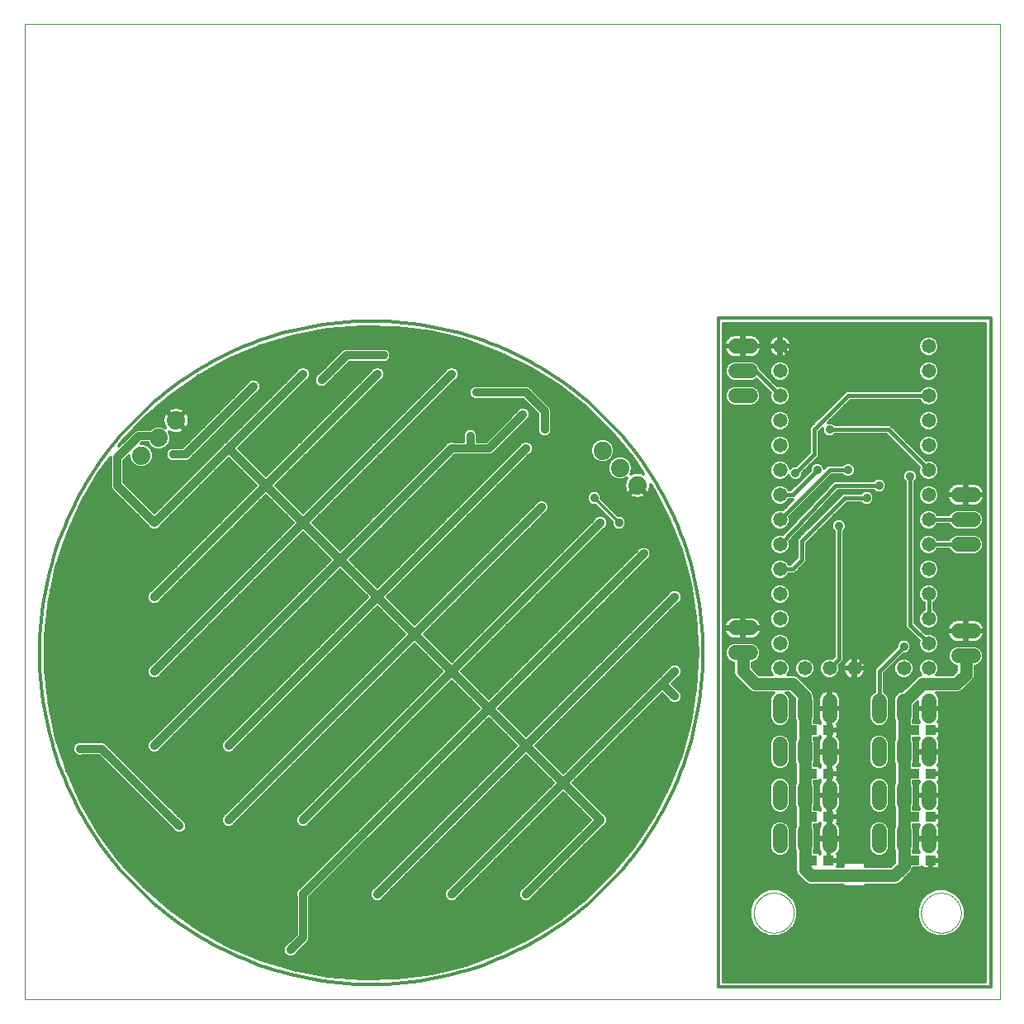
<source format=gbl>
G75*
%MOIN*%
%OFA0B0*%
%FSLAX25Y25*%
%IPPOS*%
%LPD*%
%AMOC8*
5,1,8,0,0,1.08239X$1,22.5*
%
%ADD10C,0.00000*%
%ADD11C,0.01200*%
%ADD12C,0.07400*%
%ADD13C,0.05800*%
%ADD14C,0.06000*%
%ADD15R,0.04331X0.03937*%
%ADD16C,0.03562*%
%ADD17C,0.03200*%
%ADD18C,0.01600*%
%ADD19C,0.05000*%
D10*
X0001000Y0001000D02*
X0001000Y0394701D01*
X0394701Y0394701D01*
X0394701Y0001000D01*
X0001000Y0001000D01*
X0295429Y0036000D02*
X0295431Y0036198D01*
X0295439Y0036396D01*
X0295451Y0036594D01*
X0295468Y0036791D01*
X0295490Y0036988D01*
X0295516Y0037184D01*
X0295548Y0037380D01*
X0295584Y0037575D01*
X0295625Y0037768D01*
X0295671Y0037961D01*
X0295721Y0038153D01*
X0295777Y0038343D01*
X0295836Y0038532D01*
X0295901Y0038719D01*
X0295970Y0038905D01*
X0296043Y0039089D01*
X0296121Y0039271D01*
X0296204Y0039451D01*
X0296291Y0039629D01*
X0296382Y0039805D01*
X0296478Y0039978D01*
X0296577Y0040149D01*
X0296681Y0040318D01*
X0296789Y0040484D01*
X0296901Y0040647D01*
X0297017Y0040808D01*
X0297137Y0040966D01*
X0297261Y0041120D01*
X0297389Y0041272D01*
X0297520Y0041420D01*
X0297655Y0041565D01*
X0297793Y0041707D01*
X0297935Y0041845D01*
X0298080Y0041980D01*
X0298228Y0042111D01*
X0298380Y0042239D01*
X0298534Y0042363D01*
X0298692Y0042483D01*
X0298853Y0042599D01*
X0299016Y0042711D01*
X0299182Y0042819D01*
X0299351Y0042923D01*
X0299522Y0043022D01*
X0299695Y0043118D01*
X0299871Y0043209D01*
X0300049Y0043296D01*
X0300229Y0043379D01*
X0300411Y0043457D01*
X0300595Y0043530D01*
X0300781Y0043599D01*
X0300968Y0043664D01*
X0301157Y0043723D01*
X0301347Y0043779D01*
X0301539Y0043829D01*
X0301732Y0043875D01*
X0301925Y0043916D01*
X0302120Y0043952D01*
X0302316Y0043984D01*
X0302512Y0044010D01*
X0302709Y0044032D01*
X0302906Y0044049D01*
X0303104Y0044061D01*
X0303302Y0044069D01*
X0303500Y0044071D01*
X0303698Y0044069D01*
X0303896Y0044061D01*
X0304094Y0044049D01*
X0304291Y0044032D01*
X0304488Y0044010D01*
X0304684Y0043984D01*
X0304880Y0043952D01*
X0305075Y0043916D01*
X0305268Y0043875D01*
X0305461Y0043829D01*
X0305653Y0043779D01*
X0305843Y0043723D01*
X0306032Y0043664D01*
X0306219Y0043599D01*
X0306405Y0043530D01*
X0306589Y0043457D01*
X0306771Y0043379D01*
X0306951Y0043296D01*
X0307129Y0043209D01*
X0307305Y0043118D01*
X0307478Y0043022D01*
X0307649Y0042923D01*
X0307818Y0042819D01*
X0307984Y0042711D01*
X0308147Y0042599D01*
X0308308Y0042483D01*
X0308466Y0042363D01*
X0308620Y0042239D01*
X0308772Y0042111D01*
X0308920Y0041980D01*
X0309065Y0041845D01*
X0309207Y0041707D01*
X0309345Y0041565D01*
X0309480Y0041420D01*
X0309611Y0041272D01*
X0309739Y0041120D01*
X0309863Y0040966D01*
X0309983Y0040808D01*
X0310099Y0040647D01*
X0310211Y0040484D01*
X0310319Y0040318D01*
X0310423Y0040149D01*
X0310522Y0039978D01*
X0310618Y0039805D01*
X0310709Y0039629D01*
X0310796Y0039451D01*
X0310879Y0039271D01*
X0310957Y0039089D01*
X0311030Y0038905D01*
X0311099Y0038719D01*
X0311164Y0038532D01*
X0311223Y0038343D01*
X0311279Y0038153D01*
X0311329Y0037961D01*
X0311375Y0037768D01*
X0311416Y0037575D01*
X0311452Y0037380D01*
X0311484Y0037184D01*
X0311510Y0036988D01*
X0311532Y0036791D01*
X0311549Y0036594D01*
X0311561Y0036396D01*
X0311569Y0036198D01*
X0311571Y0036000D01*
X0311569Y0035802D01*
X0311561Y0035604D01*
X0311549Y0035406D01*
X0311532Y0035209D01*
X0311510Y0035012D01*
X0311484Y0034816D01*
X0311452Y0034620D01*
X0311416Y0034425D01*
X0311375Y0034232D01*
X0311329Y0034039D01*
X0311279Y0033847D01*
X0311223Y0033657D01*
X0311164Y0033468D01*
X0311099Y0033281D01*
X0311030Y0033095D01*
X0310957Y0032911D01*
X0310879Y0032729D01*
X0310796Y0032549D01*
X0310709Y0032371D01*
X0310618Y0032195D01*
X0310522Y0032022D01*
X0310423Y0031851D01*
X0310319Y0031682D01*
X0310211Y0031516D01*
X0310099Y0031353D01*
X0309983Y0031192D01*
X0309863Y0031034D01*
X0309739Y0030880D01*
X0309611Y0030728D01*
X0309480Y0030580D01*
X0309345Y0030435D01*
X0309207Y0030293D01*
X0309065Y0030155D01*
X0308920Y0030020D01*
X0308772Y0029889D01*
X0308620Y0029761D01*
X0308466Y0029637D01*
X0308308Y0029517D01*
X0308147Y0029401D01*
X0307984Y0029289D01*
X0307818Y0029181D01*
X0307649Y0029077D01*
X0307478Y0028978D01*
X0307305Y0028882D01*
X0307129Y0028791D01*
X0306951Y0028704D01*
X0306771Y0028621D01*
X0306589Y0028543D01*
X0306405Y0028470D01*
X0306219Y0028401D01*
X0306032Y0028336D01*
X0305843Y0028277D01*
X0305653Y0028221D01*
X0305461Y0028171D01*
X0305268Y0028125D01*
X0305075Y0028084D01*
X0304880Y0028048D01*
X0304684Y0028016D01*
X0304488Y0027990D01*
X0304291Y0027968D01*
X0304094Y0027951D01*
X0303896Y0027939D01*
X0303698Y0027931D01*
X0303500Y0027929D01*
X0303302Y0027931D01*
X0303104Y0027939D01*
X0302906Y0027951D01*
X0302709Y0027968D01*
X0302512Y0027990D01*
X0302316Y0028016D01*
X0302120Y0028048D01*
X0301925Y0028084D01*
X0301732Y0028125D01*
X0301539Y0028171D01*
X0301347Y0028221D01*
X0301157Y0028277D01*
X0300968Y0028336D01*
X0300781Y0028401D01*
X0300595Y0028470D01*
X0300411Y0028543D01*
X0300229Y0028621D01*
X0300049Y0028704D01*
X0299871Y0028791D01*
X0299695Y0028882D01*
X0299522Y0028978D01*
X0299351Y0029077D01*
X0299182Y0029181D01*
X0299016Y0029289D01*
X0298853Y0029401D01*
X0298692Y0029517D01*
X0298534Y0029637D01*
X0298380Y0029761D01*
X0298228Y0029889D01*
X0298080Y0030020D01*
X0297935Y0030155D01*
X0297793Y0030293D01*
X0297655Y0030435D01*
X0297520Y0030580D01*
X0297389Y0030728D01*
X0297261Y0030880D01*
X0297137Y0031034D01*
X0297017Y0031192D01*
X0296901Y0031353D01*
X0296789Y0031516D01*
X0296681Y0031682D01*
X0296577Y0031851D01*
X0296478Y0032022D01*
X0296382Y0032195D01*
X0296291Y0032371D01*
X0296204Y0032549D01*
X0296121Y0032729D01*
X0296043Y0032911D01*
X0295970Y0033095D01*
X0295901Y0033281D01*
X0295836Y0033468D01*
X0295777Y0033657D01*
X0295721Y0033847D01*
X0295671Y0034039D01*
X0295625Y0034232D01*
X0295584Y0034425D01*
X0295548Y0034620D01*
X0295516Y0034816D01*
X0295490Y0035012D01*
X0295468Y0035209D01*
X0295451Y0035406D01*
X0295439Y0035604D01*
X0295431Y0035802D01*
X0295429Y0036000D01*
X0362929Y0036000D02*
X0362931Y0036198D01*
X0362939Y0036396D01*
X0362951Y0036594D01*
X0362968Y0036791D01*
X0362990Y0036988D01*
X0363016Y0037184D01*
X0363048Y0037380D01*
X0363084Y0037575D01*
X0363125Y0037768D01*
X0363171Y0037961D01*
X0363221Y0038153D01*
X0363277Y0038343D01*
X0363336Y0038532D01*
X0363401Y0038719D01*
X0363470Y0038905D01*
X0363543Y0039089D01*
X0363621Y0039271D01*
X0363704Y0039451D01*
X0363791Y0039629D01*
X0363882Y0039805D01*
X0363978Y0039978D01*
X0364077Y0040149D01*
X0364181Y0040318D01*
X0364289Y0040484D01*
X0364401Y0040647D01*
X0364517Y0040808D01*
X0364637Y0040966D01*
X0364761Y0041120D01*
X0364889Y0041272D01*
X0365020Y0041420D01*
X0365155Y0041565D01*
X0365293Y0041707D01*
X0365435Y0041845D01*
X0365580Y0041980D01*
X0365728Y0042111D01*
X0365880Y0042239D01*
X0366034Y0042363D01*
X0366192Y0042483D01*
X0366353Y0042599D01*
X0366516Y0042711D01*
X0366682Y0042819D01*
X0366851Y0042923D01*
X0367022Y0043022D01*
X0367195Y0043118D01*
X0367371Y0043209D01*
X0367549Y0043296D01*
X0367729Y0043379D01*
X0367911Y0043457D01*
X0368095Y0043530D01*
X0368281Y0043599D01*
X0368468Y0043664D01*
X0368657Y0043723D01*
X0368847Y0043779D01*
X0369039Y0043829D01*
X0369232Y0043875D01*
X0369425Y0043916D01*
X0369620Y0043952D01*
X0369816Y0043984D01*
X0370012Y0044010D01*
X0370209Y0044032D01*
X0370406Y0044049D01*
X0370604Y0044061D01*
X0370802Y0044069D01*
X0371000Y0044071D01*
X0371198Y0044069D01*
X0371396Y0044061D01*
X0371594Y0044049D01*
X0371791Y0044032D01*
X0371988Y0044010D01*
X0372184Y0043984D01*
X0372380Y0043952D01*
X0372575Y0043916D01*
X0372768Y0043875D01*
X0372961Y0043829D01*
X0373153Y0043779D01*
X0373343Y0043723D01*
X0373532Y0043664D01*
X0373719Y0043599D01*
X0373905Y0043530D01*
X0374089Y0043457D01*
X0374271Y0043379D01*
X0374451Y0043296D01*
X0374629Y0043209D01*
X0374805Y0043118D01*
X0374978Y0043022D01*
X0375149Y0042923D01*
X0375318Y0042819D01*
X0375484Y0042711D01*
X0375647Y0042599D01*
X0375808Y0042483D01*
X0375966Y0042363D01*
X0376120Y0042239D01*
X0376272Y0042111D01*
X0376420Y0041980D01*
X0376565Y0041845D01*
X0376707Y0041707D01*
X0376845Y0041565D01*
X0376980Y0041420D01*
X0377111Y0041272D01*
X0377239Y0041120D01*
X0377363Y0040966D01*
X0377483Y0040808D01*
X0377599Y0040647D01*
X0377711Y0040484D01*
X0377819Y0040318D01*
X0377923Y0040149D01*
X0378022Y0039978D01*
X0378118Y0039805D01*
X0378209Y0039629D01*
X0378296Y0039451D01*
X0378379Y0039271D01*
X0378457Y0039089D01*
X0378530Y0038905D01*
X0378599Y0038719D01*
X0378664Y0038532D01*
X0378723Y0038343D01*
X0378779Y0038153D01*
X0378829Y0037961D01*
X0378875Y0037768D01*
X0378916Y0037575D01*
X0378952Y0037380D01*
X0378984Y0037184D01*
X0379010Y0036988D01*
X0379032Y0036791D01*
X0379049Y0036594D01*
X0379061Y0036396D01*
X0379069Y0036198D01*
X0379071Y0036000D01*
X0379069Y0035802D01*
X0379061Y0035604D01*
X0379049Y0035406D01*
X0379032Y0035209D01*
X0379010Y0035012D01*
X0378984Y0034816D01*
X0378952Y0034620D01*
X0378916Y0034425D01*
X0378875Y0034232D01*
X0378829Y0034039D01*
X0378779Y0033847D01*
X0378723Y0033657D01*
X0378664Y0033468D01*
X0378599Y0033281D01*
X0378530Y0033095D01*
X0378457Y0032911D01*
X0378379Y0032729D01*
X0378296Y0032549D01*
X0378209Y0032371D01*
X0378118Y0032195D01*
X0378022Y0032022D01*
X0377923Y0031851D01*
X0377819Y0031682D01*
X0377711Y0031516D01*
X0377599Y0031353D01*
X0377483Y0031192D01*
X0377363Y0031034D01*
X0377239Y0030880D01*
X0377111Y0030728D01*
X0376980Y0030580D01*
X0376845Y0030435D01*
X0376707Y0030293D01*
X0376565Y0030155D01*
X0376420Y0030020D01*
X0376272Y0029889D01*
X0376120Y0029761D01*
X0375966Y0029637D01*
X0375808Y0029517D01*
X0375647Y0029401D01*
X0375484Y0029289D01*
X0375318Y0029181D01*
X0375149Y0029077D01*
X0374978Y0028978D01*
X0374805Y0028882D01*
X0374629Y0028791D01*
X0374451Y0028704D01*
X0374271Y0028621D01*
X0374089Y0028543D01*
X0373905Y0028470D01*
X0373719Y0028401D01*
X0373532Y0028336D01*
X0373343Y0028277D01*
X0373153Y0028221D01*
X0372961Y0028171D01*
X0372768Y0028125D01*
X0372575Y0028084D01*
X0372380Y0028048D01*
X0372184Y0028016D01*
X0371988Y0027990D01*
X0371791Y0027968D01*
X0371594Y0027951D01*
X0371396Y0027939D01*
X0371198Y0027931D01*
X0371000Y0027929D01*
X0370802Y0027931D01*
X0370604Y0027939D01*
X0370406Y0027951D01*
X0370209Y0027968D01*
X0370012Y0027990D01*
X0369816Y0028016D01*
X0369620Y0028048D01*
X0369425Y0028084D01*
X0369232Y0028125D01*
X0369039Y0028171D01*
X0368847Y0028221D01*
X0368657Y0028277D01*
X0368468Y0028336D01*
X0368281Y0028401D01*
X0368095Y0028470D01*
X0367911Y0028543D01*
X0367729Y0028621D01*
X0367549Y0028704D01*
X0367371Y0028791D01*
X0367195Y0028882D01*
X0367022Y0028978D01*
X0366851Y0029077D01*
X0366682Y0029181D01*
X0366516Y0029289D01*
X0366353Y0029401D01*
X0366192Y0029517D01*
X0366034Y0029637D01*
X0365880Y0029761D01*
X0365728Y0029889D01*
X0365580Y0030020D01*
X0365435Y0030155D01*
X0365293Y0030293D01*
X0365155Y0030435D01*
X0365020Y0030580D01*
X0364889Y0030728D01*
X0364761Y0030880D01*
X0364637Y0031034D01*
X0364517Y0031192D01*
X0364401Y0031353D01*
X0364289Y0031516D01*
X0364181Y0031682D01*
X0364077Y0031851D01*
X0363978Y0032022D01*
X0363882Y0032195D01*
X0363791Y0032371D01*
X0363704Y0032549D01*
X0363621Y0032729D01*
X0363543Y0032911D01*
X0363470Y0033095D01*
X0363401Y0033281D01*
X0363336Y0033468D01*
X0363277Y0033657D01*
X0363221Y0033847D01*
X0363171Y0034039D01*
X0363125Y0034232D01*
X0363084Y0034425D01*
X0363048Y0034620D01*
X0363016Y0034816D01*
X0362990Y0035012D01*
X0362968Y0035209D01*
X0362951Y0035406D01*
X0362939Y0035604D01*
X0362931Y0035802D01*
X0362929Y0036000D01*
D11*
X0361329Y0035757D02*
X0313171Y0035757D01*
X0313171Y0036955D02*
X0361329Y0036955D01*
X0361329Y0037924D02*
X0361329Y0034076D01*
X0362801Y0030522D01*
X0365522Y0027801D01*
X0369076Y0026329D01*
X0372924Y0026329D01*
X0376478Y0027801D01*
X0379199Y0030522D01*
X0380671Y0034076D01*
X0380671Y0037924D01*
X0379199Y0041478D01*
X0376478Y0044199D01*
X0372924Y0045671D01*
X0369076Y0045671D01*
X0365522Y0044199D01*
X0362801Y0041478D01*
X0361329Y0037924D01*
X0361424Y0038154D02*
X0313076Y0038154D01*
X0313171Y0037924D02*
X0311699Y0041478D01*
X0308978Y0044199D01*
X0305424Y0045671D01*
X0301576Y0045671D01*
X0298022Y0044199D01*
X0295301Y0041478D01*
X0293829Y0037924D01*
X0293829Y0034076D01*
X0295301Y0030522D01*
X0298022Y0027801D01*
X0301576Y0026329D01*
X0305424Y0026329D01*
X0308978Y0027801D01*
X0311699Y0030522D01*
X0313171Y0034076D01*
X0313171Y0037924D01*
X0312579Y0039352D02*
X0361921Y0039352D01*
X0362417Y0040551D02*
X0312083Y0040551D01*
X0311427Y0041749D02*
X0363073Y0041749D01*
X0364271Y0042948D02*
X0310229Y0042948D01*
X0309030Y0044146D02*
X0365470Y0044146D01*
X0368289Y0045345D02*
X0306211Y0045345D01*
X0300789Y0045345D02*
X0283200Y0045345D01*
X0283200Y0046543D02*
X0388800Y0046543D01*
X0388800Y0045345D02*
X0373711Y0045345D01*
X0376530Y0044146D02*
X0388800Y0044146D01*
X0388800Y0042948D02*
X0377729Y0042948D01*
X0378927Y0041749D02*
X0388800Y0041749D01*
X0388800Y0040551D02*
X0379583Y0040551D01*
X0380079Y0039352D02*
X0388800Y0039352D01*
X0388800Y0038154D02*
X0380576Y0038154D01*
X0380671Y0036955D02*
X0388800Y0036955D01*
X0388800Y0035757D02*
X0380671Y0035757D01*
X0380671Y0034558D02*
X0388800Y0034558D01*
X0388800Y0033360D02*
X0380374Y0033360D01*
X0379878Y0032161D02*
X0388800Y0032161D01*
X0388800Y0030963D02*
X0379381Y0030963D01*
X0378441Y0029764D02*
X0388800Y0029764D01*
X0388800Y0028566D02*
X0377242Y0028566D01*
X0375430Y0027367D02*
X0388800Y0027367D01*
X0388800Y0026169D02*
X0283200Y0026169D01*
X0283200Y0027367D02*
X0299070Y0027367D01*
X0297258Y0028566D02*
X0283200Y0028566D01*
X0283200Y0029764D02*
X0296059Y0029764D01*
X0295119Y0030963D02*
X0283200Y0030963D01*
X0283200Y0032161D02*
X0294622Y0032161D01*
X0294126Y0033360D02*
X0283200Y0033360D01*
X0283200Y0034558D02*
X0293829Y0034558D01*
X0293829Y0035757D02*
X0283200Y0035757D01*
X0283200Y0036955D02*
X0293829Y0036955D01*
X0293924Y0038154D02*
X0283200Y0038154D01*
X0283200Y0039352D02*
X0294421Y0039352D01*
X0294917Y0040551D02*
X0283200Y0040551D01*
X0283200Y0041749D02*
X0295573Y0041749D01*
X0296771Y0042948D02*
X0283200Y0042948D01*
X0283200Y0044146D02*
X0297970Y0044146D01*
X0303621Y0059439D02*
X0305165Y0058800D01*
X0306835Y0058800D01*
X0308379Y0059439D01*
X0309561Y0060621D01*
X0310200Y0062165D01*
X0310200Y0069835D01*
X0309561Y0071379D01*
X0308379Y0072561D01*
X0306835Y0073200D01*
X0305165Y0073200D01*
X0303621Y0072561D01*
X0302439Y0071379D01*
X0301800Y0069835D01*
X0301800Y0062165D01*
X0302439Y0060621D01*
X0303621Y0059439D01*
X0303333Y0059727D02*
X0283200Y0059727D01*
X0283200Y0058529D02*
X0312300Y0058529D01*
X0312300Y0059727D02*
X0308667Y0059727D01*
X0309687Y0060926D02*
X0312300Y0060926D01*
X0312300Y0060957D02*
X0312300Y0052764D01*
X0312863Y0051404D01*
X0313904Y0050363D01*
X0316404Y0047863D01*
X0317764Y0047300D01*
X0331650Y0047300D01*
X0331650Y0047001D01*
X0332001Y0046650D01*
X0339999Y0046650D01*
X0340350Y0047001D01*
X0340350Y0047300D01*
X0352986Y0047300D01*
X0354346Y0047863D01*
X0355387Y0048904D01*
X0359137Y0052654D01*
X0359700Y0054014D01*
X0359700Y0054081D01*
X0362816Y0054081D01*
X0363266Y0054532D01*
X0363401Y0054299D01*
X0363699Y0054001D01*
X0364064Y0053791D01*
X0364470Y0053681D01*
X0366462Y0053681D01*
X0366462Y0056866D01*
X0367231Y0056866D01*
X0367231Y0057634D01*
X0370612Y0057634D01*
X0370612Y0059429D01*
X0370503Y0059836D01*
X0370292Y0060201D01*
X0369994Y0060499D01*
X0369906Y0060550D01*
X0369934Y0060589D01*
X0370263Y0061234D01*
X0370487Y0061923D01*
X0370600Y0062638D01*
X0370600Y0065600D01*
X0366400Y0065600D01*
X0366400Y0066400D01*
X0370600Y0066400D01*
X0370600Y0069362D01*
X0370487Y0070077D01*
X0370263Y0070766D01*
X0369934Y0071411D01*
X0369906Y0071450D01*
X0369994Y0071501D01*
X0370292Y0071799D01*
X0370503Y0072164D01*
X0370612Y0072571D01*
X0370612Y0074366D01*
X0367231Y0074366D01*
X0367231Y0075134D01*
X0370612Y0075134D01*
X0370612Y0076929D01*
X0370503Y0077336D01*
X0370292Y0077701D01*
X0369994Y0077999D01*
X0369906Y0078050D01*
X0369934Y0078089D01*
X0370263Y0078734D01*
X0370487Y0079423D01*
X0370600Y0080138D01*
X0370600Y0083100D01*
X0366400Y0083100D01*
X0366400Y0083900D01*
X0370600Y0083900D01*
X0370600Y0086862D01*
X0370487Y0087577D01*
X0370263Y0088266D01*
X0369934Y0088911D01*
X0369906Y0088950D01*
X0369994Y0089001D01*
X0370292Y0089299D01*
X0370503Y0089664D01*
X0370612Y0090071D01*
X0370612Y0091866D01*
X0367231Y0091866D01*
X0367231Y0092634D01*
X0370612Y0092634D01*
X0370612Y0094429D01*
X0370503Y0094836D01*
X0370292Y0095201D01*
X0369994Y0095499D01*
X0369906Y0095550D01*
X0369934Y0095589D01*
X0370263Y0096234D01*
X0370487Y0096923D01*
X0370600Y0097638D01*
X0370600Y0100600D01*
X0366400Y0100600D01*
X0366400Y0101400D01*
X0370600Y0101400D01*
X0370600Y0104362D01*
X0370487Y0105077D01*
X0370263Y0105766D01*
X0369934Y0106411D01*
X0369906Y0106450D01*
X0369994Y0106501D01*
X0370292Y0106799D01*
X0370503Y0107164D01*
X0370612Y0107571D01*
X0370612Y0109366D01*
X0367231Y0109366D01*
X0367231Y0110134D01*
X0370612Y0110134D01*
X0370612Y0111929D01*
X0370503Y0112336D01*
X0370292Y0112701D01*
X0369994Y0112999D01*
X0369906Y0113050D01*
X0369934Y0113089D01*
X0370263Y0113734D01*
X0370487Y0114423D01*
X0370600Y0115138D01*
X0370600Y0118100D01*
X0366400Y0118100D01*
X0366400Y0118900D01*
X0370600Y0118900D01*
X0370600Y0121862D01*
X0370487Y0122577D01*
X0370263Y0123266D01*
X0369934Y0123911D01*
X0369509Y0124497D01*
X0369205Y0124800D01*
X0377986Y0124800D01*
X0379346Y0125363D01*
X0380387Y0126404D01*
X0384137Y0130154D01*
X0384700Y0131514D01*
X0384700Y0135550D01*
X0384835Y0135550D01*
X0386379Y0136189D01*
X0387561Y0137371D01*
X0388200Y0138915D01*
X0388200Y0140585D01*
X0387561Y0142129D01*
X0386379Y0143311D01*
X0384835Y0143950D01*
X0377165Y0143950D01*
X0375621Y0143311D01*
X0374439Y0142129D01*
X0373800Y0140585D01*
X0373800Y0138915D01*
X0374439Y0137371D01*
X0375621Y0136189D01*
X0377165Y0135550D01*
X0377300Y0135550D01*
X0377300Y0133783D01*
X0375717Y0132200D01*
X0369248Y0132200D01*
X0369476Y0132428D01*
X0370100Y0133934D01*
X0370100Y0135566D01*
X0369476Y0137072D01*
X0368322Y0138226D01*
X0366816Y0138850D01*
X0365184Y0138850D01*
X0363678Y0138226D01*
X0362524Y0137072D01*
X0361900Y0135566D01*
X0361900Y0133934D01*
X0362524Y0132428D01*
X0362755Y0132196D01*
X0361404Y0131637D01*
X0355467Y0125700D01*
X0355165Y0125700D01*
X0353621Y0125061D01*
X0352439Y0123879D01*
X0351800Y0122335D01*
X0351800Y0114665D01*
X0352300Y0113457D01*
X0352300Y0106043D01*
X0351800Y0104835D01*
X0351800Y0097165D01*
X0352300Y0095957D01*
X0352300Y0088543D01*
X0351800Y0087335D01*
X0351800Y0079665D01*
X0352300Y0078457D01*
X0352300Y0071043D01*
X0351800Y0069835D01*
X0351800Y0062165D01*
X0352300Y0060957D01*
X0352300Y0056283D01*
X0350717Y0054700D01*
X0340350Y0054700D01*
X0340350Y0056249D01*
X0339999Y0056600D01*
X0332001Y0056600D01*
X0331650Y0056249D01*
X0331650Y0054700D01*
X0329262Y0054700D01*
X0329362Y0055071D01*
X0329362Y0056866D01*
X0325981Y0056866D01*
X0325981Y0057634D01*
X0329362Y0057634D01*
X0329362Y0059429D01*
X0329272Y0059766D01*
X0329509Y0060003D01*
X0329934Y0060589D01*
X0330263Y0061234D01*
X0330487Y0061923D01*
X0330600Y0062638D01*
X0330600Y0065600D01*
X0326400Y0065600D01*
X0326400Y0066400D01*
X0330600Y0066400D01*
X0330600Y0069362D01*
X0330487Y0070077D01*
X0330263Y0070766D01*
X0329934Y0071411D01*
X0329509Y0071997D01*
X0329272Y0072234D01*
X0329362Y0072571D01*
X0329362Y0074366D01*
X0325981Y0074366D01*
X0325981Y0075134D01*
X0329362Y0075134D01*
X0329362Y0076929D01*
X0329272Y0077266D01*
X0329509Y0077503D01*
X0329934Y0078089D01*
X0330263Y0078734D01*
X0330487Y0079423D01*
X0330600Y0080138D01*
X0330600Y0083100D01*
X0326400Y0083100D01*
X0326400Y0083900D01*
X0330600Y0083900D01*
X0330600Y0086862D01*
X0330487Y0087577D01*
X0330263Y0088266D01*
X0329934Y0088911D01*
X0329509Y0089497D01*
X0329272Y0089734D01*
X0329362Y0090071D01*
X0329362Y0091866D01*
X0325981Y0091866D01*
X0325981Y0092634D01*
X0329362Y0092634D01*
X0329362Y0094429D01*
X0329272Y0094766D01*
X0329509Y0095003D01*
X0329934Y0095589D01*
X0330263Y0096234D01*
X0330487Y0096923D01*
X0330600Y0097638D01*
X0330600Y0100600D01*
X0326400Y0100600D01*
X0326400Y0101400D01*
X0330600Y0101400D01*
X0330600Y0104362D01*
X0330487Y0105077D01*
X0330263Y0105766D01*
X0329934Y0106411D01*
X0329509Y0106997D01*
X0329272Y0107234D01*
X0329362Y0107571D01*
X0329362Y0109366D01*
X0325981Y0109366D01*
X0325981Y0110134D01*
X0329362Y0110134D01*
X0329362Y0111929D01*
X0329272Y0112266D01*
X0329509Y0112503D01*
X0329934Y0113089D01*
X0330263Y0113734D01*
X0330487Y0114423D01*
X0330600Y0115138D01*
X0330600Y0118100D01*
X0326400Y0118100D01*
X0326400Y0118900D01*
X0325600Y0118900D01*
X0325600Y0126094D01*
X0324923Y0125987D01*
X0324234Y0125763D01*
X0323589Y0125434D01*
X0323003Y0125009D01*
X0322491Y0124497D01*
X0322066Y0123911D01*
X0321737Y0123266D01*
X0321513Y0122577D01*
X0321400Y0121862D01*
X0321400Y0118900D01*
X0325600Y0118900D01*
X0325600Y0118100D01*
X0321400Y0118100D01*
X0321400Y0115138D01*
X0321513Y0114423D01*
X0321737Y0113734D01*
X0322066Y0113089D01*
X0322265Y0112815D01*
X0322151Y0112701D01*
X0322016Y0112468D01*
X0321566Y0112918D01*
X0319700Y0112918D01*
X0319700Y0113457D01*
X0320200Y0114665D01*
X0320200Y0122335D01*
X0319700Y0123543D01*
X0319700Y0124236D01*
X0319137Y0125596D01*
X0313096Y0131637D01*
X0311736Y0132200D01*
X0309248Y0132200D01*
X0309476Y0132428D01*
X0310100Y0133934D01*
X0310100Y0135566D01*
X0309476Y0137072D01*
X0308322Y0138226D01*
X0306816Y0138850D01*
X0305184Y0138850D01*
X0303678Y0138226D01*
X0302524Y0137072D01*
X0301900Y0135566D01*
X0301900Y0133934D01*
X0302524Y0132428D01*
X0302752Y0132200D01*
X0297533Y0132200D01*
X0294700Y0135033D01*
X0294700Y0136800D01*
X0294835Y0136800D01*
X0296379Y0137439D01*
X0297561Y0138621D01*
X0298200Y0140165D01*
X0298200Y0141835D01*
X0297561Y0143379D01*
X0296379Y0144561D01*
X0294835Y0145200D01*
X0287165Y0145200D01*
X0285621Y0144561D01*
X0284439Y0143379D01*
X0283800Y0141835D01*
X0283800Y0140165D01*
X0284439Y0138621D01*
X0285621Y0137439D01*
X0287165Y0136800D01*
X0287300Y0136800D01*
X0287300Y0132764D01*
X0287863Y0131404D01*
X0292863Y0126404D01*
X0293904Y0125363D01*
X0295264Y0124800D01*
X0303360Y0124800D01*
X0302439Y0123879D01*
X0301800Y0122335D01*
X0301800Y0114665D01*
X0302439Y0113121D01*
X0303621Y0111939D01*
X0305165Y0111300D01*
X0306835Y0111300D01*
X0308379Y0111939D01*
X0309561Y0113121D01*
X0310200Y0114665D01*
X0310200Y0122335D01*
X0309561Y0123879D01*
X0308640Y0124800D01*
X0309467Y0124800D01*
X0311839Y0122429D01*
X0311800Y0122335D01*
X0311800Y0114665D01*
X0312300Y0113457D01*
X0312300Y0106043D01*
X0311800Y0104835D01*
X0311800Y0097165D01*
X0312300Y0095957D01*
X0312300Y0088543D01*
X0311800Y0087335D01*
X0311800Y0079665D01*
X0312300Y0078457D01*
X0312300Y0071043D01*
X0311800Y0069835D01*
X0311800Y0062165D01*
X0312300Y0060957D01*
X0311817Y0062124D02*
X0310183Y0062124D01*
X0310200Y0063323D02*
X0311800Y0063323D01*
X0311800Y0064521D02*
X0310200Y0064521D01*
X0310200Y0065720D02*
X0311800Y0065720D01*
X0311800Y0066918D02*
X0310200Y0066918D01*
X0310200Y0068117D02*
X0311800Y0068117D01*
X0311800Y0069315D02*
X0310200Y0069315D01*
X0309919Y0070514D02*
X0312081Y0070514D01*
X0312300Y0071712D02*
X0309228Y0071712D01*
X0307534Y0072911D02*
X0312300Y0072911D01*
X0312300Y0074109D02*
X0283200Y0074109D01*
X0283200Y0072911D02*
X0304466Y0072911D01*
X0302772Y0071712D02*
X0283200Y0071712D01*
X0283200Y0070514D02*
X0302081Y0070514D01*
X0301800Y0069315D02*
X0283200Y0069315D01*
X0283200Y0068117D02*
X0301800Y0068117D01*
X0301800Y0066918D02*
X0283200Y0066918D01*
X0283200Y0065720D02*
X0301800Y0065720D01*
X0301800Y0064521D02*
X0283200Y0064521D01*
X0283200Y0063323D02*
X0301800Y0063323D01*
X0301817Y0062124D02*
X0283200Y0062124D01*
X0283200Y0060926D02*
X0302313Y0060926D01*
X0312300Y0057330D02*
X0283200Y0057330D01*
X0283200Y0056132D02*
X0312300Y0056132D01*
X0312300Y0054933D02*
X0283200Y0054933D01*
X0283200Y0053734D02*
X0312300Y0053734D01*
X0312394Y0052536D02*
X0283200Y0052536D01*
X0283200Y0051337D02*
X0312930Y0051337D01*
X0314128Y0050139D02*
X0283200Y0050139D01*
X0283200Y0048940D02*
X0315327Y0048940D01*
X0316697Y0047742D02*
X0283200Y0047742D01*
X0283200Y0024970D02*
X0388800Y0024970D01*
X0388800Y0023772D02*
X0283200Y0023772D01*
X0283200Y0022573D02*
X0388800Y0022573D01*
X0388800Y0021375D02*
X0283200Y0021375D01*
X0283200Y0020176D02*
X0388800Y0020176D01*
X0388800Y0018978D02*
X0283200Y0018978D01*
X0283200Y0017779D02*
X0388800Y0017779D01*
X0388800Y0016581D02*
X0283200Y0016581D01*
X0283200Y0015382D02*
X0388800Y0015382D01*
X0388800Y0014184D02*
X0283200Y0014184D01*
X0283200Y0012985D02*
X0388800Y0012985D01*
X0388800Y0011787D02*
X0283200Y0011787D01*
X0283200Y0010588D02*
X0388800Y0010588D01*
X0388800Y0009390D02*
X0283200Y0009390D01*
X0283200Y0008200D02*
X0283200Y0273800D01*
X0388800Y0273800D01*
X0388800Y0008200D01*
X0283200Y0008200D01*
X0281000Y0006000D02*
X0391000Y0006000D01*
X0391000Y0276000D01*
X0281000Y0276000D01*
X0281000Y0006000D01*
X0307930Y0027367D02*
X0366570Y0027367D01*
X0364758Y0028566D02*
X0309742Y0028566D01*
X0310941Y0029764D02*
X0363559Y0029764D01*
X0362619Y0030963D02*
X0311881Y0030963D01*
X0312378Y0032161D02*
X0362122Y0032161D01*
X0361626Y0033360D02*
X0312874Y0033360D01*
X0313171Y0034558D02*
X0361329Y0034558D01*
X0354053Y0047742D02*
X0388800Y0047742D01*
X0388800Y0048940D02*
X0355423Y0048940D01*
X0356622Y0050139D02*
X0388800Y0050139D01*
X0388800Y0051337D02*
X0357820Y0051337D01*
X0359019Y0052536D02*
X0388800Y0052536D01*
X0388800Y0053734D02*
X0369420Y0053734D01*
X0369222Y0053681D02*
X0369629Y0053791D01*
X0369994Y0054001D01*
X0370292Y0054299D01*
X0370503Y0054664D01*
X0370612Y0055071D01*
X0370612Y0056866D01*
X0367231Y0056866D01*
X0367231Y0053681D01*
X0369222Y0053681D01*
X0370575Y0054933D02*
X0388800Y0054933D01*
X0388800Y0056132D02*
X0370612Y0056132D01*
X0370612Y0058529D02*
X0388800Y0058529D01*
X0388800Y0059727D02*
X0370532Y0059727D01*
X0370106Y0060926D02*
X0388800Y0060926D01*
X0388800Y0062124D02*
X0370519Y0062124D01*
X0370600Y0063323D02*
X0388800Y0063323D01*
X0388800Y0064521D02*
X0370600Y0064521D01*
X0370600Y0066918D02*
X0388800Y0066918D01*
X0388800Y0065720D02*
X0366400Y0065720D01*
X0366400Y0065600D02*
X0366400Y0060818D01*
X0365600Y0060818D01*
X0365600Y0065600D01*
X0361400Y0065600D01*
X0361400Y0062638D01*
X0361513Y0061923D01*
X0361737Y0061234D01*
X0362066Y0060589D01*
X0362190Y0060418D01*
X0359700Y0060418D01*
X0359700Y0060957D01*
X0360200Y0062165D01*
X0360200Y0069835D01*
X0359700Y0071043D01*
X0359700Y0071581D01*
X0362190Y0071581D01*
X0362066Y0071411D01*
X0361737Y0070766D01*
X0361513Y0070077D01*
X0361400Y0069362D01*
X0361400Y0066400D01*
X0365600Y0066400D01*
X0365600Y0065600D01*
X0366400Y0065600D01*
X0365600Y0065720D02*
X0360200Y0065720D01*
X0360200Y0066918D02*
X0361400Y0066918D01*
X0361400Y0068117D02*
X0360200Y0068117D01*
X0360200Y0069315D02*
X0361400Y0069315D01*
X0361655Y0070514D02*
X0359919Y0070514D01*
X0360200Y0064521D02*
X0361400Y0064521D01*
X0361400Y0063323D02*
X0360200Y0063323D01*
X0360183Y0062124D02*
X0361481Y0062124D01*
X0361894Y0060926D02*
X0359700Y0060926D01*
X0365600Y0060926D02*
X0366400Y0060926D01*
X0366400Y0062124D02*
X0365600Y0062124D01*
X0365600Y0063323D02*
X0366400Y0063323D01*
X0366400Y0064521D02*
X0365600Y0064521D01*
X0370600Y0068117D02*
X0388800Y0068117D01*
X0388800Y0069315D02*
X0370600Y0069315D01*
X0370345Y0070514D02*
X0388800Y0070514D01*
X0388800Y0071712D02*
X0370205Y0071712D01*
X0370612Y0072911D02*
X0388800Y0072911D01*
X0388800Y0074109D02*
X0370612Y0074109D01*
X0370612Y0075308D02*
X0388800Y0075308D01*
X0388800Y0076506D02*
X0370612Y0076506D01*
X0370288Y0077705D02*
X0388800Y0077705D01*
X0388800Y0078903D02*
X0370318Y0078903D01*
X0370594Y0080102D02*
X0388800Y0080102D01*
X0388800Y0081300D02*
X0370600Y0081300D01*
X0370600Y0082499D02*
X0388800Y0082499D01*
X0388800Y0083697D02*
X0366400Y0083697D01*
X0365600Y0083697D02*
X0360200Y0083697D01*
X0360200Y0082499D02*
X0361400Y0082499D01*
X0361400Y0083100D02*
X0361400Y0080138D01*
X0361513Y0079423D01*
X0361737Y0078734D01*
X0362066Y0078089D01*
X0362190Y0077918D01*
X0359700Y0077918D01*
X0359700Y0078457D01*
X0360200Y0079665D01*
X0360200Y0087335D01*
X0359700Y0088543D01*
X0359700Y0089081D01*
X0362190Y0089081D01*
X0362066Y0088911D01*
X0361737Y0088266D01*
X0361513Y0087577D01*
X0361400Y0086862D01*
X0361400Y0083900D01*
X0365600Y0083900D01*
X0365600Y0083100D01*
X0361400Y0083100D01*
X0361400Y0084896D02*
X0360200Y0084896D01*
X0360200Y0086094D02*
X0361400Y0086094D01*
X0361468Y0087293D02*
X0360200Y0087293D01*
X0359721Y0088491D02*
X0361852Y0088491D01*
X0367231Y0092087D02*
X0388800Y0092087D01*
X0388800Y0093285D02*
X0370612Y0093285D01*
X0370597Y0094484D02*
X0388800Y0094484D01*
X0388800Y0095682D02*
X0369982Y0095682D01*
X0370473Y0096881D02*
X0388800Y0096881D01*
X0388800Y0098079D02*
X0370600Y0098079D01*
X0370600Y0099278D02*
X0388800Y0099278D01*
X0388800Y0100476D02*
X0370600Y0100476D01*
X0370600Y0101675D02*
X0388800Y0101675D01*
X0388800Y0102873D02*
X0370600Y0102873D01*
X0370600Y0104072D02*
X0388800Y0104072D01*
X0388800Y0105270D02*
X0370424Y0105270D01*
X0369938Y0106469D02*
X0388800Y0106469D01*
X0388800Y0107668D02*
X0370612Y0107668D01*
X0370612Y0108866D02*
X0388800Y0108866D01*
X0388800Y0110065D02*
X0367231Y0110065D01*
X0370612Y0111263D02*
X0388800Y0111263D01*
X0388800Y0112462D02*
X0370430Y0112462D01*
X0370225Y0113660D02*
X0388800Y0113660D01*
X0388800Y0114859D02*
X0370556Y0114859D01*
X0370600Y0116057D02*
X0388800Y0116057D01*
X0388800Y0117256D02*
X0370600Y0117256D01*
X0370600Y0119653D02*
X0388800Y0119653D01*
X0388800Y0120851D02*
X0370600Y0120851D01*
X0370570Y0122050D02*
X0388800Y0122050D01*
X0388800Y0123248D02*
X0370269Y0123248D01*
X0369545Y0124447D02*
X0388800Y0124447D01*
X0388800Y0125645D02*
X0379628Y0125645D01*
X0380826Y0126844D02*
X0388800Y0126844D01*
X0388800Y0128042D02*
X0382025Y0128042D01*
X0383223Y0129241D02*
X0388800Y0129241D01*
X0388800Y0130439D02*
X0384255Y0130439D01*
X0384700Y0131638D02*
X0388800Y0131638D01*
X0388800Y0132836D02*
X0384700Y0132836D01*
X0384700Y0134035D02*
X0388800Y0134035D01*
X0388800Y0135233D02*
X0384700Y0135233D01*
X0386621Y0136432D02*
X0388800Y0136432D01*
X0388800Y0137630D02*
X0387668Y0137630D01*
X0388164Y0138829D02*
X0388800Y0138829D01*
X0388800Y0140027D02*
X0388200Y0140027D01*
X0387935Y0141226D02*
X0388800Y0141226D01*
X0388800Y0142424D02*
X0387265Y0142424D01*
X0388800Y0143623D02*
X0385625Y0143623D01*
X0385077Y0145263D02*
X0385766Y0145487D01*
X0386411Y0145816D01*
X0386997Y0146241D01*
X0387509Y0146753D01*
X0387934Y0147339D01*
X0388263Y0147984D01*
X0388487Y0148673D01*
X0388594Y0149350D01*
X0381400Y0149350D01*
X0381400Y0150150D01*
X0380600Y0150150D01*
X0380600Y0154350D01*
X0377638Y0154350D01*
X0376923Y0154237D01*
X0376234Y0154013D01*
X0375589Y0153684D01*
X0375003Y0153259D01*
X0374491Y0152747D01*
X0374066Y0152161D01*
X0373737Y0151516D01*
X0373513Y0150827D01*
X0373406Y0150150D01*
X0380600Y0150150D01*
X0380600Y0149350D01*
X0381400Y0149350D01*
X0381400Y0145150D01*
X0384362Y0145150D01*
X0385077Y0145263D01*
X0386692Y0146020D02*
X0388800Y0146020D01*
X0388800Y0147218D02*
X0387847Y0147218D01*
X0388404Y0148417D02*
X0388800Y0148417D01*
X0388800Y0149615D02*
X0381400Y0149615D01*
X0381400Y0150150D02*
X0388594Y0150150D01*
X0388487Y0150827D01*
X0388263Y0151516D01*
X0387934Y0152161D01*
X0387509Y0152747D01*
X0386997Y0153259D01*
X0386411Y0153684D01*
X0385766Y0154013D01*
X0385077Y0154237D01*
X0384362Y0154350D01*
X0381400Y0154350D01*
X0381400Y0150150D01*
X0381400Y0150814D02*
X0380600Y0150814D01*
X0380600Y0152012D02*
X0381400Y0152012D01*
X0381400Y0153211D02*
X0380600Y0153211D01*
X0380600Y0149615D02*
X0363963Y0149615D01*
X0364862Y0148716D02*
X0360500Y0153078D01*
X0360500Y0210034D01*
X0361027Y0210561D01*
X0361481Y0211657D01*
X0361481Y0212843D01*
X0361027Y0213939D01*
X0360189Y0214777D01*
X0359093Y0215231D01*
X0357907Y0215231D01*
X0356811Y0214777D01*
X0355973Y0213939D01*
X0355519Y0212843D01*
X0355519Y0211657D01*
X0355973Y0210561D01*
X0356500Y0210034D01*
X0356500Y0151422D01*
X0357672Y0150250D01*
X0362034Y0145888D01*
X0361900Y0145566D01*
X0361900Y0143934D01*
X0362524Y0142428D01*
X0363678Y0141274D01*
X0365184Y0140650D01*
X0366816Y0140650D01*
X0368322Y0141274D01*
X0369476Y0142428D01*
X0370100Y0143934D01*
X0370100Y0145566D01*
X0369476Y0147072D01*
X0368322Y0148226D01*
X0366816Y0148850D01*
X0365184Y0148850D01*
X0364862Y0148716D01*
X0365184Y0150650D02*
X0366816Y0150650D01*
X0368322Y0151274D01*
X0369476Y0152428D01*
X0370100Y0153934D01*
X0370100Y0155566D01*
X0369476Y0157072D01*
X0368322Y0158226D01*
X0368000Y0158359D01*
X0368000Y0161141D01*
X0368322Y0161274D01*
X0369476Y0162428D01*
X0370100Y0163934D01*
X0370100Y0165566D01*
X0369476Y0167072D01*
X0368322Y0168226D01*
X0366816Y0168850D01*
X0365184Y0168850D01*
X0363678Y0168226D01*
X0362524Y0167072D01*
X0361900Y0165566D01*
X0361900Y0163934D01*
X0362524Y0162428D01*
X0363678Y0161274D01*
X0364000Y0161141D01*
X0364000Y0158359D01*
X0363678Y0158226D01*
X0362524Y0157072D01*
X0361900Y0155566D01*
X0361900Y0153934D01*
X0362524Y0152428D01*
X0363678Y0151274D01*
X0365184Y0150650D01*
X0364789Y0150814D02*
X0362764Y0150814D01*
X0362939Y0152012D02*
X0361566Y0152012D01*
X0362200Y0153211D02*
X0360500Y0153211D01*
X0360500Y0154409D02*
X0361900Y0154409D01*
X0361918Y0155608D02*
X0360500Y0155608D01*
X0360500Y0156806D02*
X0362414Y0156806D01*
X0363457Y0158005D02*
X0360500Y0158005D01*
X0360500Y0159203D02*
X0364000Y0159203D01*
X0364000Y0160402D02*
X0360500Y0160402D01*
X0360500Y0161601D02*
X0363351Y0161601D01*
X0362370Y0162799D02*
X0360500Y0162799D01*
X0360500Y0163998D02*
X0361900Y0163998D01*
X0361900Y0165196D02*
X0360500Y0165196D01*
X0360500Y0166395D02*
X0362243Y0166395D01*
X0363045Y0167593D02*
X0360500Y0167593D01*
X0360500Y0168792D02*
X0365043Y0168792D01*
X0365184Y0170650D02*
X0366816Y0170650D01*
X0368322Y0171274D01*
X0369476Y0172428D01*
X0370100Y0173934D01*
X0370100Y0175566D01*
X0369476Y0177072D01*
X0368322Y0178226D01*
X0366816Y0178850D01*
X0365184Y0178850D01*
X0363678Y0178226D01*
X0362524Y0177072D01*
X0361900Y0175566D01*
X0361900Y0173934D01*
X0362524Y0172428D01*
X0363678Y0171274D01*
X0365184Y0170650D01*
X0363884Y0171189D02*
X0360500Y0171189D01*
X0360500Y0172387D02*
X0362565Y0172387D01*
X0362044Y0173586D02*
X0360500Y0173586D01*
X0360500Y0174784D02*
X0361900Y0174784D01*
X0362073Y0175983D02*
X0360500Y0175983D01*
X0360500Y0177181D02*
X0362633Y0177181D01*
X0364049Y0178380D02*
X0360500Y0178380D01*
X0360500Y0179578D02*
X0388800Y0179578D01*
X0388800Y0178380D02*
X0367951Y0178380D01*
X0369367Y0177181D02*
X0388800Y0177181D01*
X0388800Y0175983D02*
X0369927Y0175983D01*
X0370100Y0174784D02*
X0388800Y0174784D01*
X0388800Y0173586D02*
X0369955Y0173586D01*
X0369435Y0172387D02*
X0388800Y0172387D01*
X0388800Y0171189D02*
X0368116Y0171189D01*
X0366957Y0168792D02*
X0388800Y0168792D01*
X0388800Y0169990D02*
X0360500Y0169990D01*
X0356500Y0169990D02*
X0331750Y0169990D01*
X0331750Y0168792D02*
X0356500Y0168792D01*
X0356500Y0167593D02*
X0331750Y0167593D01*
X0331750Y0166395D02*
X0356500Y0166395D01*
X0356500Y0165196D02*
X0331750Y0165196D01*
X0331750Y0163998D02*
X0356500Y0163998D01*
X0356500Y0162799D02*
X0331750Y0162799D01*
X0331750Y0161601D02*
X0356500Y0161601D01*
X0356500Y0160402D02*
X0331750Y0160402D01*
X0331750Y0159203D02*
X0356500Y0159203D01*
X0356500Y0158005D02*
X0331750Y0158005D01*
X0331750Y0156806D02*
X0356500Y0156806D01*
X0356500Y0155608D02*
X0331750Y0155608D01*
X0331750Y0154409D02*
X0356500Y0154409D01*
X0356500Y0153211D02*
X0331750Y0153211D01*
X0331750Y0152012D02*
X0356500Y0152012D01*
X0357108Y0150814D02*
X0331750Y0150814D01*
X0331750Y0149615D02*
X0358306Y0149615D01*
X0357672Y0150250D02*
X0357672Y0150250D01*
X0359505Y0148417D02*
X0331750Y0148417D01*
X0331750Y0147218D02*
X0360703Y0147218D01*
X0361902Y0146020D02*
X0357696Y0146020D01*
X0357689Y0146027D02*
X0356593Y0146481D01*
X0355407Y0146481D01*
X0354311Y0146027D01*
X0353473Y0145189D01*
X0353019Y0144093D01*
X0353019Y0143347D01*
X0345172Y0135500D01*
X0344000Y0134328D01*
X0344000Y0125218D01*
X0343621Y0125061D01*
X0342439Y0123879D01*
X0341800Y0122335D01*
X0341800Y0114665D01*
X0342439Y0113121D01*
X0343621Y0111939D01*
X0345165Y0111300D01*
X0346835Y0111300D01*
X0348379Y0111939D01*
X0349561Y0113121D01*
X0350200Y0114665D01*
X0350200Y0122335D01*
X0349561Y0123879D01*
X0348379Y0125061D01*
X0348000Y0125218D01*
X0348000Y0132672D01*
X0355847Y0140519D01*
X0356593Y0140519D01*
X0357689Y0140973D01*
X0358527Y0141811D01*
X0358981Y0142907D01*
X0358981Y0144093D01*
X0358527Y0145189D01*
X0357689Y0146027D01*
X0358679Y0144821D02*
X0361900Y0144821D01*
X0362029Y0143623D02*
X0358981Y0143623D01*
X0358781Y0142424D02*
X0362527Y0142424D01*
X0363794Y0141226D02*
X0357942Y0141226D01*
X0356867Y0138829D02*
X0365133Y0138829D01*
X0366867Y0138829D02*
X0373836Y0138829D01*
X0373800Y0140027D02*
X0355356Y0140027D01*
X0355184Y0138850D02*
X0353678Y0138226D01*
X0352524Y0137072D01*
X0351900Y0135566D01*
X0351900Y0133934D01*
X0352524Y0132428D01*
X0353678Y0131274D01*
X0355184Y0130650D01*
X0356816Y0130650D01*
X0358322Y0131274D01*
X0359476Y0132428D01*
X0360100Y0133934D01*
X0360100Y0135566D01*
X0359476Y0137072D01*
X0358322Y0138226D01*
X0356816Y0138850D01*
X0355184Y0138850D01*
X0355133Y0138829D02*
X0354157Y0138829D01*
X0353082Y0137630D02*
X0352959Y0137630D01*
X0352259Y0136432D02*
X0351760Y0136432D01*
X0351900Y0135233D02*
X0350562Y0135233D01*
X0349363Y0134035D02*
X0351900Y0134035D01*
X0352355Y0132836D02*
X0348165Y0132836D01*
X0348000Y0131638D02*
X0353314Y0131638D01*
X0348000Y0130439D02*
X0360207Y0130439D01*
X0359008Y0129241D02*
X0348000Y0129241D01*
X0348000Y0128042D02*
X0357810Y0128042D01*
X0356611Y0126844D02*
X0348000Y0126844D01*
X0348000Y0125645D02*
X0355032Y0125645D01*
X0353007Y0124447D02*
X0348993Y0124447D01*
X0349822Y0123248D02*
X0352178Y0123248D01*
X0351800Y0122050D02*
X0350200Y0122050D01*
X0350200Y0120851D02*
X0351800Y0120851D01*
X0351800Y0119653D02*
X0350200Y0119653D01*
X0350200Y0118454D02*
X0351800Y0118454D01*
X0351800Y0117256D02*
X0350200Y0117256D01*
X0350200Y0116057D02*
X0351800Y0116057D01*
X0351800Y0114859D02*
X0350200Y0114859D01*
X0349784Y0113660D02*
X0352216Y0113660D01*
X0352300Y0112462D02*
X0348901Y0112462D01*
X0352300Y0111263D02*
X0329362Y0111263D01*
X0329467Y0112462D02*
X0343099Y0112462D01*
X0342216Y0113660D02*
X0330225Y0113660D01*
X0330556Y0114859D02*
X0341800Y0114859D01*
X0341800Y0116057D02*
X0330600Y0116057D01*
X0330600Y0117256D02*
X0341800Y0117256D01*
X0341800Y0118454D02*
X0326400Y0118454D01*
X0326400Y0118100D02*
X0326400Y0113318D01*
X0325981Y0113318D01*
X0325981Y0110134D01*
X0325212Y0110134D01*
X0325212Y0110967D01*
X0325600Y0110906D01*
X0325600Y0118100D01*
X0326400Y0118100D01*
X0326400Y0118900D02*
X0330600Y0118900D01*
X0330600Y0121862D01*
X0330487Y0122577D01*
X0330263Y0123266D01*
X0329934Y0123911D01*
X0329509Y0124497D01*
X0328997Y0125009D01*
X0328411Y0125434D01*
X0327766Y0125763D01*
X0327077Y0125987D01*
X0326400Y0126094D01*
X0326400Y0118900D01*
X0326400Y0119653D02*
X0325600Y0119653D01*
X0325600Y0120851D02*
X0326400Y0120851D01*
X0326400Y0122050D02*
X0325600Y0122050D01*
X0325600Y0123248D02*
X0326400Y0123248D01*
X0326400Y0124447D02*
X0325600Y0124447D01*
X0325600Y0125645D02*
X0326400Y0125645D01*
X0327997Y0125645D02*
X0344000Y0125645D01*
X0344000Y0126844D02*
X0317889Y0126844D01*
X0316690Y0128042D02*
X0344000Y0128042D01*
X0344000Y0129241D02*
X0315492Y0129241D01*
X0315184Y0130650D02*
X0316816Y0130650D01*
X0318322Y0131274D01*
X0319476Y0132428D01*
X0320100Y0133934D01*
X0320100Y0135566D01*
X0319476Y0137072D01*
X0318322Y0138226D01*
X0316816Y0138850D01*
X0315184Y0138850D01*
X0313678Y0138226D01*
X0312524Y0137072D01*
X0311900Y0135566D01*
X0311900Y0133934D01*
X0312524Y0132428D01*
X0313678Y0131274D01*
X0315184Y0130650D01*
X0314293Y0130439D02*
X0334705Y0130439D01*
X0334946Y0130361D02*
X0335646Y0130250D01*
X0335650Y0130250D01*
X0335650Y0134400D01*
X0336350Y0134400D01*
X0336350Y0135100D01*
X0340500Y0135100D01*
X0340500Y0135104D01*
X0340389Y0135804D01*
X0340170Y0136477D01*
X0339849Y0137109D01*
X0339432Y0137682D01*
X0338932Y0138182D01*
X0338359Y0138599D01*
X0337727Y0138920D01*
X0337054Y0139139D01*
X0336354Y0139250D01*
X0336350Y0139250D01*
X0336350Y0135100D01*
X0335650Y0135100D01*
X0335650Y0139250D01*
X0335646Y0139250D01*
X0334946Y0139139D01*
X0334273Y0138920D01*
X0333641Y0138599D01*
X0333068Y0138182D01*
X0332568Y0137682D01*
X0332151Y0137109D01*
X0331830Y0136477D01*
X0331611Y0135804D01*
X0331500Y0135104D01*
X0331500Y0135100D01*
X0335650Y0135100D01*
X0335650Y0134400D01*
X0331500Y0134400D01*
X0331500Y0134396D01*
X0331611Y0133696D01*
X0331830Y0133023D01*
X0332151Y0132391D01*
X0332568Y0131818D01*
X0333068Y0131318D01*
X0333641Y0130901D01*
X0334273Y0130580D01*
X0334946Y0130361D01*
X0335650Y0130439D02*
X0336350Y0130439D01*
X0336350Y0130250D02*
X0336354Y0130250D01*
X0337054Y0130361D01*
X0337727Y0130580D01*
X0338359Y0130901D01*
X0338932Y0131318D01*
X0339432Y0131818D01*
X0339849Y0132391D01*
X0340170Y0133023D01*
X0340389Y0133696D01*
X0340500Y0134396D01*
X0340500Y0134400D01*
X0336350Y0134400D01*
X0336350Y0130250D01*
X0337295Y0130439D02*
X0344000Y0130439D01*
X0344000Y0131638D02*
X0339252Y0131638D01*
X0340075Y0132836D02*
X0344000Y0132836D01*
X0344000Y0134035D02*
X0340443Y0134035D01*
X0340480Y0135233D02*
X0344905Y0135233D01*
X0346103Y0136432D02*
X0340185Y0136432D01*
X0339470Y0137630D02*
X0347302Y0137630D01*
X0348500Y0138829D02*
X0337907Y0138829D01*
X0336350Y0138829D02*
X0335650Y0138829D01*
X0335650Y0137630D02*
X0336350Y0137630D01*
X0336350Y0136432D02*
X0335650Y0136432D01*
X0335650Y0135233D02*
X0336350Y0135233D01*
X0336350Y0134035D02*
X0335650Y0134035D01*
X0335650Y0132836D02*
X0336350Y0132836D01*
X0336350Y0131638D02*
X0335650Y0131638D01*
X0332748Y0131638D02*
X0328686Y0131638D01*
X0328322Y0131274D02*
X0329476Y0132428D01*
X0330100Y0133934D01*
X0330100Y0135566D01*
X0329966Y0135888D01*
X0331750Y0137672D01*
X0331750Y0190034D01*
X0332277Y0190561D01*
X0332731Y0191657D01*
X0332731Y0192843D01*
X0332277Y0193939D01*
X0331439Y0194777D01*
X0330343Y0195231D01*
X0329157Y0195231D01*
X0328061Y0194777D01*
X0327223Y0193939D01*
X0326769Y0192843D01*
X0326769Y0191657D01*
X0327223Y0190561D01*
X0327750Y0190034D01*
X0327750Y0139328D01*
X0327138Y0138716D01*
X0326816Y0138850D01*
X0325184Y0138850D01*
X0323678Y0138226D01*
X0322524Y0137072D01*
X0321900Y0135566D01*
X0321900Y0133934D01*
X0322524Y0132428D01*
X0323678Y0131274D01*
X0325184Y0130650D01*
X0326816Y0130650D01*
X0328322Y0131274D01*
X0329645Y0132836D02*
X0331925Y0132836D01*
X0331557Y0134035D02*
X0330100Y0134035D01*
X0330100Y0135233D02*
X0331520Y0135233D01*
X0331815Y0136432D02*
X0330510Y0136432D01*
X0331709Y0137630D02*
X0332530Y0137630D01*
X0331750Y0138829D02*
X0334093Y0138829D01*
X0331750Y0140027D02*
X0349699Y0140027D01*
X0350897Y0141226D02*
X0331750Y0141226D01*
X0331750Y0142424D02*
X0352096Y0142424D01*
X0353019Y0143623D02*
X0331750Y0143623D01*
X0331750Y0144821D02*
X0353321Y0144821D01*
X0354304Y0146020D02*
X0331750Y0146020D01*
X0327750Y0146020D02*
X0309912Y0146020D01*
X0310100Y0145566D02*
X0309476Y0147072D01*
X0308322Y0148226D01*
X0306816Y0148850D01*
X0305184Y0148850D01*
X0303678Y0148226D01*
X0302524Y0147072D01*
X0301900Y0145566D01*
X0301900Y0143934D01*
X0302524Y0142428D01*
X0303678Y0141274D01*
X0305184Y0140650D01*
X0306816Y0140650D01*
X0308322Y0141274D01*
X0309476Y0142428D01*
X0310100Y0143934D01*
X0310100Y0145566D01*
X0310100Y0144821D02*
X0327750Y0144821D01*
X0327750Y0143623D02*
X0309971Y0143623D01*
X0309473Y0142424D02*
X0327750Y0142424D01*
X0327750Y0141226D02*
X0308206Y0141226D01*
X0306867Y0138829D02*
X0315133Y0138829D01*
X0316867Y0138829D02*
X0325133Y0138829D01*
X0326867Y0138829D02*
X0327250Y0138829D01*
X0327750Y0140027D02*
X0298143Y0140027D01*
X0298200Y0141226D02*
X0303794Y0141226D01*
X0302527Y0142424D02*
X0297956Y0142424D01*
X0297317Y0143623D02*
X0302029Y0143623D01*
X0301900Y0144821D02*
X0295750Y0144821D01*
X0295077Y0146513D02*
X0294362Y0146400D01*
X0291400Y0146400D01*
X0291400Y0150600D01*
X0291400Y0151400D01*
X0290600Y0151400D01*
X0290600Y0155600D01*
X0287638Y0155600D01*
X0286923Y0155487D01*
X0286234Y0155263D01*
X0285589Y0154934D01*
X0285003Y0154509D01*
X0284491Y0153997D01*
X0284066Y0153411D01*
X0283737Y0152766D01*
X0283513Y0152077D01*
X0283406Y0151400D01*
X0290600Y0151400D01*
X0290600Y0150600D01*
X0291400Y0150600D01*
X0298594Y0150600D01*
X0298487Y0149923D01*
X0298263Y0149234D01*
X0297934Y0148589D01*
X0297509Y0148003D01*
X0296997Y0147491D01*
X0296411Y0147066D01*
X0295766Y0146737D01*
X0295077Y0146513D01*
X0296621Y0147218D02*
X0302670Y0147218D01*
X0302088Y0146020D02*
X0283200Y0146020D01*
X0283200Y0147218D02*
X0285379Y0147218D01*
X0285589Y0147066D02*
X0286234Y0146737D01*
X0286923Y0146513D01*
X0287638Y0146400D01*
X0290600Y0146400D01*
X0290600Y0150600D01*
X0283406Y0150600D01*
X0283513Y0149923D01*
X0283737Y0149234D01*
X0284066Y0148589D01*
X0284491Y0148003D01*
X0285003Y0147491D01*
X0285589Y0147066D01*
X0284191Y0148417D02*
X0283200Y0148417D01*
X0283200Y0149615D02*
X0283613Y0149615D01*
X0283200Y0150814D02*
X0290600Y0150814D01*
X0291400Y0150814D02*
X0304789Y0150814D01*
X0305184Y0150650D02*
X0303678Y0151274D01*
X0302524Y0152428D01*
X0301900Y0153934D01*
X0301900Y0155566D01*
X0302524Y0157072D01*
X0303678Y0158226D01*
X0305184Y0158850D01*
X0306816Y0158850D01*
X0308322Y0158226D01*
X0309476Y0157072D01*
X0310100Y0155566D01*
X0310100Y0153934D01*
X0309476Y0152428D01*
X0308322Y0151274D01*
X0306816Y0150650D01*
X0305184Y0150650D01*
X0307211Y0150814D02*
X0327750Y0150814D01*
X0327750Y0152012D02*
X0309061Y0152012D01*
X0309800Y0153211D02*
X0327750Y0153211D01*
X0327750Y0154409D02*
X0310100Y0154409D01*
X0310082Y0155608D02*
X0327750Y0155608D01*
X0327750Y0156806D02*
X0309586Y0156806D01*
X0308543Y0158005D02*
X0327750Y0158005D01*
X0327750Y0159203D02*
X0283200Y0159203D01*
X0283200Y0158005D02*
X0303457Y0158005D01*
X0302414Y0156806D02*
X0283200Y0156806D01*
X0283200Y0155608D02*
X0301918Y0155608D01*
X0301900Y0154409D02*
X0297096Y0154409D01*
X0296997Y0154509D02*
X0296411Y0154934D01*
X0295766Y0155263D01*
X0295077Y0155487D01*
X0294362Y0155600D01*
X0291400Y0155600D01*
X0291400Y0151400D01*
X0298594Y0151400D01*
X0298487Y0152077D01*
X0298263Y0152766D01*
X0297934Y0153411D01*
X0297509Y0153997D01*
X0296997Y0154509D01*
X0298036Y0153211D02*
X0302200Y0153211D01*
X0302939Y0152012D02*
X0298497Y0152012D01*
X0298387Y0149615D02*
X0327750Y0149615D01*
X0327750Y0148417D02*
X0307861Y0148417D01*
X0309330Y0147218D02*
X0327750Y0147218D01*
X0323082Y0137630D02*
X0318918Y0137630D01*
X0319741Y0136432D02*
X0322259Y0136432D01*
X0321900Y0135233D02*
X0320100Y0135233D01*
X0320100Y0134035D02*
X0321900Y0134035D01*
X0322355Y0132836D02*
X0319645Y0132836D01*
X0318686Y0131638D02*
X0323314Y0131638D01*
X0324003Y0125645D02*
X0319087Y0125645D01*
X0319613Y0124447D02*
X0322455Y0124447D01*
X0321731Y0123248D02*
X0319822Y0123248D01*
X0320200Y0122050D02*
X0321430Y0122050D01*
X0321400Y0120851D02*
X0320200Y0120851D01*
X0320200Y0119653D02*
X0321400Y0119653D01*
X0320200Y0118454D02*
X0325600Y0118454D01*
X0325600Y0117256D02*
X0326400Y0117256D01*
X0326400Y0116057D02*
X0325600Y0116057D01*
X0325600Y0114859D02*
X0326400Y0114859D01*
X0326400Y0113660D02*
X0325600Y0113660D01*
X0325600Y0112462D02*
X0325981Y0112462D01*
X0325981Y0111263D02*
X0325600Y0111263D01*
X0325981Y0110065D02*
X0352300Y0110065D01*
X0352300Y0108866D02*
X0329362Y0108866D01*
X0329362Y0107668D02*
X0343879Y0107668D01*
X0343621Y0107561D02*
X0342439Y0106379D01*
X0341800Y0104835D01*
X0341800Y0097165D01*
X0342439Y0095621D01*
X0343621Y0094439D01*
X0345165Y0093800D01*
X0346835Y0093800D01*
X0348379Y0094439D01*
X0349561Y0095621D01*
X0350200Y0097165D01*
X0350200Y0104835D01*
X0349561Y0106379D01*
X0348379Y0107561D01*
X0346835Y0108200D01*
X0345165Y0108200D01*
X0343621Y0107561D01*
X0342529Y0106469D02*
X0329892Y0106469D01*
X0330424Y0105270D02*
X0341980Y0105270D01*
X0341800Y0104072D02*
X0330600Y0104072D01*
X0330600Y0102873D02*
X0341800Y0102873D01*
X0341800Y0101675D02*
X0330600Y0101675D01*
X0330600Y0100476D02*
X0341800Y0100476D01*
X0341800Y0099278D02*
X0330600Y0099278D01*
X0330600Y0098079D02*
X0341800Y0098079D01*
X0341917Y0096881D02*
X0330473Y0096881D01*
X0329982Y0095682D02*
X0342414Y0095682D01*
X0343576Y0094484D02*
X0329347Y0094484D01*
X0329362Y0093285D02*
X0352300Y0093285D01*
X0352300Y0092087D02*
X0325981Y0092087D01*
X0325981Y0091866D02*
X0325981Y0088681D01*
X0326400Y0088681D01*
X0326400Y0083900D01*
X0325600Y0083900D01*
X0325600Y0091094D01*
X0325212Y0091033D01*
X0325212Y0091866D01*
X0325981Y0091866D01*
X0325981Y0092634D02*
X0325212Y0092634D01*
X0325212Y0093467D01*
X0325600Y0093406D01*
X0325600Y0100600D01*
X0321400Y0100600D01*
X0321400Y0097638D01*
X0321513Y0096923D01*
X0321737Y0096234D01*
X0322066Y0095589D01*
X0322265Y0095315D01*
X0322151Y0095201D01*
X0322016Y0094968D01*
X0321566Y0095418D01*
X0319700Y0095418D01*
X0319700Y0095957D01*
X0320200Y0097165D01*
X0320200Y0104835D01*
X0319700Y0106043D01*
X0319700Y0106581D01*
X0321566Y0106581D01*
X0322016Y0107032D01*
X0322151Y0106799D01*
X0322265Y0106685D01*
X0322066Y0106411D01*
X0321737Y0105766D01*
X0321513Y0105077D01*
X0321400Y0104362D01*
X0321400Y0101400D01*
X0325600Y0101400D01*
X0325600Y0108594D01*
X0325212Y0108533D01*
X0325212Y0109366D01*
X0325981Y0109366D01*
X0325981Y0106181D01*
X0326400Y0106181D01*
X0326400Y0101400D01*
X0325600Y0101400D01*
X0325600Y0100600D01*
X0326400Y0100600D01*
X0326400Y0095818D01*
X0325981Y0095818D01*
X0325981Y0092634D01*
X0325981Y0093285D02*
X0325212Y0093285D01*
X0325600Y0094484D02*
X0325981Y0094484D01*
X0325981Y0095682D02*
X0325600Y0095682D01*
X0325600Y0096881D02*
X0326400Y0096881D01*
X0326400Y0098079D02*
X0325600Y0098079D01*
X0325600Y0099278D02*
X0326400Y0099278D01*
X0326400Y0100476D02*
X0325600Y0100476D01*
X0325600Y0101675D02*
X0326400Y0101675D01*
X0326400Y0102873D02*
X0325600Y0102873D01*
X0325600Y0104072D02*
X0326400Y0104072D01*
X0326400Y0105270D02*
X0325600Y0105270D01*
X0325600Y0106469D02*
X0325981Y0106469D01*
X0325981Y0107668D02*
X0325600Y0107668D01*
X0325981Y0108866D02*
X0325212Y0108866D01*
X0322108Y0106469D02*
X0319700Y0106469D01*
X0320020Y0105270D02*
X0321576Y0105270D01*
X0321400Y0104072D02*
X0320200Y0104072D01*
X0320200Y0102873D02*
X0321400Y0102873D01*
X0321400Y0101675D02*
X0320200Y0101675D01*
X0320200Y0100476D02*
X0321400Y0100476D01*
X0321400Y0099278D02*
X0320200Y0099278D01*
X0320200Y0098079D02*
X0321400Y0098079D01*
X0321527Y0096881D02*
X0320082Y0096881D01*
X0319700Y0095682D02*
X0322018Y0095682D01*
X0325600Y0090888D02*
X0325981Y0090888D01*
X0325981Y0089690D02*
X0325600Y0089690D01*
X0325600Y0088491D02*
X0326400Y0088491D01*
X0326400Y0087293D02*
X0325600Y0087293D01*
X0325600Y0086094D02*
X0326400Y0086094D01*
X0326400Y0084896D02*
X0325600Y0084896D01*
X0325600Y0083900D02*
X0325600Y0083100D01*
X0321400Y0083100D01*
X0321400Y0080138D01*
X0321513Y0079423D01*
X0321737Y0078734D01*
X0322066Y0078089D01*
X0322265Y0077815D01*
X0322151Y0077701D01*
X0322016Y0077468D01*
X0321566Y0077918D01*
X0319700Y0077918D01*
X0319700Y0078457D01*
X0320200Y0079665D01*
X0320200Y0087335D01*
X0319700Y0088543D01*
X0319700Y0089081D01*
X0321566Y0089081D01*
X0322016Y0089532D01*
X0322151Y0089299D01*
X0322265Y0089185D01*
X0322066Y0088911D01*
X0321737Y0088266D01*
X0321513Y0087577D01*
X0321400Y0086862D01*
X0321400Y0083900D01*
X0325600Y0083900D01*
X0325600Y0083697D02*
X0320200Y0083697D01*
X0320200Y0082499D02*
X0321400Y0082499D01*
X0321400Y0081300D02*
X0320200Y0081300D01*
X0320200Y0080102D02*
X0321406Y0080102D01*
X0321682Y0078903D02*
X0319885Y0078903D01*
X0321780Y0077705D02*
X0322155Y0077705D01*
X0325600Y0077705D02*
X0325981Y0077705D01*
X0325981Y0078318D02*
X0325981Y0075134D01*
X0325212Y0075134D01*
X0325212Y0075967D01*
X0325600Y0075906D01*
X0325600Y0083100D01*
X0326400Y0083100D01*
X0326400Y0078318D01*
X0325981Y0078318D01*
X0325600Y0078903D02*
X0326400Y0078903D01*
X0326400Y0080102D02*
X0325600Y0080102D01*
X0325600Y0081300D02*
X0326400Y0081300D01*
X0326400Y0082499D02*
X0325600Y0082499D01*
X0326400Y0083697D02*
X0341800Y0083697D01*
X0341800Y0082499D02*
X0330600Y0082499D01*
X0330600Y0081300D02*
X0341800Y0081300D01*
X0341800Y0080102D02*
X0330594Y0080102D01*
X0330318Y0078903D02*
X0342115Y0078903D01*
X0341800Y0079665D02*
X0342439Y0078121D01*
X0343621Y0076939D01*
X0345165Y0076300D01*
X0346835Y0076300D01*
X0348379Y0076939D01*
X0349561Y0078121D01*
X0350200Y0079665D01*
X0350200Y0087335D01*
X0349561Y0088879D01*
X0348379Y0090061D01*
X0346835Y0090700D01*
X0345165Y0090700D01*
X0343621Y0090061D01*
X0342439Y0088879D01*
X0341800Y0087335D01*
X0341800Y0079665D01*
X0342856Y0077705D02*
X0329655Y0077705D01*
X0329362Y0076506D02*
X0344667Y0076506D01*
X0347333Y0076506D02*
X0352300Y0076506D01*
X0352300Y0075308D02*
X0329362Y0075308D01*
X0329362Y0074109D02*
X0352300Y0074109D01*
X0352300Y0072911D02*
X0347534Y0072911D01*
X0346835Y0073200D02*
X0345165Y0073200D01*
X0343621Y0072561D01*
X0342439Y0071379D01*
X0341800Y0069835D01*
X0341800Y0062165D01*
X0342439Y0060621D01*
X0343621Y0059439D01*
X0345165Y0058800D01*
X0346835Y0058800D01*
X0348379Y0059439D01*
X0349561Y0060621D01*
X0350200Y0062165D01*
X0350200Y0069835D01*
X0349561Y0071379D01*
X0348379Y0072561D01*
X0346835Y0073200D01*
X0344466Y0072911D02*
X0329362Y0072911D01*
X0329715Y0071712D02*
X0342772Y0071712D01*
X0342081Y0070514D02*
X0330345Y0070514D01*
X0330600Y0069315D02*
X0341800Y0069315D01*
X0341800Y0068117D02*
X0330600Y0068117D01*
X0330600Y0066918D02*
X0341800Y0066918D01*
X0341800Y0065720D02*
X0326400Y0065720D01*
X0326400Y0065600D02*
X0326400Y0060818D01*
X0325981Y0060818D01*
X0325981Y0057634D01*
X0325212Y0057634D01*
X0325212Y0058467D01*
X0325600Y0058406D01*
X0325600Y0065600D01*
X0321400Y0065600D01*
X0321400Y0062638D01*
X0321513Y0061923D01*
X0321737Y0061234D01*
X0322066Y0060589D01*
X0322265Y0060315D01*
X0322151Y0060201D01*
X0322016Y0059968D01*
X0321566Y0060418D01*
X0319700Y0060418D01*
X0319700Y0060957D01*
X0320200Y0062165D01*
X0320200Y0069835D01*
X0319700Y0071043D01*
X0319700Y0071581D01*
X0321566Y0071581D01*
X0322016Y0072032D01*
X0322151Y0071799D01*
X0322265Y0071685D01*
X0322066Y0071411D01*
X0321737Y0070766D01*
X0321513Y0070077D01*
X0321400Y0069362D01*
X0321400Y0066400D01*
X0325600Y0066400D01*
X0325600Y0073594D01*
X0325212Y0073533D01*
X0325212Y0074366D01*
X0325981Y0074366D01*
X0325981Y0071181D01*
X0326400Y0071181D01*
X0326400Y0066400D01*
X0325600Y0066400D01*
X0325600Y0065600D01*
X0326400Y0065600D01*
X0325600Y0065720D02*
X0320200Y0065720D01*
X0320200Y0066918D02*
X0321400Y0066918D01*
X0321400Y0068117D02*
X0320200Y0068117D01*
X0320200Y0069315D02*
X0321400Y0069315D01*
X0321655Y0070514D02*
X0319919Y0070514D01*
X0321697Y0071712D02*
X0322238Y0071712D01*
X0325600Y0071712D02*
X0325981Y0071712D01*
X0325981Y0072911D02*
X0325600Y0072911D01*
X0325981Y0074109D02*
X0325212Y0074109D01*
X0325212Y0075308D02*
X0325981Y0075308D01*
X0325981Y0076506D02*
X0325600Y0076506D01*
X0325600Y0070514D02*
X0326400Y0070514D01*
X0326400Y0069315D02*
X0325600Y0069315D01*
X0325600Y0068117D02*
X0326400Y0068117D01*
X0326400Y0066918D02*
X0325600Y0066918D01*
X0325600Y0064521D02*
X0326400Y0064521D01*
X0326400Y0063323D02*
X0325600Y0063323D01*
X0325600Y0062124D02*
X0326400Y0062124D01*
X0326400Y0060926D02*
X0325600Y0060926D01*
X0325600Y0059727D02*
X0325981Y0059727D01*
X0325981Y0058529D02*
X0325600Y0058529D01*
X0325981Y0057330D02*
X0352300Y0057330D01*
X0352300Y0058529D02*
X0329362Y0058529D01*
X0329282Y0059727D02*
X0343333Y0059727D01*
X0342313Y0060926D02*
X0330106Y0060926D01*
X0330519Y0062124D02*
X0341817Y0062124D01*
X0341800Y0063323D02*
X0330600Y0063323D01*
X0330600Y0064521D02*
X0341800Y0064521D01*
X0348667Y0059727D02*
X0352300Y0059727D01*
X0352300Y0060926D02*
X0349687Y0060926D01*
X0350183Y0062124D02*
X0351817Y0062124D01*
X0351800Y0063323D02*
X0350200Y0063323D01*
X0350200Y0064521D02*
X0351800Y0064521D01*
X0351800Y0065720D02*
X0350200Y0065720D01*
X0350200Y0066918D02*
X0351800Y0066918D01*
X0351800Y0068117D02*
X0350200Y0068117D01*
X0350200Y0069315D02*
X0351800Y0069315D01*
X0352081Y0070514D02*
X0349919Y0070514D01*
X0349228Y0071712D02*
X0352300Y0071712D01*
X0352300Y0077705D02*
X0349144Y0077705D01*
X0349885Y0078903D02*
X0352115Y0078903D01*
X0351800Y0080102D02*
X0350200Y0080102D01*
X0350200Y0081300D02*
X0351800Y0081300D01*
X0351800Y0082499D02*
X0350200Y0082499D01*
X0350200Y0083697D02*
X0351800Y0083697D01*
X0351800Y0084896D02*
X0350200Y0084896D01*
X0350200Y0086094D02*
X0351800Y0086094D01*
X0351800Y0087293D02*
X0350200Y0087293D01*
X0349721Y0088491D02*
X0352279Y0088491D01*
X0352300Y0089690D02*
X0348750Y0089690D01*
X0352300Y0090888D02*
X0329362Y0090888D01*
X0329316Y0089690D02*
X0343250Y0089690D01*
X0342279Y0088491D02*
X0330148Y0088491D01*
X0330532Y0087293D02*
X0341800Y0087293D01*
X0341800Y0086094D02*
X0330600Y0086094D01*
X0330600Y0084896D02*
X0341800Y0084896D01*
X0348424Y0094484D02*
X0352300Y0094484D01*
X0352300Y0095682D02*
X0349586Y0095682D01*
X0350082Y0096881D02*
X0351917Y0096881D01*
X0351800Y0098079D02*
X0350200Y0098079D01*
X0350200Y0099278D02*
X0351800Y0099278D01*
X0351800Y0100476D02*
X0350200Y0100476D01*
X0350200Y0101675D02*
X0351800Y0101675D01*
X0351800Y0102873D02*
X0350200Y0102873D01*
X0350200Y0104072D02*
X0351800Y0104072D01*
X0351980Y0105270D02*
X0350020Y0105270D01*
X0349471Y0106469D02*
X0352300Y0106469D01*
X0352300Y0107668D02*
X0348121Y0107668D01*
X0359700Y0106581D02*
X0362190Y0106581D01*
X0362066Y0106411D01*
X0361737Y0105766D01*
X0361513Y0105077D01*
X0361400Y0104362D01*
X0361400Y0101400D01*
X0365600Y0101400D01*
X0365600Y0100600D01*
X0361400Y0100600D01*
X0361400Y0097638D01*
X0361513Y0096923D01*
X0361737Y0096234D01*
X0362066Y0095589D01*
X0362190Y0095418D01*
X0359700Y0095418D01*
X0359700Y0095957D01*
X0360200Y0097165D01*
X0360200Y0104835D01*
X0359700Y0106043D01*
X0359700Y0106581D01*
X0359700Y0106469D02*
X0362108Y0106469D01*
X0361576Y0105270D02*
X0360020Y0105270D01*
X0360200Y0104072D02*
X0361400Y0104072D01*
X0361400Y0102873D02*
X0360200Y0102873D01*
X0360200Y0101675D02*
X0361400Y0101675D01*
X0361400Y0100476D02*
X0360200Y0100476D01*
X0360200Y0099278D02*
X0361400Y0099278D01*
X0361400Y0098079D02*
X0360200Y0098079D01*
X0360082Y0096881D02*
X0361527Y0096881D01*
X0362018Y0095682D02*
X0359700Y0095682D01*
X0370612Y0090888D02*
X0388800Y0090888D01*
X0388800Y0089690D02*
X0370510Y0089690D01*
X0370148Y0088491D02*
X0388800Y0088491D01*
X0388800Y0087293D02*
X0370532Y0087293D01*
X0370600Y0086094D02*
X0388800Y0086094D01*
X0388800Y0084896D02*
X0370600Y0084896D01*
X0361400Y0081300D02*
X0360200Y0081300D01*
X0360200Y0080102D02*
X0361406Y0080102D01*
X0361682Y0078903D02*
X0359885Y0078903D01*
X0367231Y0057330D02*
X0388800Y0057330D01*
X0367231Y0056132D02*
X0366462Y0056132D01*
X0366462Y0054933D02*
X0367231Y0054933D01*
X0367231Y0053734D02*
X0366462Y0053734D01*
X0364273Y0053734D02*
X0359584Y0053734D01*
X0352149Y0056132D02*
X0340350Y0056132D01*
X0340350Y0054933D02*
X0350950Y0054933D01*
X0331650Y0054933D02*
X0329325Y0054933D01*
X0329362Y0056132D02*
X0331650Y0056132D01*
X0321894Y0060926D02*
X0319700Y0060926D01*
X0320183Y0062124D02*
X0321481Y0062124D01*
X0321400Y0063323D02*
X0320200Y0063323D01*
X0320200Y0064521D02*
X0321400Y0064521D01*
X0312300Y0075308D02*
X0283200Y0075308D01*
X0283200Y0076506D02*
X0304667Y0076506D01*
X0305165Y0076300D02*
X0303621Y0076939D01*
X0302439Y0078121D01*
X0301800Y0079665D01*
X0301800Y0087335D01*
X0302439Y0088879D01*
X0303621Y0090061D01*
X0305165Y0090700D01*
X0306835Y0090700D01*
X0308379Y0090061D01*
X0309561Y0088879D01*
X0310200Y0087335D01*
X0310200Y0079665D01*
X0309561Y0078121D01*
X0308379Y0076939D01*
X0306835Y0076300D01*
X0305165Y0076300D01*
X0307333Y0076506D02*
X0312300Y0076506D01*
X0312300Y0077705D02*
X0309144Y0077705D01*
X0309885Y0078903D02*
X0312115Y0078903D01*
X0311800Y0080102D02*
X0310200Y0080102D01*
X0310200Y0081300D02*
X0311800Y0081300D01*
X0311800Y0082499D02*
X0310200Y0082499D01*
X0310200Y0083697D02*
X0311800Y0083697D01*
X0311800Y0084896D02*
X0310200Y0084896D01*
X0310200Y0086094D02*
X0311800Y0086094D01*
X0311800Y0087293D02*
X0310200Y0087293D01*
X0309721Y0088491D02*
X0312279Y0088491D01*
X0312300Y0089690D02*
X0308750Y0089690D01*
X0312300Y0090888D02*
X0283200Y0090888D01*
X0283200Y0089690D02*
X0303250Y0089690D01*
X0302279Y0088491D02*
X0283200Y0088491D01*
X0283200Y0087293D02*
X0301800Y0087293D01*
X0301800Y0086094D02*
X0283200Y0086094D01*
X0283200Y0084896D02*
X0301800Y0084896D01*
X0301800Y0083697D02*
X0283200Y0083697D01*
X0283200Y0082499D02*
X0301800Y0082499D01*
X0301800Y0081300D02*
X0283200Y0081300D01*
X0283200Y0080102D02*
X0301800Y0080102D01*
X0302115Y0078903D02*
X0283200Y0078903D01*
X0283200Y0077705D02*
X0302856Y0077705D01*
X0305165Y0093800D02*
X0303621Y0094439D01*
X0302439Y0095621D01*
X0301800Y0097165D01*
X0301800Y0104835D01*
X0302439Y0106379D01*
X0303621Y0107561D01*
X0305165Y0108200D01*
X0306835Y0108200D01*
X0308379Y0107561D01*
X0309561Y0106379D01*
X0310200Y0104835D01*
X0310200Y0097165D01*
X0309561Y0095621D01*
X0308379Y0094439D01*
X0306835Y0093800D01*
X0305165Y0093800D01*
X0303576Y0094484D02*
X0283200Y0094484D01*
X0283200Y0095682D02*
X0302414Y0095682D01*
X0301917Y0096881D02*
X0283200Y0096881D01*
X0283200Y0098079D02*
X0301800Y0098079D01*
X0301800Y0099278D02*
X0283200Y0099278D01*
X0283200Y0100476D02*
X0301800Y0100476D01*
X0301800Y0101675D02*
X0283200Y0101675D01*
X0283200Y0102873D02*
X0301800Y0102873D01*
X0301800Y0104072D02*
X0283200Y0104072D01*
X0283200Y0105270D02*
X0301980Y0105270D01*
X0302529Y0106469D02*
X0283200Y0106469D01*
X0283200Y0107668D02*
X0303879Y0107668D01*
X0308121Y0107668D02*
X0312300Y0107668D01*
X0312300Y0108866D02*
X0283200Y0108866D01*
X0283200Y0110065D02*
X0312300Y0110065D01*
X0312300Y0111263D02*
X0283200Y0111263D01*
X0283200Y0112462D02*
X0303099Y0112462D01*
X0302216Y0113660D02*
X0283200Y0113660D01*
X0283200Y0114859D02*
X0301800Y0114859D01*
X0301800Y0116057D02*
X0283200Y0116057D01*
X0283200Y0117256D02*
X0301800Y0117256D01*
X0301800Y0118454D02*
X0283200Y0118454D01*
X0283200Y0119653D02*
X0301800Y0119653D01*
X0301800Y0120851D02*
X0283200Y0120851D01*
X0283200Y0122050D02*
X0301800Y0122050D01*
X0302178Y0123248D02*
X0283200Y0123248D01*
X0283200Y0124447D02*
X0303007Y0124447D01*
X0308993Y0124447D02*
X0309821Y0124447D01*
X0309822Y0123248D02*
X0311019Y0123248D01*
X0311800Y0122050D02*
X0310200Y0122050D01*
X0310200Y0120851D02*
X0311800Y0120851D01*
X0311800Y0119653D02*
X0310200Y0119653D01*
X0310200Y0118454D02*
X0311800Y0118454D01*
X0311800Y0117256D02*
X0310200Y0117256D01*
X0310200Y0116057D02*
X0311800Y0116057D01*
X0311800Y0114859D02*
X0310200Y0114859D01*
X0309784Y0113660D02*
X0312216Y0113660D01*
X0312300Y0112462D02*
X0308901Y0112462D01*
X0309471Y0106469D02*
X0312300Y0106469D01*
X0311980Y0105270D02*
X0310020Y0105270D01*
X0310200Y0104072D02*
X0311800Y0104072D01*
X0311800Y0102873D02*
X0310200Y0102873D01*
X0310200Y0101675D02*
X0311800Y0101675D01*
X0311800Y0100476D02*
X0310200Y0100476D01*
X0310200Y0099278D02*
X0311800Y0099278D01*
X0311800Y0098079D02*
X0310200Y0098079D01*
X0310082Y0096881D02*
X0311917Y0096881D01*
X0312300Y0095682D02*
X0309586Y0095682D01*
X0308424Y0094484D02*
X0312300Y0094484D01*
X0312300Y0093285D02*
X0283200Y0093285D01*
X0283200Y0092087D02*
X0312300Y0092087D01*
X0319721Y0088491D02*
X0321852Y0088491D01*
X0321468Y0087293D02*
X0320200Y0087293D01*
X0320200Y0086094D02*
X0321400Y0086094D01*
X0321400Y0084896D02*
X0320200Y0084896D01*
X0319784Y0113660D02*
X0321775Y0113660D01*
X0321444Y0114859D02*
X0320200Y0114859D01*
X0320200Y0116057D02*
X0321400Y0116057D01*
X0321400Y0117256D02*
X0320200Y0117256D01*
X0330600Y0119653D02*
X0341800Y0119653D01*
X0341800Y0120851D02*
X0330600Y0120851D01*
X0330570Y0122050D02*
X0341800Y0122050D01*
X0342178Y0123248D02*
X0330269Y0123248D01*
X0329545Y0124447D02*
X0343007Y0124447D01*
X0358686Y0131638D02*
X0361407Y0131638D01*
X0362355Y0132836D02*
X0359645Y0132836D01*
X0360100Y0134035D02*
X0361900Y0134035D01*
X0361900Y0135233D02*
X0360100Y0135233D01*
X0359741Y0136432D02*
X0362259Y0136432D01*
X0363082Y0137630D02*
X0358918Y0137630D01*
X0368206Y0141226D02*
X0374065Y0141226D01*
X0374735Y0142424D02*
X0369473Y0142424D01*
X0369971Y0143623D02*
X0376375Y0143623D01*
X0376923Y0145263D02*
X0377638Y0145150D01*
X0380600Y0145150D01*
X0380600Y0149350D01*
X0373406Y0149350D01*
X0373513Y0148673D01*
X0373737Y0147984D01*
X0374066Y0147339D01*
X0374491Y0146753D01*
X0375003Y0146241D01*
X0375589Y0145816D01*
X0376234Y0145487D01*
X0376923Y0145263D01*
X0375308Y0146020D02*
X0369912Y0146020D01*
X0370100Y0144821D02*
X0388800Y0144821D01*
X0388800Y0150814D02*
X0388489Y0150814D01*
X0388800Y0152012D02*
X0388010Y0152012D01*
X0388800Y0153211D02*
X0387044Y0153211D01*
X0388800Y0154409D02*
X0370100Y0154409D01*
X0370082Y0155608D02*
X0388800Y0155608D01*
X0388800Y0156806D02*
X0369586Y0156806D01*
X0368543Y0158005D02*
X0388800Y0158005D01*
X0388800Y0159203D02*
X0368000Y0159203D01*
X0368000Y0160402D02*
X0388800Y0160402D01*
X0388800Y0161601D02*
X0368649Y0161601D01*
X0369630Y0162799D02*
X0388800Y0162799D01*
X0388800Y0163998D02*
X0370100Y0163998D01*
X0370100Y0165196D02*
X0388800Y0165196D01*
X0388800Y0166395D02*
X0369757Y0166395D01*
X0368955Y0167593D02*
X0388800Y0167593D01*
X0388800Y0180777D02*
X0385383Y0180777D01*
X0384835Y0180550D02*
X0386379Y0181189D01*
X0387561Y0182371D01*
X0388200Y0183915D01*
X0388200Y0185585D01*
X0387561Y0187129D01*
X0386379Y0188311D01*
X0384835Y0188950D01*
X0377165Y0188950D01*
X0375621Y0188311D01*
X0374439Y0187129D01*
X0374282Y0186750D01*
X0369609Y0186750D01*
X0369476Y0187072D01*
X0368322Y0188226D01*
X0366816Y0188850D01*
X0365184Y0188850D01*
X0363678Y0188226D01*
X0362524Y0187072D01*
X0361900Y0185566D01*
X0361900Y0183934D01*
X0362524Y0182428D01*
X0363678Y0181274D01*
X0365184Y0180650D01*
X0366816Y0180650D01*
X0368322Y0181274D01*
X0369476Y0182428D01*
X0369609Y0182750D01*
X0374282Y0182750D01*
X0374439Y0182371D01*
X0375621Y0181189D01*
X0377165Y0180550D01*
X0384835Y0180550D01*
X0387165Y0181975D02*
X0388800Y0181975D01*
X0388800Y0183174D02*
X0387893Y0183174D01*
X0388200Y0184372D02*
X0388800Y0184372D01*
X0388800Y0185571D02*
X0388200Y0185571D01*
X0387710Y0186769D02*
X0388800Y0186769D01*
X0388800Y0187968D02*
X0386722Y0187968D01*
X0388800Y0189166D02*
X0360500Y0189166D01*
X0360500Y0187968D02*
X0363420Y0187968D01*
X0362399Y0186769D02*
X0360500Y0186769D01*
X0360500Y0185571D02*
X0361902Y0185571D01*
X0361900Y0184372D02*
X0360500Y0184372D01*
X0360500Y0183174D02*
X0362215Y0183174D01*
X0362977Y0181975D02*
X0360500Y0181975D01*
X0360500Y0180777D02*
X0364879Y0180777D01*
X0367121Y0180777D02*
X0376617Y0180777D01*
X0374835Y0181975D02*
X0369023Y0181975D01*
X0369601Y0186769D02*
X0374290Y0186769D01*
X0375278Y0187968D02*
X0368580Y0187968D01*
X0366816Y0190650D02*
X0365184Y0190650D01*
X0363678Y0191274D01*
X0362524Y0192428D01*
X0361900Y0193934D01*
X0361900Y0195566D01*
X0362524Y0197072D01*
X0363678Y0198226D01*
X0365184Y0198850D01*
X0366816Y0198850D01*
X0368322Y0198226D01*
X0369476Y0197072D01*
X0369609Y0196750D01*
X0374282Y0196750D01*
X0374439Y0197129D01*
X0375621Y0198311D01*
X0377165Y0198950D01*
X0384835Y0198950D01*
X0386379Y0198311D01*
X0387561Y0197129D01*
X0388200Y0195585D01*
X0388200Y0193915D01*
X0387561Y0192371D01*
X0386379Y0191189D01*
X0384835Y0190550D01*
X0377165Y0190550D01*
X0375621Y0191189D01*
X0374439Y0192371D01*
X0374282Y0192750D01*
X0369609Y0192750D01*
X0369476Y0192428D01*
X0368322Y0191274D01*
X0366816Y0190650D01*
X0368612Y0191563D02*
X0375247Y0191563D01*
X0374866Y0197556D02*
X0368992Y0197556D01*
X0367046Y0198754D02*
X0376692Y0198754D01*
X0376923Y0200263D02*
X0377638Y0200150D01*
X0380600Y0200150D01*
X0380600Y0204350D01*
X0381400Y0204350D01*
X0381400Y0205150D01*
X0380600Y0205150D01*
X0380600Y0209350D01*
X0377638Y0209350D01*
X0376923Y0209237D01*
X0376234Y0209013D01*
X0375589Y0208684D01*
X0375003Y0208259D01*
X0374491Y0207747D01*
X0374066Y0207161D01*
X0373737Y0206516D01*
X0373513Y0205827D01*
X0373406Y0205150D01*
X0380600Y0205150D01*
X0380600Y0204350D01*
X0373406Y0204350D01*
X0373513Y0203673D01*
X0373737Y0202984D01*
X0374066Y0202339D01*
X0374491Y0201753D01*
X0375003Y0201241D01*
X0375589Y0200816D01*
X0376234Y0200487D01*
X0376923Y0200263D01*
X0375127Y0201151D02*
X0368026Y0201151D01*
X0368322Y0201274D02*
X0369476Y0202428D01*
X0370100Y0203934D01*
X0370100Y0205566D01*
X0369476Y0207072D01*
X0368322Y0208226D01*
X0366816Y0208850D01*
X0365184Y0208850D01*
X0363678Y0208226D01*
X0362524Y0207072D01*
X0361900Y0205566D01*
X0361900Y0203934D01*
X0362524Y0202428D01*
X0363678Y0201274D01*
X0365184Y0200650D01*
X0366816Y0200650D01*
X0368322Y0201274D01*
X0369398Y0202350D02*
X0374060Y0202350D01*
X0373554Y0203548D02*
X0369940Y0203548D01*
X0370100Y0204747D02*
X0380600Y0204747D01*
X0381400Y0204747D02*
X0388800Y0204747D01*
X0388594Y0204350D02*
X0381400Y0204350D01*
X0381400Y0200150D01*
X0384362Y0200150D01*
X0385077Y0200263D01*
X0385766Y0200487D01*
X0386411Y0200816D01*
X0386997Y0201241D01*
X0387509Y0201753D01*
X0387934Y0202339D01*
X0388263Y0202984D01*
X0388487Y0203673D01*
X0388594Y0204350D01*
X0388594Y0205150D02*
X0388487Y0205827D01*
X0388263Y0206516D01*
X0387934Y0207161D01*
X0387509Y0207747D01*
X0386997Y0208259D01*
X0386411Y0208684D01*
X0385766Y0209013D01*
X0385077Y0209237D01*
X0384362Y0209350D01*
X0381400Y0209350D01*
X0381400Y0205150D01*
X0388594Y0205150D01*
X0388448Y0205945D02*
X0388800Y0205945D01*
X0388800Y0207144D02*
X0387943Y0207144D01*
X0388800Y0208342D02*
X0386881Y0208342D01*
X0388800Y0209541D02*
X0360500Y0209541D01*
X0360500Y0208342D02*
X0363959Y0208342D01*
X0362596Y0207144D02*
X0360500Y0207144D01*
X0360500Y0205945D02*
X0362057Y0205945D01*
X0361900Y0204747D02*
X0360500Y0204747D01*
X0360500Y0203548D02*
X0362060Y0203548D01*
X0362602Y0202350D02*
X0360500Y0202350D01*
X0360500Y0201151D02*
X0363974Y0201151D01*
X0364954Y0198754D02*
X0360500Y0198754D01*
X0360500Y0197556D02*
X0363008Y0197556D01*
X0362228Y0196357D02*
X0360500Y0196357D01*
X0360500Y0195159D02*
X0361900Y0195159D01*
X0361900Y0193960D02*
X0360500Y0193960D01*
X0360500Y0192762D02*
X0362386Y0192762D01*
X0363388Y0191563D02*
X0360500Y0191563D01*
X0360500Y0190365D02*
X0388800Y0190365D01*
X0388800Y0191563D02*
X0386753Y0191563D01*
X0387723Y0192762D02*
X0388800Y0192762D01*
X0388800Y0193960D02*
X0388200Y0193960D01*
X0388200Y0195159D02*
X0388800Y0195159D01*
X0388800Y0196357D02*
X0387880Y0196357D01*
X0387134Y0197556D02*
X0388800Y0197556D01*
X0388800Y0198754D02*
X0385308Y0198754D01*
X0386873Y0201151D02*
X0388800Y0201151D01*
X0388800Y0199953D02*
X0360500Y0199953D01*
X0356500Y0199953D02*
X0331531Y0199953D01*
X0330333Y0198754D02*
X0356500Y0198754D01*
X0356500Y0197556D02*
X0329134Y0197556D01*
X0327936Y0196357D02*
X0356500Y0196357D01*
X0356500Y0195159D02*
X0330517Y0195159D01*
X0328983Y0195159D02*
X0326737Y0195159D01*
X0327244Y0193960D02*
X0325539Y0193960D01*
X0324340Y0192762D02*
X0326769Y0192762D01*
X0326808Y0191563D02*
X0323142Y0191563D01*
X0321943Y0190365D02*
X0327419Y0190365D01*
X0327750Y0189166D02*
X0320745Y0189166D01*
X0319546Y0187968D02*
X0327750Y0187968D01*
X0327750Y0186769D02*
X0318348Y0186769D01*
X0317149Y0185571D02*
X0327750Y0185571D01*
X0327750Y0184372D02*
X0316750Y0184372D01*
X0316750Y0185172D02*
X0333078Y0201500D01*
X0338784Y0201500D01*
X0339311Y0200973D01*
X0340407Y0200519D01*
X0341593Y0200519D01*
X0342689Y0200973D01*
X0343527Y0201811D01*
X0343981Y0202907D01*
X0343981Y0204093D01*
X0343527Y0205189D01*
X0342689Y0206027D01*
X0341593Y0206481D01*
X0340407Y0206481D01*
X0339311Y0206027D01*
X0338784Y0205500D01*
X0331422Y0205500D01*
X0313922Y0188000D01*
X0312750Y0186828D01*
X0312750Y0179328D01*
X0310172Y0176750D01*
X0309609Y0176750D01*
X0309476Y0177072D01*
X0308322Y0178226D01*
X0306816Y0178850D01*
X0305184Y0178850D01*
X0303678Y0178226D01*
X0302524Y0177072D01*
X0301900Y0175566D01*
X0301900Y0173934D01*
X0302524Y0172428D01*
X0303678Y0171274D01*
X0305184Y0170650D01*
X0306816Y0170650D01*
X0308322Y0171274D01*
X0309476Y0172428D01*
X0309609Y0172750D01*
X0311828Y0172750D01*
X0313000Y0173922D01*
X0316750Y0177672D01*
X0316750Y0185172D01*
X0316750Y0183174D02*
X0327750Y0183174D01*
X0327750Y0181975D02*
X0316750Y0181975D01*
X0316750Y0180777D02*
X0327750Y0180777D01*
X0327750Y0179578D02*
X0316750Y0179578D01*
X0316750Y0178380D02*
X0327750Y0178380D01*
X0327750Y0177181D02*
X0316260Y0177181D01*
X0315061Y0175983D02*
X0327750Y0175983D01*
X0327750Y0174784D02*
X0313863Y0174784D01*
X0312664Y0173586D02*
X0327750Y0173586D01*
X0327750Y0172387D02*
X0309435Y0172387D01*
X0308116Y0171189D02*
X0327750Y0171189D01*
X0327750Y0169990D02*
X0283200Y0169990D01*
X0283200Y0168792D02*
X0305043Y0168792D01*
X0305184Y0168850D02*
X0303678Y0168226D01*
X0302524Y0167072D01*
X0301900Y0165566D01*
X0301900Y0163934D01*
X0302524Y0162428D01*
X0303678Y0161274D01*
X0305184Y0160650D01*
X0306816Y0160650D01*
X0308322Y0161274D01*
X0309476Y0162428D01*
X0310100Y0163934D01*
X0310100Y0165566D01*
X0309476Y0167072D01*
X0308322Y0168226D01*
X0306816Y0168850D01*
X0305184Y0168850D01*
X0306957Y0168792D02*
X0327750Y0168792D01*
X0327750Y0167593D02*
X0308955Y0167593D01*
X0309757Y0166395D02*
X0327750Y0166395D01*
X0327750Y0165196D02*
X0310100Y0165196D01*
X0310100Y0163998D02*
X0327750Y0163998D01*
X0327750Y0162799D02*
X0309630Y0162799D01*
X0308649Y0161601D02*
X0327750Y0161601D01*
X0327750Y0160402D02*
X0283200Y0160402D01*
X0283200Y0161601D02*
X0303351Y0161601D01*
X0302370Y0162799D02*
X0283200Y0162799D01*
X0283200Y0163998D02*
X0301900Y0163998D01*
X0301900Y0165196D02*
X0283200Y0165196D01*
X0283200Y0166395D02*
X0302243Y0166395D01*
X0303045Y0167593D02*
X0283200Y0167593D01*
X0283200Y0171189D02*
X0303884Y0171189D01*
X0302565Y0172387D02*
X0283200Y0172387D01*
X0283200Y0173586D02*
X0302044Y0173586D01*
X0301900Y0174784D02*
X0283200Y0174784D01*
X0283200Y0175983D02*
X0302073Y0175983D01*
X0302633Y0177181D02*
X0283200Y0177181D01*
X0283200Y0178380D02*
X0304049Y0178380D01*
X0304879Y0180777D02*
X0283200Y0180777D01*
X0283200Y0181975D02*
X0302977Y0181975D01*
X0302524Y0182428D02*
X0303678Y0181274D01*
X0305184Y0180650D01*
X0306816Y0180650D01*
X0308322Y0181274D01*
X0309476Y0182428D01*
X0310100Y0183934D01*
X0310100Y0185566D01*
X0309926Y0185986D01*
X0329360Y0206500D01*
X0343784Y0206500D01*
X0344311Y0205973D01*
X0345407Y0205519D01*
X0346593Y0205519D01*
X0347689Y0205973D01*
X0348527Y0206811D01*
X0348981Y0207907D01*
X0348981Y0209093D01*
X0348527Y0210189D01*
X0347689Y0211027D01*
X0346593Y0211481D01*
X0345407Y0211481D01*
X0344311Y0211027D01*
X0343784Y0210500D01*
X0329297Y0210500D01*
X0329274Y0210522D01*
X0328473Y0210500D01*
X0327672Y0210500D01*
X0327649Y0210478D01*
X0327618Y0210477D01*
X0327067Y0209895D01*
X0326500Y0209328D01*
X0326500Y0209297D01*
X0307041Y0188757D01*
X0306816Y0188850D01*
X0305184Y0188850D01*
X0303678Y0188226D01*
X0302524Y0187072D01*
X0301900Y0185566D01*
X0301900Y0183934D01*
X0302524Y0182428D01*
X0302215Y0183174D02*
X0283200Y0183174D01*
X0283200Y0184372D02*
X0301900Y0184372D01*
X0301902Y0185571D02*
X0283200Y0185571D01*
X0283200Y0186769D02*
X0302399Y0186769D01*
X0303420Y0187968D02*
X0283200Y0187968D01*
X0283200Y0189166D02*
X0307429Y0189166D01*
X0306816Y0190650D02*
X0308322Y0191274D01*
X0309476Y0192428D01*
X0310100Y0193934D01*
X0310100Y0195566D01*
X0309966Y0195888D01*
X0326828Y0212750D01*
X0331284Y0212750D01*
X0331811Y0212223D01*
X0332907Y0211769D01*
X0334093Y0211769D01*
X0335189Y0212223D01*
X0336027Y0213061D01*
X0336481Y0214157D01*
X0336481Y0215343D01*
X0336027Y0216439D01*
X0335189Y0217277D01*
X0334093Y0217731D01*
X0332907Y0217731D01*
X0331811Y0217277D01*
X0331284Y0216750D01*
X0325172Y0216750D01*
X0323918Y0215496D01*
X0323527Y0216439D01*
X0322689Y0217277D01*
X0321593Y0217731D01*
X0320407Y0217731D01*
X0319311Y0217277D01*
X0318473Y0216439D01*
X0318019Y0215343D01*
X0318019Y0214597D01*
X0310172Y0206750D01*
X0309609Y0206750D01*
X0309476Y0207072D01*
X0308322Y0208226D01*
X0306816Y0208850D01*
X0305184Y0208850D01*
X0303678Y0208226D01*
X0302524Y0207072D01*
X0301900Y0205566D01*
X0301900Y0203934D01*
X0302524Y0202428D01*
X0303678Y0201274D01*
X0305184Y0200650D01*
X0306816Y0200650D01*
X0308322Y0201274D01*
X0309476Y0202428D01*
X0309609Y0202750D01*
X0311172Y0202750D01*
X0307138Y0198716D01*
X0306816Y0198850D01*
X0305184Y0198850D01*
X0303678Y0198226D01*
X0302524Y0197072D01*
X0301900Y0195566D01*
X0301900Y0193934D01*
X0302524Y0192428D01*
X0303678Y0191274D01*
X0305184Y0190650D01*
X0306816Y0190650D01*
X0308564Y0190365D02*
X0283200Y0190365D01*
X0283200Y0191563D02*
X0303388Y0191563D01*
X0302386Y0192762D02*
X0283200Y0192762D01*
X0283200Y0193960D02*
X0301900Y0193960D01*
X0301900Y0195159D02*
X0283200Y0195159D01*
X0283200Y0196357D02*
X0302228Y0196357D01*
X0303008Y0197556D02*
X0283200Y0197556D01*
X0283200Y0198754D02*
X0304954Y0198754D01*
X0307046Y0198754D02*
X0307176Y0198754D01*
X0308374Y0199953D02*
X0283200Y0199953D01*
X0283200Y0201151D02*
X0303974Y0201151D01*
X0302602Y0202350D02*
X0283200Y0202350D01*
X0283200Y0203548D02*
X0302060Y0203548D01*
X0301900Y0204747D02*
X0283200Y0204747D01*
X0283200Y0205945D02*
X0302057Y0205945D01*
X0302596Y0207144D02*
X0283200Y0207144D01*
X0283200Y0208342D02*
X0303959Y0208342D01*
X0304968Y0210739D02*
X0283200Y0210739D01*
X0283200Y0209541D02*
X0312963Y0209541D01*
X0312843Y0210519D02*
X0313939Y0210973D01*
X0314777Y0211811D01*
X0315231Y0212907D01*
X0315231Y0213653D01*
X0321750Y0220172D01*
X0321750Y0230172D01*
X0323019Y0231440D01*
X0323019Y0230407D01*
X0323473Y0229311D01*
X0324311Y0228473D01*
X0325407Y0228019D01*
X0326593Y0228019D01*
X0327689Y0228473D01*
X0328216Y0229000D01*
X0348922Y0229000D01*
X0362034Y0215888D01*
X0361900Y0215566D01*
X0361900Y0213934D01*
X0362524Y0212428D01*
X0363678Y0211274D01*
X0365184Y0210650D01*
X0366816Y0210650D01*
X0368322Y0211274D01*
X0369476Y0212428D01*
X0370100Y0213934D01*
X0370100Y0215566D01*
X0369476Y0217072D01*
X0368322Y0218226D01*
X0366816Y0218850D01*
X0365184Y0218850D01*
X0364862Y0218716D01*
X0350578Y0233000D01*
X0328216Y0233000D01*
X0327689Y0233527D01*
X0326593Y0233981D01*
X0325559Y0233981D01*
X0334328Y0242750D01*
X0362391Y0242750D01*
X0362524Y0242428D01*
X0363678Y0241274D01*
X0365184Y0240650D01*
X0366816Y0240650D01*
X0368322Y0241274D01*
X0369476Y0242428D01*
X0370100Y0243934D01*
X0370100Y0245566D01*
X0369476Y0247072D01*
X0368322Y0248226D01*
X0366816Y0248850D01*
X0365184Y0248850D01*
X0363678Y0248226D01*
X0362524Y0247072D01*
X0362391Y0246750D01*
X0332672Y0246750D01*
X0318922Y0233000D01*
X0317750Y0231828D01*
X0317750Y0221828D01*
X0312403Y0216481D01*
X0311657Y0216481D01*
X0310561Y0216027D01*
X0310100Y0215566D01*
X0309476Y0217072D01*
X0308322Y0218226D01*
X0306816Y0218850D01*
X0305184Y0218850D01*
X0303678Y0218226D01*
X0302524Y0217072D01*
X0301900Y0215566D01*
X0301900Y0213934D01*
X0302524Y0212428D01*
X0303678Y0211274D01*
X0305184Y0210650D01*
X0306816Y0210650D01*
X0308322Y0211274D01*
X0309470Y0212422D01*
X0309723Y0211811D01*
X0310561Y0210973D01*
X0311657Y0210519D01*
X0312843Y0210519D01*
X0313376Y0210739D02*
X0314161Y0210739D01*
X0314830Y0211938D02*
X0315360Y0211938D01*
X0315231Y0213137D02*
X0316558Y0213137D01*
X0315913Y0214335D02*
X0317757Y0214335D01*
X0318098Y0215534D02*
X0317112Y0215534D01*
X0318310Y0216732D02*
X0318766Y0216732D01*
X0319509Y0217931D02*
X0359991Y0217931D01*
X0358793Y0219129D02*
X0320707Y0219129D01*
X0321750Y0220328D02*
X0357594Y0220328D01*
X0356395Y0221526D02*
X0321750Y0221526D01*
X0321750Y0222725D02*
X0355197Y0222725D01*
X0353998Y0223923D02*
X0321750Y0223923D01*
X0321750Y0225122D02*
X0352800Y0225122D01*
X0351601Y0226320D02*
X0321750Y0226320D01*
X0321750Y0227519D02*
X0350403Y0227519D01*
X0349204Y0228717D02*
X0327933Y0228717D01*
X0324067Y0228717D02*
X0321750Y0228717D01*
X0321750Y0229916D02*
X0323222Y0229916D01*
X0323019Y0231114D02*
X0322693Y0231114D01*
X0319433Y0233511D02*
X0309925Y0233511D01*
X0310100Y0233934D02*
X0309476Y0232428D01*
X0308322Y0231274D01*
X0306816Y0230650D01*
X0305184Y0230650D01*
X0303678Y0231274D01*
X0302524Y0232428D01*
X0301900Y0233934D01*
X0301900Y0235566D01*
X0302524Y0237072D01*
X0303678Y0238226D01*
X0305184Y0238850D01*
X0306816Y0238850D01*
X0308322Y0238226D01*
X0309476Y0237072D01*
X0310100Y0235566D01*
X0310100Y0233934D01*
X0310100Y0234710D02*
X0320631Y0234710D01*
X0321830Y0235908D02*
X0309958Y0235908D01*
X0309442Y0237107D02*
X0323028Y0237107D01*
X0324227Y0238305D02*
X0308131Y0238305D01*
X0306942Y0240702D02*
X0326624Y0240702D01*
X0325425Y0239504D02*
X0283200Y0239504D01*
X0283200Y0240702D02*
X0286797Y0240702D01*
X0287165Y0240550D02*
X0285621Y0241189D01*
X0284439Y0242371D01*
X0283800Y0243915D01*
X0283800Y0245585D01*
X0284439Y0247129D01*
X0285621Y0248311D01*
X0287165Y0248950D01*
X0294835Y0248950D01*
X0296379Y0248311D01*
X0297561Y0247129D01*
X0298200Y0245585D01*
X0298200Y0243915D01*
X0297561Y0242371D01*
X0296379Y0241189D01*
X0294835Y0240550D01*
X0287165Y0240550D01*
X0284910Y0241901D02*
X0283200Y0241901D01*
X0283200Y0243099D02*
X0284138Y0243099D01*
X0283800Y0244298D02*
X0283200Y0244298D01*
X0283200Y0245496D02*
X0283800Y0245496D01*
X0284260Y0246695D02*
X0283200Y0246695D01*
X0283200Y0247893D02*
X0285204Y0247893D01*
X0283200Y0249092D02*
X0298830Y0249092D01*
X0300028Y0247893D02*
X0296796Y0247893D01*
X0297740Y0246695D02*
X0301227Y0246695D01*
X0302034Y0245888D02*
X0301900Y0245566D01*
X0301900Y0243934D01*
X0302524Y0242428D01*
X0303678Y0241274D01*
X0305184Y0240650D01*
X0306816Y0240650D01*
X0308322Y0241274D01*
X0309476Y0242428D01*
X0310100Y0243934D01*
X0310100Y0245566D01*
X0309476Y0247072D01*
X0308322Y0248226D01*
X0306816Y0248850D01*
X0305184Y0248850D01*
X0304862Y0248716D01*
X0298200Y0255378D01*
X0298200Y0255585D01*
X0297561Y0257129D01*
X0296379Y0258311D01*
X0294835Y0258950D01*
X0287165Y0258950D01*
X0285621Y0258311D01*
X0284439Y0257129D01*
X0283800Y0255585D01*
X0283800Y0253915D01*
X0284439Y0252371D01*
X0285621Y0251189D01*
X0287165Y0250550D01*
X0294835Y0250550D01*
X0296379Y0251189D01*
X0296556Y0251366D01*
X0302034Y0245888D01*
X0301900Y0245496D02*
X0298200Y0245496D01*
X0298200Y0244298D02*
X0301900Y0244298D01*
X0302246Y0243099D02*
X0297862Y0243099D01*
X0297090Y0241901D02*
X0303051Y0241901D01*
X0305058Y0240702D02*
X0295203Y0240702D01*
X0302558Y0237107D02*
X0283200Y0237107D01*
X0283200Y0238305D02*
X0303869Y0238305D01*
X0302042Y0235908D02*
X0283200Y0235908D01*
X0283200Y0234710D02*
X0301900Y0234710D01*
X0302075Y0233511D02*
X0283200Y0233511D01*
X0283200Y0232313D02*
X0302639Y0232313D01*
X0304064Y0231114D02*
X0283200Y0231114D01*
X0283200Y0229916D02*
X0317750Y0229916D01*
X0317750Y0231114D02*
X0307936Y0231114D01*
X0309361Y0232313D02*
X0318234Y0232313D01*
X0317750Y0228717D02*
X0307136Y0228717D01*
X0306816Y0228850D02*
X0305184Y0228850D01*
X0303678Y0228226D01*
X0302524Y0227072D01*
X0301900Y0225566D01*
X0301900Y0223934D01*
X0302524Y0222428D01*
X0303678Y0221274D01*
X0305184Y0220650D01*
X0306816Y0220650D01*
X0308322Y0221274D01*
X0309476Y0222428D01*
X0310100Y0223934D01*
X0310100Y0225566D01*
X0309476Y0227072D01*
X0308322Y0228226D01*
X0306816Y0228850D01*
X0304864Y0228717D02*
X0283200Y0228717D01*
X0283200Y0227519D02*
X0302970Y0227519D01*
X0302213Y0226320D02*
X0283200Y0226320D01*
X0283200Y0225122D02*
X0301900Y0225122D01*
X0301905Y0223923D02*
X0283200Y0223923D01*
X0283200Y0222725D02*
X0302401Y0222725D01*
X0303426Y0221526D02*
X0283200Y0221526D01*
X0283200Y0220328D02*
X0316249Y0220328D01*
X0317448Y0221526D02*
X0308574Y0221526D01*
X0309599Y0222725D02*
X0317750Y0222725D01*
X0317750Y0223923D02*
X0310095Y0223923D01*
X0310100Y0225122D02*
X0317750Y0225122D01*
X0317750Y0226320D02*
X0309787Y0226320D01*
X0309030Y0227519D02*
X0317750Y0227519D01*
X0315051Y0219129D02*
X0283200Y0219129D01*
X0283200Y0217931D02*
X0303382Y0217931D01*
X0302383Y0216732D02*
X0283200Y0216732D01*
X0283200Y0215534D02*
X0301900Y0215534D01*
X0301900Y0214335D02*
X0283200Y0214335D01*
X0283200Y0213137D02*
X0302231Y0213137D01*
X0303014Y0211938D02*
X0283200Y0211938D01*
X0259774Y0197556D02*
X0239490Y0197556D01*
X0240564Y0196481D02*
X0233981Y0203064D01*
X0233981Y0204093D01*
X0233527Y0205189D01*
X0232689Y0206027D01*
X0231593Y0206481D01*
X0230407Y0206481D01*
X0229311Y0206027D01*
X0228473Y0205189D01*
X0228019Y0204093D01*
X0228019Y0202907D01*
X0228473Y0201811D01*
X0229311Y0200973D01*
X0230407Y0200519D01*
X0231436Y0200519D01*
X0238019Y0193936D01*
X0238019Y0192907D01*
X0238473Y0191811D01*
X0239311Y0190973D01*
X0240407Y0190519D01*
X0241593Y0190519D01*
X0242689Y0190973D01*
X0243527Y0191811D01*
X0243981Y0192907D01*
X0243981Y0194093D01*
X0243527Y0195189D01*
X0242689Y0196027D01*
X0241593Y0196481D01*
X0240564Y0196481D01*
X0241892Y0196357D02*
X0260397Y0196357D01*
X0260893Y0195403D02*
X0265996Y0182351D01*
X0269683Y0168830D01*
X0271912Y0154994D01*
X0272658Y0141000D01*
X0271912Y0127006D01*
X0269683Y0113170D01*
X0265996Y0099649D01*
X0260893Y0086597D01*
X0254431Y0074162D01*
X0246684Y0062483D01*
X0237739Y0051695D01*
X0227698Y0041918D01*
X0216676Y0033264D01*
X0204795Y0025830D01*
X0192192Y0019702D01*
X0179009Y0014947D01*
X0165395Y0011621D01*
X0151505Y0009761D01*
X0137495Y0009388D01*
X0123526Y0010507D01*
X0109754Y0013103D01*
X0096336Y0017149D01*
X0083425Y0022598D01*
X0071166Y0029389D01*
X0059698Y0037444D01*
X0049151Y0046673D01*
X0039645Y0056970D01*
X0031287Y0068219D01*
X0024173Y0080293D01*
X0018382Y0093055D01*
X0013980Y0106360D01*
X0011018Y0120058D01*
X0009528Y0133993D01*
X0009528Y0148007D01*
X0011018Y0161942D01*
X0013980Y0175640D01*
X0018382Y0188945D01*
X0024173Y0201707D01*
X0031287Y0213781D01*
X0035700Y0219720D01*
X0035700Y0207943D01*
X0036126Y0206914D01*
X0036914Y0206126D01*
X0050792Y0192249D01*
X0050973Y0191811D01*
X0051811Y0190973D01*
X0052907Y0190519D01*
X0054093Y0190519D01*
X0055189Y0190973D01*
X0056027Y0191811D01*
X0056208Y0192249D01*
X0083500Y0219540D01*
X0094540Y0208500D01*
X0082249Y0196208D01*
X0081811Y0196027D01*
X0080973Y0195189D01*
X0080792Y0194751D01*
X0052249Y0166208D01*
X0051811Y0166027D01*
X0050973Y0165189D01*
X0050519Y0164093D01*
X0050519Y0162907D01*
X0050973Y0161811D01*
X0051811Y0160973D01*
X0052907Y0160519D01*
X0054093Y0160519D01*
X0055189Y0160973D01*
X0056027Y0161811D01*
X0056208Y0162249D01*
X0084751Y0190792D01*
X0085189Y0190973D01*
X0086027Y0191811D01*
X0086208Y0192249D01*
X0098500Y0204540D01*
X0109540Y0193500D01*
X0082249Y0166208D01*
X0081811Y0166027D01*
X0080973Y0165189D01*
X0080792Y0164751D01*
X0052249Y0136208D01*
X0051811Y0136027D01*
X0050973Y0135189D01*
X0050519Y0134093D01*
X0050519Y0132907D01*
X0050973Y0131811D01*
X0051811Y0130973D01*
X0052907Y0130519D01*
X0054093Y0130519D01*
X0055189Y0130973D01*
X0056027Y0131811D01*
X0056208Y0132249D01*
X0084751Y0160792D01*
X0085189Y0160973D01*
X0086027Y0161811D01*
X0086208Y0162249D01*
X0113500Y0189540D01*
X0124540Y0178500D01*
X0112249Y0166208D01*
X0111811Y0166027D01*
X0110973Y0165189D01*
X0110792Y0164751D01*
X0082249Y0136208D01*
X0081811Y0136027D01*
X0080973Y0135189D01*
X0080792Y0134751D01*
X0052249Y0106208D01*
X0051811Y0106027D01*
X0050973Y0105189D01*
X0050519Y0104093D01*
X0050519Y0102907D01*
X0050973Y0101811D01*
X0051811Y0100973D01*
X0052907Y0100519D01*
X0054093Y0100519D01*
X0055189Y0100973D01*
X0056027Y0101811D01*
X0056208Y0102249D01*
X0084751Y0130792D01*
X0085189Y0130973D01*
X0086027Y0131811D01*
X0086208Y0132249D01*
X0114751Y0160792D01*
X0115189Y0160973D01*
X0116027Y0161811D01*
X0116208Y0162249D01*
X0128500Y0174540D01*
X0139540Y0163500D01*
X0112249Y0136208D01*
X0111811Y0136027D01*
X0110973Y0135189D01*
X0110792Y0134751D01*
X0082249Y0106208D01*
X0081811Y0106027D01*
X0080973Y0105189D01*
X0080519Y0104093D01*
X0080519Y0102907D01*
X0080973Y0101811D01*
X0081811Y0100973D01*
X0082907Y0100519D01*
X0084093Y0100519D01*
X0085189Y0100973D01*
X0086027Y0101811D01*
X0086208Y0102249D01*
X0114751Y0130792D01*
X0115189Y0130973D01*
X0116027Y0131811D01*
X0116208Y0132249D01*
X0143500Y0159540D01*
X0154540Y0148500D01*
X0142249Y0136208D01*
X0141811Y0136027D01*
X0140973Y0135189D01*
X0140792Y0134751D01*
X0112249Y0106208D01*
X0111811Y0106027D01*
X0110973Y0105189D01*
X0110792Y0104751D01*
X0082249Y0076208D01*
X0081811Y0076027D01*
X0080973Y0075189D01*
X0080519Y0074093D01*
X0080519Y0072907D01*
X0080973Y0071811D01*
X0081811Y0070973D01*
X0082907Y0070519D01*
X0084093Y0070519D01*
X0085189Y0070973D01*
X0086027Y0071811D01*
X0086208Y0072249D01*
X0114751Y0100792D01*
X0115189Y0100973D01*
X0116027Y0101811D01*
X0116208Y0102249D01*
X0144751Y0130792D01*
X0145189Y0130973D01*
X0146027Y0131811D01*
X0146208Y0132249D01*
X0158500Y0144540D01*
X0169540Y0133500D01*
X0142249Y0106208D01*
X0141811Y0106027D01*
X0140973Y0105189D01*
X0140792Y0104751D01*
X0112249Y0076208D01*
X0111811Y0076027D01*
X0110973Y0075189D01*
X0110519Y0074093D01*
X0110519Y0072907D01*
X0110973Y0071811D01*
X0111811Y0070973D01*
X0112907Y0070519D01*
X0114093Y0070519D01*
X0115189Y0070973D01*
X0116027Y0071811D01*
X0116208Y0072249D01*
X0144751Y0100792D01*
X0145189Y0100973D01*
X0146027Y0101811D01*
X0146208Y0102249D01*
X0173500Y0129540D01*
X0184540Y0118500D01*
X0172249Y0106208D01*
X0171811Y0106027D01*
X0170973Y0105189D01*
X0170792Y0104751D01*
X0142249Y0076208D01*
X0141811Y0076027D01*
X0140973Y0075189D01*
X0140792Y0074751D01*
X0112249Y0046208D01*
X0111811Y0046027D01*
X0110973Y0045189D01*
X0110519Y0044093D01*
X0110519Y0042907D01*
X0110700Y0042470D01*
X0110700Y0027160D01*
X0107249Y0023708D01*
X0106811Y0023527D01*
X0105973Y0022689D01*
X0105519Y0021593D01*
X0105519Y0020407D01*
X0105973Y0019311D01*
X0106811Y0018473D01*
X0107907Y0018019D01*
X0109093Y0018019D01*
X0110189Y0018473D01*
X0111027Y0019311D01*
X0111208Y0019749D01*
X0115874Y0024414D01*
X0116300Y0025443D01*
X0116300Y0042340D01*
X0144751Y0070792D01*
X0145189Y0070973D01*
X0146027Y0071811D01*
X0146208Y0072249D01*
X0174751Y0100792D01*
X0175189Y0100973D01*
X0176027Y0101811D01*
X0176208Y0102249D01*
X0188500Y0114540D01*
X0199540Y0103500D01*
X0172249Y0076208D01*
X0171811Y0076027D01*
X0170973Y0075189D01*
X0170792Y0074751D01*
X0142249Y0046208D01*
X0141811Y0046027D01*
X0140973Y0045189D01*
X0140519Y0044093D01*
X0140519Y0042907D01*
X0140973Y0041811D01*
X0141811Y0040973D01*
X0142907Y0040519D01*
X0144093Y0040519D01*
X0145189Y0040973D01*
X0146027Y0041811D01*
X0146208Y0042249D01*
X0174751Y0070792D01*
X0175189Y0070973D01*
X0176027Y0071811D01*
X0176208Y0072249D01*
X0203500Y0099540D01*
X0214540Y0088500D01*
X0202249Y0076208D01*
X0201811Y0076027D01*
X0200973Y0075189D01*
X0200792Y0074751D01*
X0172249Y0046208D01*
X0171811Y0046027D01*
X0170973Y0045189D01*
X0170519Y0044093D01*
X0170519Y0042907D01*
X0170973Y0041811D01*
X0171811Y0040973D01*
X0172907Y0040519D01*
X0174093Y0040519D01*
X0175189Y0040973D01*
X0176027Y0041811D01*
X0176208Y0042249D01*
X0204751Y0070792D01*
X0205189Y0070973D01*
X0206027Y0071811D01*
X0206208Y0072249D01*
X0218500Y0084540D01*
X0229540Y0073500D01*
X0202249Y0046208D01*
X0201811Y0046027D01*
X0200973Y0045189D01*
X0200519Y0044093D01*
X0200519Y0042907D01*
X0200973Y0041811D01*
X0201811Y0040973D01*
X0202907Y0040519D01*
X0204093Y0040519D01*
X0205189Y0040973D01*
X0206027Y0041811D01*
X0206208Y0042249D01*
X0234751Y0070792D01*
X0235189Y0070973D01*
X0236027Y0071811D01*
X0236481Y0072907D01*
X0236481Y0074093D01*
X0236027Y0075189D01*
X0235189Y0076027D01*
X0234751Y0076208D01*
X0222460Y0088500D01*
X0234751Y0100792D01*
X0235189Y0100973D01*
X0236027Y0101811D01*
X0236208Y0102249D01*
X0258500Y0124540D01*
X0260792Y0122249D01*
X0260973Y0121811D01*
X0261811Y0120973D01*
X0262907Y0120519D01*
X0264093Y0120519D01*
X0265189Y0120973D01*
X0266027Y0121811D01*
X0266481Y0122907D01*
X0266481Y0124093D01*
X0266027Y0125189D01*
X0265189Y0126027D01*
X0264751Y0126208D01*
X0262460Y0128500D01*
X0264751Y0130792D01*
X0265189Y0130973D01*
X0266027Y0131811D01*
X0266481Y0132907D01*
X0266481Y0134093D01*
X0266027Y0135189D01*
X0265189Y0136027D01*
X0264093Y0136481D01*
X0262907Y0136481D01*
X0261811Y0136027D01*
X0260973Y0135189D01*
X0260792Y0134751D01*
X0256126Y0130086D01*
X0232249Y0106208D01*
X0231811Y0106027D01*
X0230973Y0105189D01*
X0230792Y0104751D01*
X0218500Y0092460D01*
X0207460Y0103500D01*
X0234751Y0130792D01*
X0235189Y0130973D01*
X0236027Y0131811D01*
X0236208Y0132249D01*
X0264751Y0160792D01*
X0265189Y0160973D01*
X0266027Y0161811D01*
X0266481Y0162907D01*
X0266481Y0164093D01*
X0266027Y0165189D01*
X0265189Y0166027D01*
X0264093Y0166481D01*
X0262907Y0166481D01*
X0261811Y0166027D01*
X0260973Y0165189D01*
X0260792Y0164751D01*
X0232249Y0136208D01*
X0231811Y0136027D01*
X0230973Y0135189D01*
X0230792Y0134751D01*
X0203500Y0107460D01*
X0192460Y0118500D01*
X0204751Y0130792D01*
X0205189Y0130973D01*
X0206027Y0131811D01*
X0206208Y0132249D01*
X0234751Y0160792D01*
X0235189Y0160973D01*
X0236027Y0161811D01*
X0236208Y0162249D01*
X0252251Y0178292D01*
X0252689Y0178473D01*
X0253527Y0179311D01*
X0253981Y0180407D01*
X0253981Y0181593D01*
X0253527Y0182689D01*
X0252689Y0183527D01*
X0251593Y0183981D01*
X0250407Y0183981D01*
X0249311Y0183527D01*
X0248473Y0182689D01*
X0248292Y0182251D01*
X0232249Y0166208D01*
X0231811Y0166027D01*
X0230973Y0165189D01*
X0230792Y0164751D01*
X0202249Y0136208D01*
X0201811Y0136027D01*
X0200973Y0135189D01*
X0200792Y0134751D01*
X0188500Y0122460D01*
X0177460Y0133500D01*
X0204751Y0160792D01*
X0205189Y0160973D01*
X0206027Y0161811D01*
X0206208Y0162249D01*
X0234751Y0190792D01*
X0235189Y0190973D01*
X0236027Y0191811D01*
X0236481Y0192907D01*
X0236481Y0194093D01*
X0236027Y0195189D01*
X0235189Y0196027D01*
X0234093Y0196481D01*
X0232907Y0196481D01*
X0231811Y0196027D01*
X0230973Y0195189D01*
X0230792Y0194751D01*
X0202249Y0166208D01*
X0201811Y0166027D01*
X0200973Y0165189D01*
X0200792Y0164751D01*
X0173500Y0137460D01*
X0162460Y0148500D01*
X0174751Y0160792D01*
X0175189Y0160973D01*
X0176027Y0161811D01*
X0176208Y0162249D01*
X0204751Y0190792D01*
X0205189Y0190973D01*
X0206027Y0191811D01*
X0206208Y0192249D01*
X0211001Y0197042D01*
X0211439Y0197223D01*
X0212277Y0198061D01*
X0212731Y0199157D01*
X0212731Y0200343D01*
X0212277Y0201439D01*
X0211439Y0202277D01*
X0210343Y0202731D01*
X0209157Y0202731D01*
X0208061Y0202277D01*
X0207223Y0201439D01*
X0207042Y0201001D01*
X0202249Y0196208D01*
X0201811Y0196027D01*
X0200973Y0195189D01*
X0200792Y0194751D01*
X0172249Y0166208D01*
X0171811Y0166027D01*
X0170973Y0165189D01*
X0170792Y0164751D01*
X0158500Y0152460D01*
X0147460Y0163500D01*
X0174751Y0190792D01*
X0175189Y0190973D01*
X0176027Y0191811D01*
X0176208Y0192249D01*
X0204751Y0220792D01*
X0205189Y0220973D01*
X0206027Y0221811D01*
X0206481Y0222907D01*
X0206481Y0224093D01*
X0206027Y0225189D01*
X0205189Y0226027D01*
X0204093Y0226481D01*
X0202907Y0226481D01*
X0201811Y0226027D01*
X0200973Y0225189D01*
X0200792Y0224751D01*
X0172249Y0196208D01*
X0171811Y0196027D01*
X0170973Y0195189D01*
X0170792Y0194751D01*
X0143500Y0167460D01*
X0132460Y0178500D01*
X0144751Y0190792D01*
X0145189Y0190973D01*
X0146027Y0191811D01*
X0146208Y0192249D01*
X0174660Y0220700D01*
X0189057Y0220700D01*
X0190086Y0221126D01*
X0203501Y0234542D01*
X0203939Y0234723D01*
X0204777Y0235561D01*
X0205231Y0236657D01*
X0205231Y0237843D01*
X0204777Y0238939D01*
X0203939Y0239777D01*
X0202843Y0240231D01*
X0201657Y0240231D01*
X0200561Y0239777D01*
X0199723Y0238939D01*
X0199542Y0238501D01*
X0187340Y0226300D01*
X0183800Y0226300D01*
X0183800Y0227470D01*
X0183981Y0227907D01*
X0183981Y0229093D01*
X0183527Y0230189D01*
X0182689Y0231027D01*
X0181593Y0231481D01*
X0180407Y0231481D01*
X0179311Y0231027D01*
X0178473Y0230189D01*
X0178019Y0229093D01*
X0178019Y0227907D01*
X0178200Y0227470D01*
X0178200Y0226300D01*
X0174530Y0226300D01*
X0174093Y0226481D01*
X0172907Y0226481D01*
X0171811Y0226027D01*
X0170973Y0225189D01*
X0170792Y0224751D01*
X0142249Y0196208D01*
X0141811Y0196027D01*
X0140973Y0195189D01*
X0140792Y0194751D01*
X0128500Y0182460D01*
X0117460Y0193500D01*
X0144751Y0220792D01*
X0145189Y0220973D01*
X0146027Y0221811D01*
X0146208Y0222249D01*
X0174751Y0250792D01*
X0175189Y0250973D01*
X0176027Y0251811D01*
X0176481Y0252907D01*
X0176481Y0254093D01*
X0176027Y0255189D01*
X0175189Y0256027D01*
X0174093Y0256481D01*
X0172907Y0256481D01*
X0171811Y0256027D01*
X0170973Y0255189D01*
X0170792Y0254751D01*
X0142249Y0226208D01*
X0141811Y0226027D01*
X0140973Y0225189D01*
X0140792Y0224751D01*
X0113500Y0197460D01*
X0102460Y0208500D01*
X0114751Y0220792D01*
X0115189Y0220973D01*
X0116027Y0221811D01*
X0116208Y0222249D01*
X0144751Y0250792D01*
X0145189Y0250973D01*
X0146027Y0251811D01*
X0146481Y0252907D01*
X0146481Y0254093D01*
X0146027Y0255189D01*
X0145189Y0256027D01*
X0144093Y0256481D01*
X0142907Y0256481D01*
X0141811Y0256027D01*
X0140973Y0255189D01*
X0140792Y0254751D01*
X0112249Y0226208D01*
X0111811Y0226027D01*
X0110973Y0225189D01*
X0110792Y0224751D01*
X0098500Y0212460D01*
X0087460Y0223500D01*
X0114751Y0250792D01*
X0115189Y0250973D01*
X0116027Y0251811D01*
X0116481Y0252907D01*
X0116481Y0254093D01*
X0116027Y0255189D01*
X0115189Y0256027D01*
X0114093Y0256481D01*
X0112907Y0256481D01*
X0111811Y0256027D01*
X0110973Y0255189D01*
X0110792Y0254751D01*
X0082249Y0226208D01*
X0081811Y0226027D01*
X0080973Y0225189D01*
X0080792Y0224751D01*
X0053500Y0197460D01*
X0041300Y0209660D01*
X0041300Y0218590D01*
X0043208Y0220498D01*
X0043208Y0219633D01*
X0043954Y0217832D01*
X0045332Y0216454D01*
X0047133Y0215708D01*
X0049083Y0215708D01*
X0050883Y0216454D01*
X0052262Y0217832D01*
X0053008Y0219633D01*
X0053008Y0221583D01*
X0052262Y0223383D01*
X0050883Y0224762D01*
X0049083Y0225508D01*
X0048218Y0225508D01*
X0048410Y0225700D01*
X0050695Y0225700D01*
X0051025Y0224903D01*
X0052403Y0223525D01*
X0054204Y0222779D01*
X0056154Y0222779D01*
X0057955Y0223525D01*
X0059333Y0224903D01*
X0060079Y0226704D01*
X0060079Y0228654D01*
X0059414Y0230260D01*
X0059472Y0230217D01*
X0060216Y0229838D01*
X0061009Y0229580D01*
X0061833Y0229450D01*
X0062667Y0229450D01*
X0063491Y0229580D01*
X0064284Y0229838D01*
X0065028Y0230217D01*
X0065703Y0230707D01*
X0065715Y0230719D01*
X0062250Y0234184D01*
X0062816Y0234750D01*
X0062250Y0235316D01*
X0061684Y0234750D01*
X0058219Y0238215D01*
X0058207Y0238203D01*
X0057717Y0237528D01*
X0057338Y0236784D01*
X0057080Y0235991D01*
X0056950Y0235167D01*
X0056950Y0234333D01*
X0057080Y0233509D01*
X0057338Y0232716D01*
X0057717Y0231972D01*
X0057760Y0231914D01*
X0056154Y0232579D01*
X0054204Y0232579D01*
X0052403Y0231833D01*
X0051870Y0231300D01*
X0046693Y0231300D01*
X0045664Y0230874D01*
X0039138Y0224348D01*
X0039645Y0225030D01*
X0049151Y0235327D01*
X0059698Y0244556D01*
X0071166Y0252611D01*
X0083425Y0259402D01*
X0096336Y0264851D01*
X0109754Y0268897D01*
X0123526Y0271493D01*
X0137495Y0272612D01*
X0151504Y0272239D01*
X0165395Y0270378D01*
X0179009Y0267053D01*
X0192192Y0262298D01*
X0204795Y0256170D01*
X0216676Y0248736D01*
X0227698Y0240082D01*
X0237739Y0230305D01*
X0246684Y0219517D01*
X0250835Y0213258D01*
X0250534Y0213412D01*
X0249741Y0213669D01*
X0248917Y0213800D01*
X0248083Y0213800D01*
X0247259Y0213669D01*
X0246466Y0213412D01*
X0245722Y0213033D01*
X0245664Y0212990D01*
X0246329Y0214596D01*
X0246329Y0216546D01*
X0245583Y0218347D01*
X0244205Y0219725D01*
X0242404Y0220471D01*
X0240454Y0220471D01*
X0238653Y0219725D01*
X0237275Y0218347D01*
X0236529Y0216546D01*
X0236529Y0214596D01*
X0237275Y0212795D01*
X0238653Y0211417D01*
X0240454Y0210671D01*
X0242404Y0210671D01*
X0244010Y0211336D01*
X0243967Y0211278D01*
X0243588Y0210534D01*
X0243330Y0209741D01*
X0243200Y0208917D01*
X0243200Y0208083D01*
X0243330Y0207259D01*
X0243588Y0206466D01*
X0243967Y0205722D01*
X0244457Y0205047D01*
X0244469Y0205035D01*
X0247934Y0208500D01*
X0248500Y0207934D01*
X0249066Y0208500D01*
X0252531Y0205035D01*
X0252543Y0205047D01*
X0253033Y0205722D01*
X0253412Y0206466D01*
X0253669Y0207259D01*
X0253800Y0208083D01*
X0253800Y0208789D01*
X0254431Y0207838D01*
X0260893Y0195403D01*
X0260988Y0195159D02*
X0243540Y0195159D01*
X0243981Y0193960D02*
X0261457Y0193960D01*
X0261925Y0192762D02*
X0243921Y0192762D01*
X0243279Y0191563D02*
X0262394Y0191563D01*
X0262863Y0190365D02*
X0234325Y0190365D01*
X0233126Y0189166D02*
X0263331Y0189166D01*
X0263800Y0187968D02*
X0231928Y0187968D01*
X0230729Y0186769D02*
X0264268Y0186769D01*
X0264737Y0185571D02*
X0229531Y0185571D01*
X0228332Y0184372D02*
X0265206Y0184372D01*
X0265674Y0183174D02*
X0253042Y0183174D01*
X0253823Y0181975D02*
X0266098Y0181975D01*
X0266425Y0180777D02*
X0253981Y0180777D01*
X0253638Y0179578D02*
X0266752Y0179578D01*
X0267079Y0178380D02*
X0252464Y0178380D01*
X0251141Y0177181D02*
X0267406Y0177181D01*
X0267733Y0175983D02*
X0249942Y0175983D01*
X0248744Y0174784D02*
X0268060Y0174784D01*
X0268386Y0173586D02*
X0247545Y0173586D01*
X0246347Y0172387D02*
X0268713Y0172387D01*
X0269040Y0171189D02*
X0245148Y0171189D01*
X0243950Y0169990D02*
X0269367Y0169990D01*
X0269689Y0168792D02*
X0242751Y0168792D01*
X0241553Y0167593D02*
X0269883Y0167593D01*
X0270076Y0166395D02*
X0264302Y0166395D01*
X0262698Y0166395D02*
X0240354Y0166395D01*
X0239156Y0165196D02*
X0260980Y0165196D01*
X0260038Y0163998D02*
X0237957Y0163998D01*
X0236759Y0162799D02*
X0258839Y0162799D01*
X0257641Y0161601D02*
X0235816Y0161601D01*
X0234362Y0160402D02*
X0256442Y0160402D01*
X0255244Y0159203D02*
X0233163Y0159203D01*
X0231965Y0158005D02*
X0254045Y0158005D01*
X0252847Y0156806D02*
X0230766Y0156806D01*
X0229568Y0155608D02*
X0251648Y0155608D01*
X0250450Y0154409D02*
X0228369Y0154409D01*
X0227171Y0153211D02*
X0249251Y0153211D01*
X0248053Y0152012D02*
X0225972Y0152012D01*
X0224774Y0150814D02*
X0246854Y0150814D01*
X0245656Y0149615D02*
X0223575Y0149615D01*
X0222377Y0148417D02*
X0244457Y0148417D01*
X0243259Y0147218D02*
X0221178Y0147218D01*
X0219980Y0146020D02*
X0242060Y0146020D01*
X0240862Y0144821D02*
X0218781Y0144821D01*
X0217583Y0143623D02*
X0239663Y0143623D01*
X0238465Y0142424D02*
X0216384Y0142424D01*
X0215186Y0141226D02*
X0237266Y0141226D01*
X0236068Y0140027D02*
X0213987Y0140027D01*
X0212789Y0138829D02*
X0234869Y0138829D01*
X0233671Y0137630D02*
X0211590Y0137630D01*
X0210392Y0136432D02*
X0232472Y0136432D01*
X0231017Y0135233D02*
X0209193Y0135233D01*
X0207995Y0134035D02*
X0230075Y0134035D01*
X0228876Y0132836D02*
X0206796Y0132836D01*
X0205854Y0131638D02*
X0227678Y0131638D01*
X0226479Y0130439D02*
X0204399Y0130439D01*
X0203201Y0129241D02*
X0225281Y0129241D01*
X0224082Y0128042D02*
X0202002Y0128042D01*
X0200803Y0126844D02*
X0222884Y0126844D01*
X0221685Y0125645D02*
X0199605Y0125645D01*
X0198406Y0124447D02*
X0220487Y0124447D01*
X0219288Y0123248D02*
X0197208Y0123248D01*
X0196009Y0122050D02*
X0218090Y0122050D01*
X0216891Y0120851D02*
X0194811Y0120851D01*
X0196000Y0121000D02*
X0196000Y0118500D01*
X0193704Y0117256D02*
X0213296Y0117256D01*
X0214494Y0118454D02*
X0192506Y0118454D01*
X0193612Y0119653D02*
X0215693Y0119653D01*
X0212097Y0116057D02*
X0194903Y0116057D01*
X0196101Y0114859D02*
X0210899Y0114859D01*
X0209700Y0113660D02*
X0197300Y0113660D01*
X0198498Y0112462D02*
X0208502Y0112462D01*
X0207303Y0111263D02*
X0199697Y0111263D01*
X0200895Y0110065D02*
X0206105Y0110065D01*
X0204906Y0108866D02*
X0202094Y0108866D01*
X0203292Y0107668D02*
X0203708Y0107668D01*
X0203500Y0103500D02*
X0203500Y0103500D01*
X0203238Y0099278D02*
X0203762Y0099278D01*
X0204961Y0098079D02*
X0202039Y0098079D01*
X0200841Y0096881D02*
X0206159Y0096881D01*
X0207358Y0095682D02*
X0199642Y0095682D01*
X0198444Y0094484D02*
X0208556Y0094484D01*
X0209755Y0093285D02*
X0197245Y0093285D01*
X0196047Y0092087D02*
X0210953Y0092087D01*
X0212152Y0090888D02*
X0194848Y0090888D01*
X0196000Y0091000D02*
X0196000Y0088500D01*
X0193650Y0089690D02*
X0213350Y0089690D01*
X0214532Y0088491D02*
X0192451Y0088491D01*
X0191253Y0087293D02*
X0213333Y0087293D01*
X0212135Y0086094D02*
X0190054Y0086094D01*
X0188856Y0084896D02*
X0210936Y0084896D01*
X0209737Y0083697D02*
X0187657Y0083697D01*
X0186459Y0082499D02*
X0208539Y0082499D01*
X0207340Y0081300D02*
X0185260Y0081300D01*
X0184062Y0080102D02*
X0206142Y0080102D01*
X0204943Y0078903D02*
X0182863Y0078903D01*
X0181665Y0077705D02*
X0203745Y0077705D01*
X0202546Y0076506D02*
X0180466Y0076506D01*
X0179267Y0075308D02*
X0201092Y0075308D01*
X0200149Y0074109D02*
X0178069Y0074109D01*
X0176870Y0072911D02*
X0198951Y0072911D01*
X0197752Y0071712D02*
X0175928Y0071712D01*
X0174473Y0070514D02*
X0196554Y0070514D01*
X0195355Y0069315D02*
X0173275Y0069315D01*
X0172076Y0068117D02*
X0194157Y0068117D01*
X0192958Y0066918D02*
X0170878Y0066918D01*
X0169679Y0065720D02*
X0191760Y0065720D01*
X0190561Y0064521D02*
X0168481Y0064521D01*
X0167282Y0063323D02*
X0189363Y0063323D01*
X0188164Y0062124D02*
X0166084Y0062124D01*
X0164885Y0060926D02*
X0186966Y0060926D01*
X0185767Y0059727D02*
X0163687Y0059727D01*
X0162488Y0058529D02*
X0184569Y0058529D01*
X0183370Y0057330D02*
X0161290Y0057330D01*
X0160091Y0056132D02*
X0182172Y0056132D01*
X0180973Y0054933D02*
X0158893Y0054933D01*
X0157694Y0053734D02*
X0179775Y0053734D01*
X0178576Y0052536D02*
X0156496Y0052536D01*
X0155297Y0051337D02*
X0177378Y0051337D01*
X0176179Y0050139D02*
X0154099Y0050139D01*
X0152900Y0048940D02*
X0174981Y0048940D01*
X0173782Y0047742D02*
X0151702Y0047742D01*
X0150503Y0046543D02*
X0172584Y0046543D01*
X0171129Y0045345D02*
X0149305Y0045345D01*
X0148106Y0044146D02*
X0170541Y0044146D01*
X0170519Y0042948D02*
X0146908Y0042948D01*
X0145965Y0041749D02*
X0171035Y0041749D01*
X0172830Y0040551D02*
X0144170Y0040551D01*
X0142830Y0040551D02*
X0116300Y0040551D01*
X0116300Y0041749D02*
X0141035Y0041749D01*
X0140519Y0042948D02*
X0116908Y0042948D01*
X0118106Y0044146D02*
X0140541Y0044146D01*
X0141129Y0045345D02*
X0119305Y0045345D01*
X0120503Y0046543D02*
X0142584Y0046543D01*
X0143782Y0047742D02*
X0121702Y0047742D01*
X0122900Y0048940D02*
X0144981Y0048940D01*
X0146179Y0050139D02*
X0124099Y0050139D01*
X0125297Y0051337D02*
X0147378Y0051337D01*
X0148576Y0052536D02*
X0126496Y0052536D01*
X0127694Y0053734D02*
X0149775Y0053734D01*
X0150973Y0054933D02*
X0128893Y0054933D01*
X0130091Y0056132D02*
X0152172Y0056132D01*
X0153370Y0057330D02*
X0131290Y0057330D01*
X0132488Y0058529D02*
X0154569Y0058529D01*
X0155767Y0059727D02*
X0133687Y0059727D01*
X0134885Y0060926D02*
X0156966Y0060926D01*
X0158164Y0062124D02*
X0136084Y0062124D01*
X0136000Y0061000D02*
X0136000Y0058500D01*
X0137282Y0063323D02*
X0159363Y0063323D01*
X0160561Y0064521D02*
X0138481Y0064521D01*
X0139679Y0065720D02*
X0161760Y0065720D01*
X0162958Y0066918D02*
X0140878Y0066918D01*
X0142076Y0068117D02*
X0164157Y0068117D01*
X0165355Y0069315D02*
X0143275Y0069315D01*
X0144473Y0070514D02*
X0166554Y0070514D01*
X0167752Y0071712D02*
X0145928Y0071712D01*
X0146870Y0072911D02*
X0168951Y0072911D01*
X0170149Y0074109D02*
X0148069Y0074109D01*
X0149267Y0075308D02*
X0171092Y0075308D01*
X0172546Y0076506D02*
X0150466Y0076506D01*
X0151665Y0077705D02*
X0173745Y0077705D01*
X0174943Y0078903D02*
X0152863Y0078903D01*
X0154062Y0080102D02*
X0176142Y0080102D01*
X0177340Y0081300D02*
X0155260Y0081300D01*
X0156459Y0082499D02*
X0178539Y0082499D01*
X0179737Y0083697D02*
X0157657Y0083697D01*
X0158856Y0084896D02*
X0180936Y0084896D01*
X0182135Y0086094D02*
X0160054Y0086094D01*
X0161253Y0087293D02*
X0183333Y0087293D01*
X0184532Y0088491D02*
X0162451Y0088491D01*
X0163650Y0089690D02*
X0185730Y0089690D01*
X0186929Y0090888D02*
X0164848Y0090888D01*
X0166047Y0092087D02*
X0188127Y0092087D01*
X0189326Y0093285D02*
X0167245Y0093285D01*
X0168444Y0094484D02*
X0190524Y0094484D01*
X0191723Y0095682D02*
X0169642Y0095682D01*
X0170841Y0096881D02*
X0192921Y0096881D01*
X0194120Y0098079D02*
X0172039Y0098079D01*
X0173238Y0099278D02*
X0195318Y0099278D01*
X0196517Y0100476D02*
X0174436Y0100476D01*
X0175891Y0101675D02*
X0197715Y0101675D01*
X0198914Y0102873D02*
X0176833Y0102873D01*
X0178032Y0104072D02*
X0198968Y0104072D01*
X0197770Y0105270D02*
X0179230Y0105270D01*
X0180429Y0106469D02*
X0196571Y0106469D01*
X0195373Y0107668D02*
X0181627Y0107668D01*
X0182826Y0108866D02*
X0194174Y0108866D01*
X0192976Y0110065D02*
X0184024Y0110065D01*
X0185223Y0111263D02*
X0191777Y0111263D01*
X0190579Y0112462D02*
X0186421Y0112462D01*
X0187620Y0113660D02*
X0189380Y0113660D01*
X0184494Y0118454D02*
X0162414Y0118454D01*
X0161215Y0117256D02*
X0183296Y0117256D01*
X0182097Y0116057D02*
X0160017Y0116057D01*
X0158818Y0114859D02*
X0180899Y0114859D01*
X0179700Y0113660D02*
X0157620Y0113660D01*
X0156421Y0112462D02*
X0178502Y0112462D01*
X0177303Y0111263D02*
X0155223Y0111263D01*
X0154024Y0110065D02*
X0176105Y0110065D01*
X0174906Y0108866D02*
X0152826Y0108866D01*
X0151627Y0107668D02*
X0173708Y0107668D01*
X0172509Y0106469D02*
X0150429Y0106469D01*
X0149230Y0105270D02*
X0171055Y0105270D01*
X0170112Y0104072D02*
X0148032Y0104072D01*
X0146833Y0102873D02*
X0168914Y0102873D01*
X0167715Y0101675D02*
X0145891Y0101675D01*
X0144436Y0100476D02*
X0166517Y0100476D01*
X0165318Y0099278D02*
X0143238Y0099278D01*
X0142039Y0098079D02*
X0164120Y0098079D01*
X0162921Y0096881D02*
X0140841Y0096881D01*
X0139642Y0095682D02*
X0161723Y0095682D01*
X0160524Y0094484D02*
X0138444Y0094484D01*
X0137245Y0093285D02*
X0159326Y0093285D01*
X0158127Y0092087D02*
X0136047Y0092087D01*
X0136000Y0091000D02*
X0136000Y0088500D01*
X0133650Y0089690D02*
X0155730Y0089690D01*
X0156929Y0090888D02*
X0134848Y0090888D01*
X0132451Y0088491D02*
X0154532Y0088491D01*
X0153333Y0087293D02*
X0131253Y0087293D01*
X0130054Y0086094D02*
X0152135Y0086094D01*
X0150936Y0084896D02*
X0128856Y0084896D01*
X0127657Y0083697D02*
X0149737Y0083697D01*
X0148539Y0082499D02*
X0126459Y0082499D01*
X0125260Y0081300D02*
X0147340Y0081300D01*
X0146142Y0080102D02*
X0124062Y0080102D01*
X0122863Y0078903D02*
X0144943Y0078903D01*
X0143745Y0077705D02*
X0121665Y0077705D01*
X0120466Y0076506D02*
X0142546Y0076506D01*
X0141092Y0075308D02*
X0119267Y0075308D01*
X0118069Y0074109D02*
X0140149Y0074109D01*
X0138951Y0072911D02*
X0116870Y0072911D01*
X0115928Y0071712D02*
X0137752Y0071712D01*
X0136554Y0070514D02*
X0066481Y0070514D01*
X0066481Y0070407D02*
X0066481Y0071593D01*
X0066027Y0072689D01*
X0065189Y0073527D01*
X0064751Y0073708D01*
X0033836Y0104624D01*
X0032807Y0105050D01*
X0024530Y0105050D01*
X0024093Y0105231D01*
X0022907Y0105231D01*
X0021811Y0104777D01*
X0020973Y0103939D01*
X0020519Y0102843D01*
X0020519Y0101657D01*
X0020973Y0100561D01*
X0021811Y0099723D01*
X0022907Y0099269D01*
X0024093Y0099269D01*
X0024530Y0099450D01*
X0031090Y0099450D01*
X0060792Y0069749D01*
X0060973Y0069311D01*
X0061811Y0068473D01*
X0062907Y0068019D01*
X0064093Y0068019D01*
X0065189Y0068473D01*
X0066027Y0069311D01*
X0066481Y0070407D01*
X0066029Y0069315D02*
X0135355Y0069315D01*
X0134157Y0068117D02*
X0064329Y0068117D01*
X0062671Y0068117D02*
X0031364Y0068117D01*
X0030642Y0069315D02*
X0060971Y0069315D01*
X0060027Y0070514D02*
X0029935Y0070514D01*
X0029229Y0071712D02*
X0058828Y0071712D01*
X0057630Y0072911D02*
X0028523Y0072911D01*
X0027817Y0074109D02*
X0056431Y0074109D01*
X0055232Y0075308D02*
X0027111Y0075308D01*
X0026404Y0076506D02*
X0054034Y0076506D01*
X0052835Y0077705D02*
X0025698Y0077705D01*
X0024992Y0078903D02*
X0051637Y0078903D01*
X0050438Y0080102D02*
X0024286Y0080102D01*
X0023716Y0081300D02*
X0049240Y0081300D01*
X0048041Y0082499D02*
X0023172Y0082499D01*
X0022628Y0083697D02*
X0046843Y0083697D01*
X0045644Y0084896D02*
X0022084Y0084896D01*
X0021541Y0086094D02*
X0044446Y0086094D01*
X0043247Y0087293D02*
X0020997Y0087293D01*
X0020453Y0088491D02*
X0042049Y0088491D01*
X0040850Y0089690D02*
X0019909Y0089690D01*
X0019365Y0090888D02*
X0039652Y0090888D01*
X0038453Y0092087D02*
X0018821Y0092087D01*
X0018306Y0093285D02*
X0037255Y0093285D01*
X0036056Y0094484D02*
X0017909Y0094484D01*
X0017513Y0095682D02*
X0034858Y0095682D01*
X0033659Y0096881D02*
X0017116Y0096881D01*
X0016720Y0098079D02*
X0032461Y0098079D01*
X0031262Y0099278D02*
X0024115Y0099278D01*
X0022885Y0099278D02*
X0016323Y0099278D01*
X0015927Y0100476D02*
X0021058Y0100476D01*
X0020519Y0101675D02*
X0015530Y0101675D01*
X0015134Y0102873D02*
X0020532Y0102873D01*
X0021106Y0104072D02*
X0014737Y0104072D01*
X0014341Y0105270D02*
X0051055Y0105270D01*
X0050519Y0104072D02*
X0034388Y0104072D01*
X0035586Y0102873D02*
X0050533Y0102873D01*
X0051109Y0101675D02*
X0036785Y0101675D01*
X0037983Y0100476D02*
X0106517Y0100476D01*
X0105318Y0099278D02*
X0039182Y0099278D01*
X0040380Y0098079D02*
X0104120Y0098079D01*
X0102921Y0096881D02*
X0041579Y0096881D01*
X0042777Y0095682D02*
X0101723Y0095682D01*
X0100524Y0094484D02*
X0043976Y0094484D01*
X0045174Y0093285D02*
X0099326Y0093285D01*
X0098127Y0092087D02*
X0046373Y0092087D01*
X0047571Y0090888D02*
X0096929Y0090888D01*
X0095730Y0089690D02*
X0048770Y0089690D01*
X0049968Y0088491D02*
X0094532Y0088491D01*
X0093333Y0087293D02*
X0051167Y0087293D01*
X0052365Y0086094D02*
X0092135Y0086094D01*
X0090936Y0084896D02*
X0053564Y0084896D01*
X0054762Y0083697D02*
X0089737Y0083697D01*
X0088539Y0082499D02*
X0055961Y0082499D01*
X0057160Y0081300D02*
X0087340Y0081300D01*
X0086142Y0080102D02*
X0058358Y0080102D01*
X0059557Y0078903D02*
X0084943Y0078903D01*
X0083745Y0077705D02*
X0060755Y0077705D01*
X0061954Y0076506D02*
X0082546Y0076506D01*
X0081092Y0075308D02*
X0063152Y0075308D01*
X0064351Y0074109D02*
X0080526Y0074109D01*
X0080519Y0072911D02*
X0065805Y0072911D01*
X0066432Y0071712D02*
X0081072Y0071712D01*
X0085928Y0071712D02*
X0111072Y0071712D01*
X0110519Y0072911D02*
X0086870Y0072911D01*
X0088069Y0074109D02*
X0110526Y0074109D01*
X0111092Y0075308D02*
X0089267Y0075308D01*
X0090466Y0076506D02*
X0112546Y0076506D01*
X0113745Y0077705D02*
X0091665Y0077705D01*
X0092863Y0078903D02*
X0114943Y0078903D01*
X0116142Y0080102D02*
X0094062Y0080102D01*
X0095260Y0081300D02*
X0117340Y0081300D01*
X0118539Y0082499D02*
X0096459Y0082499D01*
X0097657Y0083697D02*
X0119737Y0083697D01*
X0120936Y0084896D02*
X0098856Y0084896D01*
X0100054Y0086094D02*
X0122135Y0086094D01*
X0123333Y0087293D02*
X0101253Y0087293D01*
X0102451Y0088491D02*
X0124532Y0088491D01*
X0125730Y0089690D02*
X0103650Y0089690D01*
X0104848Y0090888D02*
X0126929Y0090888D01*
X0128127Y0092087D02*
X0106047Y0092087D01*
X0107245Y0093285D02*
X0129326Y0093285D01*
X0130524Y0094484D02*
X0108444Y0094484D01*
X0109642Y0095682D02*
X0131723Y0095682D01*
X0132921Y0096881D02*
X0110841Y0096881D01*
X0112039Y0098079D02*
X0134120Y0098079D01*
X0135318Y0099278D02*
X0113238Y0099278D01*
X0114436Y0100476D02*
X0136517Y0100476D01*
X0137715Y0101675D02*
X0115891Y0101675D01*
X0116833Y0102873D02*
X0138914Y0102873D01*
X0140112Y0104072D02*
X0118032Y0104072D01*
X0119230Y0105270D02*
X0141055Y0105270D01*
X0142509Y0106469D02*
X0120429Y0106469D01*
X0121627Y0107668D02*
X0143708Y0107668D01*
X0144906Y0108866D02*
X0122826Y0108866D01*
X0124024Y0110065D02*
X0146105Y0110065D01*
X0147303Y0111263D02*
X0125223Y0111263D01*
X0126421Y0112462D02*
X0148502Y0112462D01*
X0149700Y0113660D02*
X0127620Y0113660D01*
X0128818Y0114859D02*
X0150899Y0114859D01*
X0152097Y0116057D02*
X0130017Y0116057D01*
X0131215Y0117256D02*
X0153296Y0117256D01*
X0154494Y0118454D02*
X0132414Y0118454D01*
X0133612Y0119653D02*
X0155693Y0119653D01*
X0156891Y0120851D02*
X0134811Y0120851D01*
X0136000Y0121000D02*
X0136000Y0118500D01*
X0136009Y0122050D02*
X0158090Y0122050D01*
X0159288Y0123248D02*
X0137208Y0123248D01*
X0138406Y0124447D02*
X0160487Y0124447D01*
X0161685Y0125645D02*
X0139605Y0125645D01*
X0140803Y0126844D02*
X0162884Y0126844D01*
X0164082Y0128042D02*
X0142002Y0128042D01*
X0143200Y0129241D02*
X0165281Y0129241D01*
X0166479Y0130439D02*
X0144399Y0130439D01*
X0145854Y0131638D02*
X0167678Y0131638D01*
X0168876Y0132836D02*
X0146796Y0132836D01*
X0147995Y0134035D02*
X0169005Y0134035D01*
X0167807Y0135233D02*
X0149193Y0135233D01*
X0150392Y0136432D02*
X0166608Y0136432D01*
X0165410Y0137630D02*
X0151590Y0137630D01*
X0152789Y0138829D02*
X0164211Y0138829D01*
X0163013Y0140027D02*
X0153987Y0140027D01*
X0155186Y0141226D02*
X0161814Y0141226D01*
X0160616Y0142424D02*
X0156384Y0142424D01*
X0157583Y0143623D02*
X0159417Y0143623D01*
X0163741Y0147218D02*
X0183259Y0147218D01*
X0184457Y0148417D02*
X0162543Y0148417D01*
X0163575Y0149615D02*
X0185656Y0149615D01*
X0186854Y0150814D02*
X0164774Y0150814D01*
X0165972Y0152012D02*
X0188053Y0152012D01*
X0189251Y0153211D02*
X0167171Y0153211D01*
X0168369Y0154409D02*
X0190450Y0154409D01*
X0191648Y0155608D02*
X0169568Y0155608D01*
X0170766Y0156806D02*
X0192847Y0156806D01*
X0194045Y0158005D02*
X0171965Y0158005D01*
X0173163Y0159203D02*
X0195244Y0159203D01*
X0196442Y0160402D02*
X0174362Y0160402D01*
X0175816Y0161601D02*
X0197641Y0161601D01*
X0198839Y0162799D02*
X0176759Y0162799D01*
X0177957Y0163998D02*
X0200038Y0163998D01*
X0200980Y0165196D02*
X0179156Y0165196D01*
X0180354Y0166395D02*
X0202435Y0166395D01*
X0203633Y0167593D02*
X0181553Y0167593D01*
X0182751Y0168792D02*
X0204832Y0168792D01*
X0206030Y0169990D02*
X0183950Y0169990D01*
X0185148Y0171189D02*
X0207229Y0171189D01*
X0208427Y0172387D02*
X0186347Y0172387D01*
X0187545Y0173586D02*
X0209626Y0173586D01*
X0210824Y0174784D02*
X0188744Y0174784D01*
X0189942Y0175983D02*
X0212023Y0175983D01*
X0213221Y0177181D02*
X0191141Y0177181D01*
X0192339Y0178380D02*
X0214420Y0178380D01*
X0215618Y0179578D02*
X0193538Y0179578D01*
X0194736Y0180777D02*
X0216817Y0180777D01*
X0218015Y0181975D02*
X0195935Y0181975D01*
X0196000Y0181000D02*
X0196000Y0178500D01*
X0197134Y0183174D02*
X0219214Y0183174D01*
X0220412Y0184372D02*
X0198332Y0184372D01*
X0199531Y0185571D02*
X0221611Y0185571D01*
X0222809Y0186769D02*
X0200729Y0186769D01*
X0201928Y0187968D02*
X0224008Y0187968D01*
X0225206Y0189166D02*
X0203126Y0189166D01*
X0204325Y0190365D02*
X0226405Y0190365D01*
X0227604Y0191563D02*
X0205779Y0191563D01*
X0206722Y0192762D02*
X0228802Y0192762D01*
X0230001Y0193960D02*
X0207920Y0193960D01*
X0209119Y0195159D02*
X0230960Y0195159D01*
X0232608Y0196357D02*
X0210317Y0196357D01*
X0211772Y0197556D02*
X0234399Y0197556D01*
X0234392Y0196357D02*
X0235597Y0196357D01*
X0236040Y0195159D02*
X0236796Y0195159D01*
X0236481Y0193960D02*
X0237994Y0193960D01*
X0238079Y0192762D02*
X0236421Y0192762D01*
X0235779Y0191563D02*
X0238721Y0191563D01*
X0241000Y0193500D02*
X0231000Y0203500D01*
X0228250Y0202350D02*
X0211263Y0202350D01*
X0212396Y0201151D02*
X0229133Y0201151D01*
X0228019Y0203548D02*
X0187508Y0203548D01*
X0186310Y0202350D02*
X0208237Y0202350D01*
X0207104Y0201151D02*
X0185111Y0201151D01*
X0183913Y0199953D02*
X0205993Y0199953D01*
X0204795Y0198754D02*
X0182714Y0198754D01*
X0181516Y0197556D02*
X0203596Y0197556D01*
X0202398Y0196357D02*
X0180317Y0196357D01*
X0179119Y0195159D02*
X0200960Y0195159D01*
X0200001Y0193960D02*
X0177920Y0193960D01*
X0176722Y0192762D02*
X0198802Y0192762D01*
X0197604Y0191563D02*
X0175779Y0191563D01*
X0174325Y0190365D02*
X0196405Y0190365D01*
X0195206Y0189166D02*
X0173126Y0189166D01*
X0171928Y0187968D02*
X0194008Y0187968D01*
X0192809Y0186769D02*
X0170729Y0186769D01*
X0169531Y0185571D02*
X0191611Y0185571D01*
X0190412Y0184372D02*
X0168332Y0184372D01*
X0167134Y0183174D02*
X0189214Y0183174D01*
X0188015Y0181975D02*
X0165935Y0181975D01*
X0164736Y0180777D02*
X0186817Y0180777D01*
X0185618Y0179578D02*
X0163538Y0179578D01*
X0162339Y0178380D02*
X0184420Y0178380D01*
X0183221Y0177181D02*
X0161141Y0177181D01*
X0159942Y0175983D02*
X0182023Y0175983D01*
X0180824Y0174784D02*
X0158744Y0174784D01*
X0157545Y0173586D02*
X0179626Y0173586D01*
X0178427Y0172387D02*
X0156347Y0172387D01*
X0155148Y0171189D02*
X0177229Y0171189D01*
X0176030Y0169990D02*
X0153950Y0169990D01*
X0152751Y0168792D02*
X0174832Y0168792D01*
X0173633Y0167593D02*
X0151553Y0167593D01*
X0150354Y0166395D02*
X0172435Y0166395D01*
X0170980Y0165196D02*
X0149156Y0165196D01*
X0147957Y0163998D02*
X0170038Y0163998D01*
X0168839Y0162799D02*
X0148161Y0162799D01*
X0149359Y0161601D02*
X0167641Y0161601D01*
X0166442Y0160402D02*
X0150558Y0160402D01*
X0151756Y0159203D02*
X0165244Y0159203D01*
X0164045Y0158005D02*
X0152955Y0158005D01*
X0154153Y0156806D02*
X0162847Y0156806D01*
X0161648Y0155608D02*
X0155352Y0155608D01*
X0156550Y0154409D02*
X0160450Y0154409D01*
X0159251Y0153211D02*
X0157749Y0153211D01*
X0153425Y0149615D02*
X0133575Y0149615D01*
X0132377Y0148417D02*
X0154457Y0148417D01*
X0153259Y0147218D02*
X0131178Y0147218D01*
X0129980Y0146020D02*
X0152060Y0146020D01*
X0150862Y0144821D02*
X0128781Y0144821D01*
X0127583Y0143623D02*
X0149663Y0143623D01*
X0148465Y0142424D02*
X0126384Y0142424D01*
X0125186Y0141226D02*
X0147266Y0141226D01*
X0146068Y0140027D02*
X0123987Y0140027D01*
X0122789Y0138829D02*
X0144869Y0138829D01*
X0143671Y0137630D02*
X0121590Y0137630D01*
X0120392Y0136432D02*
X0142472Y0136432D01*
X0141017Y0135233D02*
X0119193Y0135233D01*
X0117995Y0134035D02*
X0140075Y0134035D01*
X0138876Y0132836D02*
X0116796Y0132836D01*
X0115854Y0131638D02*
X0137678Y0131638D01*
X0136479Y0130439D02*
X0114399Y0130439D01*
X0113200Y0129241D02*
X0135281Y0129241D01*
X0134082Y0128042D02*
X0112002Y0128042D01*
X0110803Y0126844D02*
X0132884Y0126844D01*
X0131685Y0125645D02*
X0109605Y0125645D01*
X0108406Y0124447D02*
X0130487Y0124447D01*
X0129288Y0123248D02*
X0107208Y0123248D01*
X0106009Y0122050D02*
X0128090Y0122050D01*
X0126891Y0120851D02*
X0104811Y0120851D01*
X0103612Y0119653D02*
X0125693Y0119653D01*
X0124494Y0118454D02*
X0102414Y0118454D01*
X0101215Y0117256D02*
X0123296Y0117256D01*
X0122097Y0116057D02*
X0100017Y0116057D01*
X0098818Y0114859D02*
X0120899Y0114859D01*
X0119700Y0113660D02*
X0097620Y0113660D01*
X0096421Y0112462D02*
X0118502Y0112462D01*
X0117303Y0111263D02*
X0095223Y0111263D01*
X0094024Y0110065D02*
X0116105Y0110065D01*
X0114906Y0108866D02*
X0092826Y0108866D01*
X0091627Y0107668D02*
X0113708Y0107668D01*
X0112509Y0106469D02*
X0090429Y0106469D01*
X0089230Y0105270D02*
X0111055Y0105270D01*
X0110112Y0104072D02*
X0088032Y0104072D01*
X0086833Y0102873D02*
X0108914Y0102873D01*
X0107715Y0101675D02*
X0085891Y0101675D01*
X0081109Y0101675D02*
X0055891Y0101675D01*
X0056833Y0102873D02*
X0080533Y0102873D01*
X0080519Y0104072D02*
X0058032Y0104072D01*
X0059230Y0105270D02*
X0081055Y0105270D01*
X0082509Y0106469D02*
X0060429Y0106469D01*
X0061627Y0107668D02*
X0083708Y0107668D01*
X0084906Y0108866D02*
X0062826Y0108866D01*
X0064024Y0110065D02*
X0086105Y0110065D01*
X0087303Y0111263D02*
X0065223Y0111263D01*
X0066421Y0112462D02*
X0088502Y0112462D01*
X0089700Y0113660D02*
X0067620Y0113660D01*
X0068818Y0114859D02*
X0090899Y0114859D01*
X0092097Y0116057D02*
X0070017Y0116057D01*
X0071215Y0117256D02*
X0093296Y0117256D01*
X0094494Y0118454D02*
X0072414Y0118454D01*
X0073612Y0119653D02*
X0095693Y0119653D01*
X0096891Y0120851D02*
X0074811Y0120851D01*
X0076000Y0121000D02*
X0076000Y0118500D01*
X0076009Y0122050D02*
X0098090Y0122050D01*
X0099288Y0123248D02*
X0077208Y0123248D01*
X0078406Y0124447D02*
X0100487Y0124447D01*
X0101685Y0125645D02*
X0079605Y0125645D01*
X0080803Y0126844D02*
X0102884Y0126844D01*
X0104082Y0128042D02*
X0082002Y0128042D01*
X0083200Y0129241D02*
X0105281Y0129241D01*
X0106479Y0130439D02*
X0084399Y0130439D01*
X0085854Y0131638D02*
X0107678Y0131638D01*
X0108876Y0132836D02*
X0086796Y0132836D01*
X0087995Y0134035D02*
X0110075Y0134035D01*
X0111017Y0135233D02*
X0089193Y0135233D01*
X0090392Y0136432D02*
X0112472Y0136432D01*
X0113670Y0137630D02*
X0091590Y0137630D01*
X0092789Y0138829D02*
X0114869Y0138829D01*
X0116068Y0140027D02*
X0093987Y0140027D01*
X0095186Y0141226D02*
X0117266Y0141226D01*
X0118465Y0142424D02*
X0096384Y0142424D01*
X0097583Y0143623D02*
X0119663Y0143623D01*
X0120862Y0144821D02*
X0098781Y0144821D01*
X0099980Y0146020D02*
X0122060Y0146020D01*
X0123259Y0147218D02*
X0101178Y0147218D01*
X0102377Y0148417D02*
X0124457Y0148417D01*
X0125656Y0149615D02*
X0103575Y0149615D01*
X0104774Y0150814D02*
X0126854Y0150814D01*
X0128053Y0152012D02*
X0105972Y0152012D01*
X0107171Y0153211D02*
X0129251Y0153211D01*
X0130450Y0154409D02*
X0108369Y0154409D01*
X0109568Y0155608D02*
X0131648Y0155608D01*
X0132847Y0156806D02*
X0110766Y0156806D01*
X0111965Y0158005D02*
X0134045Y0158005D01*
X0135244Y0159203D02*
X0113163Y0159203D01*
X0114362Y0160402D02*
X0136442Y0160402D01*
X0137641Y0161601D02*
X0115816Y0161601D01*
X0116759Y0162799D02*
X0138839Y0162799D01*
X0139043Y0163998D02*
X0117957Y0163998D01*
X0119156Y0165196D02*
X0137844Y0165196D01*
X0136646Y0166395D02*
X0120354Y0166395D01*
X0121553Y0167593D02*
X0135447Y0167593D01*
X0134249Y0168792D02*
X0122751Y0168792D01*
X0123950Y0169990D02*
X0133050Y0169990D01*
X0131852Y0171189D02*
X0125148Y0171189D01*
X0126347Y0172387D02*
X0130653Y0172387D01*
X0129455Y0173586D02*
X0127545Y0173586D01*
X0123221Y0177181D02*
X0101141Y0177181D01*
X0099942Y0175983D02*
X0122023Y0175983D01*
X0120824Y0174784D02*
X0098744Y0174784D01*
X0097545Y0173586D02*
X0119626Y0173586D01*
X0118427Y0172387D02*
X0096347Y0172387D01*
X0095148Y0171189D02*
X0117229Y0171189D01*
X0116030Y0169990D02*
X0093950Y0169990D01*
X0092751Y0168792D02*
X0114832Y0168792D01*
X0113633Y0167593D02*
X0091553Y0167593D01*
X0090354Y0166395D02*
X0112435Y0166395D01*
X0110980Y0165196D02*
X0089156Y0165196D01*
X0087957Y0163998D02*
X0110038Y0163998D01*
X0108839Y0162799D02*
X0086759Y0162799D01*
X0085816Y0161601D02*
X0107641Y0161601D01*
X0106442Y0160402D02*
X0084362Y0160402D01*
X0083163Y0159203D02*
X0105244Y0159203D01*
X0104045Y0158005D02*
X0081965Y0158005D01*
X0080766Y0156806D02*
X0102847Y0156806D01*
X0101648Y0155608D02*
X0079568Y0155608D01*
X0078369Y0154409D02*
X0100450Y0154409D01*
X0099251Y0153211D02*
X0077171Y0153211D01*
X0075972Y0152012D02*
X0098053Y0152012D01*
X0096854Y0150814D02*
X0074774Y0150814D01*
X0076000Y0151000D02*
X0076000Y0148500D01*
X0073575Y0149615D02*
X0095656Y0149615D01*
X0094457Y0148417D02*
X0072377Y0148417D01*
X0071178Y0147218D02*
X0093259Y0147218D01*
X0092060Y0146020D02*
X0069980Y0146020D01*
X0068781Y0144821D02*
X0090862Y0144821D01*
X0089663Y0143623D02*
X0067583Y0143623D01*
X0066384Y0142424D02*
X0088465Y0142424D01*
X0087266Y0141226D02*
X0065186Y0141226D01*
X0063987Y0140027D02*
X0086068Y0140027D01*
X0084869Y0138829D02*
X0062789Y0138829D01*
X0061590Y0137630D02*
X0083671Y0137630D01*
X0082472Y0136432D02*
X0060392Y0136432D01*
X0059193Y0135233D02*
X0081017Y0135233D01*
X0080075Y0134035D02*
X0057995Y0134035D01*
X0056796Y0132836D02*
X0078876Y0132836D01*
X0077678Y0131638D02*
X0055854Y0131638D01*
X0051146Y0131638D02*
X0009780Y0131638D01*
X0009652Y0132836D02*
X0050548Y0132836D01*
X0050519Y0134035D02*
X0009528Y0134035D01*
X0009528Y0135233D02*
X0051017Y0135233D01*
X0052472Y0136432D02*
X0009528Y0136432D01*
X0009528Y0137630D02*
X0053671Y0137630D01*
X0054869Y0138829D02*
X0009528Y0138829D01*
X0009528Y0140027D02*
X0056068Y0140027D01*
X0057266Y0141226D02*
X0009528Y0141226D01*
X0009528Y0142424D02*
X0058465Y0142424D01*
X0059663Y0143623D02*
X0009528Y0143623D01*
X0009528Y0144821D02*
X0060862Y0144821D01*
X0062060Y0146020D02*
X0009528Y0146020D01*
X0009528Y0147218D02*
X0063259Y0147218D01*
X0064457Y0148417D02*
X0009572Y0148417D01*
X0009700Y0149615D02*
X0065656Y0149615D01*
X0066854Y0150814D02*
X0009828Y0150814D01*
X0009956Y0152012D02*
X0068053Y0152012D01*
X0069251Y0153211D02*
X0010085Y0153211D01*
X0010213Y0154409D02*
X0070450Y0154409D01*
X0071648Y0155608D02*
X0010341Y0155608D01*
X0010469Y0156806D02*
X0072847Y0156806D01*
X0074045Y0158005D02*
X0010597Y0158005D01*
X0010725Y0159203D02*
X0075244Y0159203D01*
X0076442Y0160402D02*
X0010853Y0160402D01*
X0010981Y0161601D02*
X0051184Y0161601D01*
X0050564Y0162799D02*
X0011203Y0162799D01*
X0011462Y0163998D02*
X0050519Y0163998D01*
X0050980Y0165196D02*
X0011722Y0165196D01*
X0011981Y0166395D02*
X0052435Y0166395D01*
X0053633Y0167593D02*
X0012240Y0167593D01*
X0012499Y0168792D02*
X0054832Y0168792D01*
X0056030Y0169990D02*
X0012759Y0169990D01*
X0013018Y0171189D02*
X0057229Y0171189D01*
X0058427Y0172387D02*
X0013277Y0172387D01*
X0013536Y0173586D02*
X0059626Y0173586D01*
X0060824Y0174784D02*
X0013795Y0174784D01*
X0014094Y0175983D02*
X0062023Y0175983D01*
X0063221Y0177181D02*
X0014490Y0177181D01*
X0014887Y0178380D02*
X0064420Y0178380D01*
X0065618Y0179578D02*
X0015283Y0179578D01*
X0015680Y0180777D02*
X0066817Y0180777D01*
X0068015Y0181975D02*
X0016076Y0181975D01*
X0016473Y0183174D02*
X0069214Y0183174D01*
X0070412Y0184372D02*
X0016869Y0184372D01*
X0017266Y0185571D02*
X0071611Y0185571D01*
X0072809Y0186769D02*
X0017662Y0186769D01*
X0018059Y0187968D02*
X0074008Y0187968D01*
X0075206Y0189166D02*
X0018482Y0189166D01*
X0019026Y0190365D02*
X0076405Y0190365D01*
X0077604Y0191563D02*
X0055779Y0191563D01*
X0056722Y0192762D02*
X0078802Y0192762D01*
X0080001Y0193960D02*
X0057920Y0193960D01*
X0059119Y0195159D02*
X0080960Y0195159D01*
X0082398Y0196357D02*
X0060317Y0196357D01*
X0061516Y0197556D02*
X0083596Y0197556D01*
X0084795Y0198754D02*
X0062714Y0198754D01*
X0063913Y0199953D02*
X0085993Y0199953D01*
X0087192Y0201151D02*
X0065111Y0201151D01*
X0066310Y0202350D02*
X0088390Y0202350D01*
X0089589Y0203548D02*
X0067508Y0203548D01*
X0068707Y0204747D02*
X0090787Y0204747D01*
X0091986Y0205945D02*
X0069905Y0205945D01*
X0071104Y0207144D02*
X0093184Y0207144D01*
X0094383Y0208342D02*
X0072302Y0208342D01*
X0073501Y0209541D02*
X0093499Y0209541D01*
X0092301Y0210739D02*
X0074699Y0210739D01*
X0075898Y0211938D02*
X0091102Y0211938D01*
X0089904Y0213137D02*
X0077096Y0213137D01*
X0078295Y0214335D02*
X0088705Y0214335D01*
X0087507Y0215534D02*
X0079493Y0215534D01*
X0080692Y0216732D02*
X0086308Y0216732D01*
X0085110Y0217931D02*
X0081890Y0217931D01*
X0083089Y0219129D02*
X0083911Y0219129D01*
X0083500Y0223500D02*
X0083500Y0223500D01*
X0080945Y0225122D02*
X0074081Y0225122D01*
X0072883Y0223923D02*
X0079963Y0223923D01*
X0078765Y0222725D02*
X0071684Y0222725D01*
X0070486Y0221526D02*
X0077566Y0221526D01*
X0076368Y0220328D02*
X0069287Y0220328D01*
X0068089Y0219129D02*
X0075169Y0219129D01*
X0073971Y0217931D02*
X0052303Y0217931D01*
X0052799Y0219129D02*
X0058655Y0219129D01*
X0058473Y0219311D02*
X0059311Y0218473D01*
X0060407Y0218019D01*
X0061593Y0218019D01*
X0062030Y0218200D01*
X0066557Y0218200D01*
X0067586Y0218626D01*
X0094751Y0245792D01*
X0095189Y0245973D01*
X0096027Y0246811D01*
X0096481Y0247907D01*
X0096481Y0249093D01*
X0096027Y0250189D01*
X0095189Y0251027D01*
X0094093Y0251481D01*
X0092907Y0251481D01*
X0091811Y0251027D01*
X0090973Y0250189D01*
X0090792Y0249751D01*
X0064840Y0223800D01*
X0062030Y0223800D01*
X0061593Y0223981D01*
X0060407Y0223981D01*
X0059311Y0223527D01*
X0058473Y0222689D01*
X0058019Y0221593D01*
X0058019Y0220407D01*
X0058473Y0219311D01*
X0058052Y0220328D02*
X0053008Y0220328D01*
X0053008Y0221526D02*
X0058019Y0221526D01*
X0058509Y0222725D02*
X0052535Y0222725D01*
X0052005Y0223923D02*
X0051722Y0223923D01*
X0050934Y0225122D02*
X0050015Y0225122D01*
X0046244Y0231114D02*
X0045262Y0231114D01*
X0044706Y0229916D02*
X0044155Y0229916D01*
X0043507Y0228717D02*
X0043049Y0228717D01*
X0042309Y0227519D02*
X0041942Y0227519D01*
X0041110Y0226320D02*
X0040836Y0226320D01*
X0039912Y0225122D02*
X0039729Y0225122D01*
X0039645Y0225030D02*
X0039645Y0225030D01*
X0043037Y0220328D02*
X0043208Y0220328D01*
X0043417Y0219129D02*
X0041839Y0219129D01*
X0041300Y0217931D02*
X0043913Y0217931D01*
X0045054Y0216732D02*
X0041300Y0216732D01*
X0041300Y0215534D02*
X0071574Y0215534D01*
X0072772Y0216732D02*
X0051162Y0216732D01*
X0048500Y0208500D02*
X0049750Y0207250D01*
X0046213Y0204747D02*
X0060787Y0204747D01*
X0059589Y0203548D02*
X0047411Y0203548D01*
X0048610Y0202350D02*
X0058390Y0202350D01*
X0057192Y0201151D02*
X0049808Y0201151D01*
X0051007Y0199953D02*
X0055993Y0199953D01*
X0054795Y0198754D02*
X0052205Y0198754D01*
X0053404Y0197556D02*
X0053596Y0197556D01*
X0050278Y0192762D02*
X0020114Y0192762D01*
X0020658Y0193960D02*
X0049080Y0193960D01*
X0047881Y0195159D02*
X0021202Y0195159D01*
X0021745Y0196357D02*
X0046683Y0196357D01*
X0045484Y0197556D02*
X0022289Y0197556D01*
X0022833Y0198754D02*
X0044286Y0198754D01*
X0043087Y0199953D02*
X0023377Y0199953D01*
X0023921Y0201151D02*
X0041889Y0201151D01*
X0040690Y0202350D02*
X0024552Y0202350D01*
X0025258Y0203548D02*
X0039492Y0203548D01*
X0038293Y0204747D02*
X0025964Y0204747D01*
X0026670Y0205945D02*
X0037095Y0205945D01*
X0036031Y0207144D02*
X0027377Y0207144D01*
X0028083Y0208342D02*
X0035700Y0208342D01*
X0035700Y0209541D02*
X0028789Y0209541D01*
X0029495Y0210739D02*
X0035700Y0210739D01*
X0035700Y0211938D02*
X0030202Y0211938D01*
X0030908Y0213137D02*
X0035700Y0213137D01*
X0035700Y0214335D02*
X0031699Y0214335D01*
X0032590Y0215534D02*
X0035700Y0215534D01*
X0035700Y0216732D02*
X0033480Y0216732D01*
X0034370Y0217931D02*
X0035700Y0217931D01*
X0035700Y0219129D02*
X0035261Y0219129D01*
X0041300Y0214335D02*
X0070375Y0214335D01*
X0069177Y0213137D02*
X0041300Y0213137D01*
X0041300Y0211938D02*
X0067978Y0211938D01*
X0066780Y0210739D02*
X0041300Y0210739D01*
X0041419Y0209541D02*
X0065581Y0209541D01*
X0064383Y0208342D02*
X0042617Y0208342D01*
X0043816Y0207144D02*
X0063184Y0207144D01*
X0061986Y0205945D02*
X0045014Y0205945D01*
X0051221Y0191563D02*
X0019570Y0191563D01*
X0048500Y0178500D02*
X0051000Y0176000D01*
X0051000Y0173500D01*
X0059156Y0165196D02*
X0080980Y0165196D01*
X0080038Y0163998D02*
X0057957Y0163998D01*
X0056759Y0162799D02*
X0078839Y0162799D01*
X0077641Y0161601D02*
X0055816Y0161601D01*
X0060354Y0166395D02*
X0082435Y0166395D01*
X0083633Y0167593D02*
X0061553Y0167593D01*
X0062751Y0168792D02*
X0084832Y0168792D01*
X0086030Y0169990D02*
X0063950Y0169990D01*
X0065148Y0171189D02*
X0087229Y0171189D01*
X0088427Y0172387D02*
X0066347Y0172387D01*
X0067545Y0173586D02*
X0089626Y0173586D01*
X0090824Y0174784D02*
X0068744Y0174784D01*
X0069942Y0175983D02*
X0092023Y0175983D01*
X0093221Y0177181D02*
X0071141Y0177181D01*
X0072339Y0178380D02*
X0094420Y0178380D01*
X0095618Y0179578D02*
X0073538Y0179578D01*
X0074736Y0180777D02*
X0096817Y0180777D01*
X0098015Y0181975D02*
X0075935Y0181975D01*
X0077134Y0183174D02*
X0099214Y0183174D01*
X0100412Y0184372D02*
X0078332Y0184372D01*
X0079531Y0185571D02*
X0101611Y0185571D01*
X0102809Y0186769D02*
X0080729Y0186769D01*
X0081928Y0187968D02*
X0104008Y0187968D01*
X0105206Y0189166D02*
X0083126Y0189166D01*
X0084325Y0190365D02*
X0106405Y0190365D01*
X0107604Y0191563D02*
X0085779Y0191563D01*
X0086722Y0192762D02*
X0108802Y0192762D01*
X0109080Y0193960D02*
X0087920Y0193960D01*
X0089119Y0195159D02*
X0107881Y0195159D01*
X0106683Y0196357D02*
X0090317Y0196357D01*
X0091516Y0197556D02*
X0105484Y0197556D01*
X0104286Y0198754D02*
X0092714Y0198754D01*
X0093913Y0199953D02*
X0103087Y0199953D01*
X0101889Y0201151D02*
X0095111Y0201151D01*
X0096310Y0202350D02*
X0100690Y0202350D01*
X0099492Y0203548D02*
X0097508Y0203548D01*
X0102617Y0208342D02*
X0124383Y0208342D01*
X0123184Y0207144D02*
X0103816Y0207144D01*
X0105014Y0205945D02*
X0121986Y0205945D01*
X0120787Y0204747D02*
X0106213Y0204747D01*
X0107411Y0203548D02*
X0119589Y0203548D01*
X0118390Y0202350D02*
X0108610Y0202350D01*
X0109808Y0201151D02*
X0117192Y0201151D01*
X0115993Y0199953D02*
X0111007Y0199953D01*
X0112205Y0198754D02*
X0114795Y0198754D01*
X0113596Y0197556D02*
X0113404Y0197556D01*
X0113500Y0193500D02*
X0113500Y0193500D01*
X0113126Y0189166D02*
X0113874Y0189166D01*
X0115072Y0187968D02*
X0111928Y0187968D01*
X0110729Y0186769D02*
X0116271Y0186769D01*
X0117469Y0185571D02*
X0109531Y0185571D01*
X0108332Y0184372D02*
X0118668Y0184372D01*
X0119866Y0183174D02*
X0107134Y0183174D01*
X0105935Y0181975D02*
X0121065Y0181975D01*
X0122264Y0180777D02*
X0104736Y0180777D01*
X0103538Y0179578D02*
X0123462Y0179578D01*
X0124420Y0178380D02*
X0102339Y0178380D01*
X0108500Y0178500D02*
X0111000Y0176000D01*
X0122992Y0187968D02*
X0134008Y0187968D01*
X0135206Y0189166D02*
X0121793Y0189166D01*
X0120595Y0190365D02*
X0136405Y0190365D01*
X0137604Y0191563D02*
X0119396Y0191563D01*
X0118198Y0192762D02*
X0138802Y0192762D01*
X0140001Y0193960D02*
X0117920Y0193960D01*
X0119119Y0195159D02*
X0140960Y0195159D01*
X0142398Y0196357D02*
X0120317Y0196357D01*
X0121516Y0197556D02*
X0143596Y0197556D01*
X0144795Y0198754D02*
X0122714Y0198754D01*
X0123913Y0199953D02*
X0145993Y0199953D01*
X0147192Y0201151D02*
X0125111Y0201151D01*
X0126310Y0202350D02*
X0148390Y0202350D01*
X0149589Y0203548D02*
X0127508Y0203548D01*
X0128707Y0204747D02*
X0150787Y0204747D01*
X0151986Y0205945D02*
X0129905Y0205945D01*
X0131104Y0207144D02*
X0153184Y0207144D01*
X0154383Y0208342D02*
X0132302Y0208342D01*
X0133501Y0209541D02*
X0155581Y0209541D01*
X0156780Y0210739D02*
X0134699Y0210739D01*
X0136000Y0211000D02*
X0136000Y0208500D01*
X0135898Y0211938D02*
X0157978Y0211938D01*
X0159177Y0213137D02*
X0137096Y0213137D01*
X0138295Y0214335D02*
X0160375Y0214335D01*
X0161574Y0215534D02*
X0139493Y0215534D01*
X0140692Y0216732D02*
X0162772Y0216732D01*
X0163971Y0217931D02*
X0141890Y0217931D01*
X0143089Y0219129D02*
X0165169Y0219129D01*
X0166368Y0220328D02*
X0144287Y0220328D01*
X0145742Y0221526D02*
X0167566Y0221526D01*
X0168765Y0222725D02*
X0146684Y0222725D01*
X0147883Y0223923D02*
X0169963Y0223923D01*
X0170945Y0225122D02*
X0149081Y0225122D01*
X0150280Y0226320D02*
X0172518Y0226320D01*
X0174482Y0226320D02*
X0178200Y0226320D01*
X0178180Y0227519D02*
X0151478Y0227519D01*
X0152677Y0228717D02*
X0178019Y0228717D01*
X0178360Y0229916D02*
X0153875Y0229916D01*
X0155074Y0231114D02*
X0179521Y0231114D01*
X0182479Y0231114D02*
X0192154Y0231114D01*
X0190956Y0229916D02*
X0183640Y0229916D01*
X0183981Y0228717D02*
X0189757Y0228717D01*
X0188559Y0227519D02*
X0183820Y0227519D01*
X0183800Y0226320D02*
X0187360Y0226320D01*
X0191684Y0222725D02*
X0198765Y0222725D01*
X0199963Y0223923D02*
X0192883Y0223923D01*
X0194081Y0225122D02*
X0200945Y0225122D01*
X0202518Y0226320D02*
X0195280Y0226320D01*
X0196478Y0227519D02*
X0233327Y0227519D01*
X0233383Y0227542D02*
X0231582Y0226796D01*
X0230204Y0225418D01*
X0229458Y0223617D01*
X0229458Y0221667D01*
X0230204Y0219866D01*
X0231582Y0218488D01*
X0233383Y0217742D01*
X0235333Y0217742D01*
X0237133Y0218488D01*
X0238512Y0219866D01*
X0239258Y0221667D01*
X0239258Y0223617D01*
X0238512Y0225418D01*
X0237133Y0226796D01*
X0235333Y0227542D01*
X0233383Y0227542D01*
X0235389Y0227519D02*
X0240049Y0227519D01*
X0239056Y0228717D02*
X0212933Y0228717D01*
X0212689Y0228473D02*
X0213527Y0229311D01*
X0213981Y0230407D01*
X0213981Y0231593D01*
X0213800Y0232030D01*
X0213800Y0239057D01*
X0213374Y0240086D01*
X0212586Y0240874D01*
X0205086Y0248374D01*
X0204057Y0248800D01*
X0184530Y0248800D01*
X0184093Y0248981D01*
X0182907Y0248981D01*
X0181811Y0248527D01*
X0180973Y0247689D01*
X0180519Y0246593D01*
X0180519Y0245407D01*
X0180973Y0244311D01*
X0181811Y0243473D01*
X0182907Y0243019D01*
X0184093Y0243019D01*
X0184530Y0243200D01*
X0202340Y0243200D01*
X0208200Y0237340D01*
X0208200Y0232030D01*
X0208019Y0231593D01*
X0208019Y0230407D01*
X0208473Y0229311D01*
X0209311Y0228473D01*
X0210407Y0228019D01*
X0211593Y0228019D01*
X0212689Y0228473D01*
X0213778Y0229916D02*
X0238062Y0229916D01*
X0236908Y0231114D02*
X0213981Y0231114D01*
X0213800Y0232313D02*
X0235678Y0232313D01*
X0234447Y0233511D02*
X0213800Y0233511D01*
X0213800Y0234710D02*
X0233216Y0234710D01*
X0231985Y0235908D02*
X0213800Y0235908D01*
X0213800Y0237107D02*
X0230754Y0237107D01*
X0229523Y0238305D02*
X0213800Y0238305D01*
X0213615Y0239504D02*
X0228292Y0239504D01*
X0226909Y0240702D02*
X0212758Y0240702D01*
X0211559Y0241901D02*
X0225382Y0241901D01*
X0223855Y0243099D02*
X0210360Y0243099D01*
X0209162Y0244298D02*
X0222329Y0244298D01*
X0220802Y0245496D02*
X0207963Y0245496D01*
X0206765Y0246695D02*
X0219276Y0246695D01*
X0217749Y0247893D02*
X0205566Y0247893D01*
X0202441Y0243099D02*
X0184287Y0243099D01*
X0182713Y0243099D02*
X0167059Y0243099D01*
X0165861Y0241901D02*
X0203639Y0241901D01*
X0204838Y0240702D02*
X0164662Y0240702D01*
X0163464Y0239504D02*
X0200288Y0239504D01*
X0199345Y0238305D02*
X0162265Y0238305D01*
X0161067Y0237107D02*
X0198147Y0237107D01*
X0196948Y0235908D02*
X0159868Y0235908D01*
X0158669Y0234710D02*
X0195750Y0234710D01*
X0194551Y0233511D02*
X0157471Y0233511D01*
X0156272Y0232313D02*
X0193353Y0232313D01*
X0197677Y0228717D02*
X0209067Y0228717D01*
X0208222Y0229916D02*
X0198875Y0229916D01*
X0200074Y0231114D02*
X0208019Y0231114D01*
X0208200Y0232313D02*
X0201272Y0232313D01*
X0202471Y0233511D02*
X0208200Y0233511D01*
X0208200Y0234710D02*
X0203907Y0234710D01*
X0204921Y0235908D02*
X0208200Y0235908D01*
X0208200Y0237107D02*
X0205231Y0237107D01*
X0205040Y0238305D02*
X0207235Y0238305D01*
X0206036Y0239504D02*
X0204212Y0239504D01*
X0196000Y0238500D02*
X0193500Y0241000D01*
X0180986Y0244298D02*
X0168258Y0244298D01*
X0169456Y0245496D02*
X0180519Y0245496D01*
X0180561Y0246695D02*
X0170655Y0246695D01*
X0171853Y0247893D02*
X0181177Y0247893D01*
X0175705Y0251489D02*
X0212276Y0251489D01*
X0210361Y0252687D02*
X0176390Y0252687D01*
X0176481Y0253886D02*
X0208445Y0253886D01*
X0206530Y0255084D02*
X0176070Y0255084D01*
X0174571Y0256283D02*
X0204562Y0256283D01*
X0202098Y0257481D02*
X0131441Y0257481D01*
X0132160Y0258200D02*
X0144970Y0258200D01*
X0145407Y0258019D01*
X0146593Y0258019D01*
X0147689Y0258473D01*
X0148527Y0259311D01*
X0148981Y0260407D01*
X0148981Y0261593D01*
X0148527Y0262689D01*
X0147689Y0263527D01*
X0146593Y0263981D01*
X0145407Y0263981D01*
X0144970Y0263800D01*
X0130443Y0263800D01*
X0129414Y0263374D01*
X0128626Y0262586D01*
X0119749Y0253708D01*
X0119311Y0253527D01*
X0118473Y0252689D01*
X0118019Y0251593D01*
X0118019Y0250407D01*
X0118473Y0249311D01*
X0119311Y0248473D01*
X0120407Y0248019D01*
X0121593Y0248019D01*
X0122689Y0248473D01*
X0123527Y0249311D01*
X0123708Y0249749D01*
X0132160Y0258200D01*
X0130243Y0256283D02*
X0142429Y0256283D01*
X0140930Y0255084D02*
X0129044Y0255084D01*
X0127846Y0253886D02*
X0139926Y0253886D01*
X0138728Y0252687D02*
X0126647Y0252687D01*
X0125449Y0251489D02*
X0137529Y0251489D01*
X0136331Y0250290D02*
X0124250Y0250290D01*
X0123308Y0249092D02*
X0135132Y0249092D01*
X0133934Y0247893D02*
X0111853Y0247893D01*
X0110655Y0246695D02*
X0132735Y0246695D01*
X0131537Y0245496D02*
X0109456Y0245496D01*
X0108258Y0244298D02*
X0130338Y0244298D01*
X0129139Y0243099D02*
X0107059Y0243099D01*
X0105861Y0241901D02*
X0127941Y0241901D01*
X0126742Y0240702D02*
X0104662Y0240702D01*
X0103464Y0239504D02*
X0125544Y0239504D01*
X0124345Y0238305D02*
X0102265Y0238305D01*
X0101067Y0237107D02*
X0123147Y0237107D01*
X0121948Y0235908D02*
X0099868Y0235908D01*
X0098669Y0234710D02*
X0120750Y0234710D01*
X0119551Y0233511D02*
X0097471Y0233511D01*
X0096272Y0232313D02*
X0118353Y0232313D01*
X0117154Y0231114D02*
X0095074Y0231114D01*
X0093875Y0229916D02*
X0115956Y0229916D01*
X0114757Y0228717D02*
X0092677Y0228717D01*
X0091478Y0227519D02*
X0113559Y0227519D01*
X0112360Y0226320D02*
X0090280Y0226320D01*
X0089081Y0225122D02*
X0110945Y0225122D01*
X0109963Y0223923D02*
X0087883Y0223923D01*
X0088235Y0222725D02*
X0108765Y0222725D01*
X0107566Y0221526D02*
X0089434Y0221526D01*
X0090632Y0220328D02*
X0106368Y0220328D01*
X0105169Y0219129D02*
X0091831Y0219129D01*
X0093029Y0217931D02*
X0103971Y0217931D01*
X0102772Y0216732D02*
X0094228Y0216732D01*
X0095426Y0215534D02*
X0101574Y0215534D01*
X0100375Y0214335D02*
X0096625Y0214335D01*
X0097823Y0213137D02*
X0099177Y0213137D01*
X0103501Y0209541D02*
X0125581Y0209541D01*
X0126780Y0210739D02*
X0104699Y0210739D01*
X0105898Y0211938D02*
X0127978Y0211938D01*
X0129177Y0213137D02*
X0107096Y0213137D01*
X0108295Y0214335D02*
X0130375Y0214335D01*
X0131574Y0215534D02*
X0109493Y0215534D01*
X0110692Y0216732D02*
X0132772Y0216732D01*
X0133971Y0217931D02*
X0111890Y0217931D01*
X0113089Y0219129D02*
X0135169Y0219129D01*
X0136368Y0220328D02*
X0114287Y0220328D01*
X0115742Y0221526D02*
X0137566Y0221526D01*
X0138765Y0222725D02*
X0116684Y0222725D01*
X0117883Y0223923D02*
X0139963Y0223923D01*
X0140945Y0225122D02*
X0119081Y0225122D01*
X0120280Y0226320D02*
X0142360Y0226320D01*
X0143559Y0227519D02*
X0121478Y0227519D01*
X0122677Y0228717D02*
X0144757Y0228717D01*
X0145956Y0229916D02*
X0123875Y0229916D01*
X0125074Y0231114D02*
X0147154Y0231114D01*
X0148353Y0232313D02*
X0126272Y0232313D01*
X0127471Y0233511D02*
X0149551Y0233511D01*
X0150750Y0234710D02*
X0128670Y0234710D01*
X0129868Y0235908D02*
X0151948Y0235908D01*
X0153147Y0237107D02*
X0131067Y0237107D01*
X0132265Y0238305D02*
X0154345Y0238305D01*
X0155544Y0239504D02*
X0133464Y0239504D01*
X0134662Y0240702D02*
X0156742Y0240702D01*
X0157941Y0241901D02*
X0135861Y0241901D01*
X0136000Y0241000D02*
X0136000Y0238500D01*
X0137059Y0243099D02*
X0159140Y0243099D01*
X0160338Y0244298D02*
X0138258Y0244298D01*
X0139456Y0245496D02*
X0161537Y0245496D01*
X0162735Y0246695D02*
X0140655Y0246695D01*
X0141853Y0247893D02*
X0163934Y0247893D01*
X0165132Y0249092D02*
X0143052Y0249092D01*
X0144250Y0250290D02*
X0166331Y0250290D01*
X0167529Y0251489D02*
X0145705Y0251489D01*
X0146390Y0252687D02*
X0168728Y0252687D01*
X0169926Y0253886D02*
X0146481Y0253886D01*
X0146070Y0255084D02*
X0170930Y0255084D01*
X0172429Y0256283D02*
X0144571Y0256283D01*
X0147896Y0258680D02*
X0199633Y0258680D01*
X0197168Y0259878D02*
X0148762Y0259878D01*
X0148981Y0261077D02*
X0194704Y0261077D01*
X0192239Y0262275D02*
X0148698Y0262275D01*
X0147742Y0263474D02*
X0188932Y0263474D01*
X0185608Y0264672D02*
X0095913Y0264672D01*
X0093074Y0263474D02*
X0129656Y0263474D01*
X0128316Y0262275D02*
X0090234Y0262275D01*
X0087394Y0261077D02*
X0127117Y0261077D01*
X0125919Y0259878D02*
X0084554Y0259878D01*
X0082122Y0258680D02*
X0124720Y0258680D01*
X0123522Y0257481D02*
X0079958Y0257481D01*
X0077794Y0256283D02*
X0112429Y0256283D01*
X0110930Y0255084D02*
X0075630Y0255084D01*
X0073467Y0253886D02*
X0109926Y0253886D01*
X0108728Y0252687D02*
X0071303Y0252687D01*
X0069568Y0251489D02*
X0107529Y0251489D01*
X0106331Y0250290D02*
X0095926Y0250290D01*
X0096481Y0249092D02*
X0105132Y0249092D01*
X0103934Y0247893D02*
X0096475Y0247893D01*
X0095911Y0246695D02*
X0102735Y0246695D01*
X0101537Y0245496D02*
X0094456Y0245496D01*
X0093258Y0244298D02*
X0100338Y0244298D01*
X0099140Y0243099D02*
X0092059Y0243099D01*
X0090861Y0241901D02*
X0097941Y0241901D01*
X0096742Y0240702D02*
X0089662Y0240702D01*
X0088464Y0239504D02*
X0095544Y0239504D01*
X0094345Y0238305D02*
X0087265Y0238305D01*
X0086067Y0237107D02*
X0093147Y0237107D01*
X0091948Y0235908D02*
X0084868Y0235908D01*
X0083669Y0234710D02*
X0090750Y0234710D01*
X0089551Y0233511D02*
X0082471Y0233511D01*
X0081272Y0232313D02*
X0088353Y0232313D01*
X0087154Y0231114D02*
X0080074Y0231114D01*
X0078875Y0229916D02*
X0085956Y0229916D01*
X0084757Y0228717D02*
X0077677Y0228717D01*
X0076478Y0227519D02*
X0083559Y0227519D01*
X0082360Y0226320D02*
X0075280Y0226320D01*
X0070956Y0229916D02*
X0064436Y0229916D01*
X0065320Y0231114D02*
X0072154Y0231114D01*
X0073353Y0232313D02*
X0066956Y0232313D01*
X0066783Y0231972D02*
X0067162Y0232716D01*
X0067419Y0233509D01*
X0067550Y0234333D01*
X0067550Y0235167D01*
X0067419Y0235991D01*
X0067162Y0236784D01*
X0066783Y0237528D01*
X0066293Y0238203D01*
X0066280Y0238215D01*
X0062816Y0234750D01*
X0066281Y0231285D01*
X0066293Y0231297D01*
X0066783Y0231972D01*
X0065253Y0232313D02*
X0064122Y0232313D01*
X0064054Y0233511D02*
X0062923Y0233511D01*
X0062856Y0234710D02*
X0062775Y0234710D01*
X0062250Y0235316D02*
X0065715Y0238780D01*
X0065703Y0238793D01*
X0065028Y0239283D01*
X0064284Y0239662D01*
X0063491Y0239919D01*
X0062667Y0240050D01*
X0061833Y0240050D01*
X0061009Y0239919D01*
X0060216Y0239662D01*
X0059472Y0239283D01*
X0058797Y0238793D01*
X0058785Y0238781D01*
X0062250Y0235316D01*
X0062843Y0235908D02*
X0063974Y0235908D01*
X0064041Y0237107D02*
X0065172Y0237107D01*
X0065240Y0238305D02*
X0079345Y0238305D01*
X0078147Y0237107D02*
X0066998Y0237107D01*
X0067433Y0235908D02*
X0076948Y0235908D01*
X0075750Y0234710D02*
X0067550Y0234710D01*
X0067420Y0233511D02*
X0074551Y0233511D01*
X0080544Y0239504D02*
X0064594Y0239504D01*
X0061657Y0235908D02*
X0060526Y0235908D01*
X0060459Y0237107D02*
X0059328Y0237107D01*
X0059260Y0238305D02*
X0052554Y0238305D01*
X0051184Y0237107D02*
X0057502Y0237107D01*
X0057067Y0235908D02*
X0049815Y0235908D01*
X0048581Y0234710D02*
X0056950Y0234710D01*
X0057080Y0233511D02*
X0047474Y0233511D01*
X0046368Y0232313D02*
X0053562Y0232313D01*
X0056796Y0232313D02*
X0057544Y0232313D01*
X0059556Y0229916D02*
X0060064Y0229916D01*
X0060053Y0228717D02*
X0069757Y0228717D01*
X0068559Y0227519D02*
X0060079Y0227519D01*
X0059920Y0226320D02*
X0067360Y0226320D01*
X0066162Y0225122D02*
X0059423Y0225122D01*
X0060267Y0223923D02*
X0058353Y0223923D01*
X0061733Y0223923D02*
X0064963Y0223923D01*
X0059906Y0239504D02*
X0053924Y0239504D01*
X0055294Y0240702D02*
X0081742Y0240702D01*
X0082941Y0241901D02*
X0056663Y0241901D01*
X0058033Y0243099D02*
X0084140Y0243099D01*
X0085338Y0244298D02*
X0059403Y0244298D01*
X0061036Y0245496D02*
X0086537Y0245496D01*
X0087735Y0246695D02*
X0062743Y0246695D01*
X0064449Y0247893D02*
X0088934Y0247893D01*
X0090132Y0249092D02*
X0066155Y0249092D01*
X0067862Y0250290D02*
X0091074Y0250290D01*
X0099719Y0265871D02*
X0182285Y0265871D01*
X0178939Y0267070D02*
X0103694Y0267070D01*
X0107669Y0268268D02*
X0174033Y0268268D01*
X0169128Y0269467D02*
X0112776Y0269467D01*
X0111000Y0266000D02*
X0116000Y0266000D01*
X0119132Y0270665D02*
X0163255Y0270665D01*
X0154305Y0271864D02*
X0128149Y0271864D01*
X0122323Y0256283D02*
X0114571Y0256283D01*
X0116070Y0255084D02*
X0121125Y0255084D01*
X0119926Y0253886D02*
X0116481Y0253886D01*
X0116390Y0252687D02*
X0118472Y0252687D01*
X0118019Y0251489D02*
X0115705Y0251489D01*
X0114250Y0250290D02*
X0118067Y0250290D01*
X0118692Y0249092D02*
X0113052Y0249092D01*
X0108500Y0238500D02*
X0111000Y0236000D01*
X0108500Y0208500D02*
X0111000Y0206000D01*
X0124191Y0186769D02*
X0132809Y0186769D01*
X0131611Y0185571D02*
X0125389Y0185571D01*
X0126588Y0184372D02*
X0130412Y0184372D01*
X0129214Y0183174D02*
X0127786Y0183174D01*
X0132580Y0178380D02*
X0154420Y0178380D01*
X0155618Y0179578D02*
X0133538Y0179578D01*
X0134736Y0180777D02*
X0156817Y0180777D01*
X0158015Y0181975D02*
X0135935Y0181975D01*
X0136000Y0181000D02*
X0136000Y0178500D01*
X0133779Y0177181D02*
X0153221Y0177181D01*
X0152023Y0175983D02*
X0134977Y0175983D01*
X0136176Y0174784D02*
X0150824Y0174784D01*
X0149626Y0173586D02*
X0137374Y0173586D01*
X0138573Y0172387D02*
X0148427Y0172387D01*
X0147229Y0171189D02*
X0139771Y0171189D01*
X0140970Y0169990D02*
X0146030Y0169990D01*
X0144832Y0168792D02*
X0142168Y0168792D01*
X0143367Y0167593D02*
X0143633Y0167593D01*
X0143500Y0163500D02*
X0143500Y0163500D01*
X0143163Y0159203D02*
X0143837Y0159203D01*
X0145035Y0158005D02*
X0141965Y0158005D01*
X0140766Y0156806D02*
X0146234Y0156806D01*
X0147432Y0155608D02*
X0139568Y0155608D01*
X0138369Y0154409D02*
X0148631Y0154409D01*
X0149829Y0153211D02*
X0137171Y0153211D01*
X0135972Y0152012D02*
X0151028Y0152012D01*
X0152226Y0150814D02*
X0134774Y0150814D01*
X0136000Y0151000D02*
X0136000Y0148500D01*
X0007142Y0141000D02*
X0007182Y0144285D01*
X0007303Y0147568D01*
X0007505Y0150847D01*
X0007787Y0154120D01*
X0008149Y0157386D01*
X0008591Y0160641D01*
X0009113Y0163885D01*
X0009714Y0167114D01*
X0010394Y0170328D01*
X0011154Y0173525D01*
X0011991Y0176702D01*
X0012906Y0179857D01*
X0013898Y0182989D01*
X0014967Y0186095D01*
X0016111Y0189175D01*
X0017331Y0192225D01*
X0018626Y0195245D01*
X0019994Y0198232D01*
X0021435Y0201184D01*
X0022948Y0204100D01*
X0024532Y0206978D01*
X0026186Y0209817D01*
X0027910Y0212614D01*
X0029701Y0215368D01*
X0031560Y0218077D01*
X0033484Y0220739D01*
X0035474Y0223354D01*
X0037526Y0225919D01*
X0039642Y0228432D01*
X0041818Y0230894D01*
X0044054Y0233301D01*
X0046348Y0235652D01*
X0048699Y0237946D01*
X0051106Y0240182D01*
X0053568Y0242358D01*
X0056081Y0244474D01*
X0058646Y0246526D01*
X0061261Y0248516D01*
X0063923Y0250440D01*
X0066632Y0252299D01*
X0069386Y0254090D01*
X0072183Y0255814D01*
X0075022Y0257468D01*
X0077900Y0259052D01*
X0080816Y0260565D01*
X0083768Y0262006D01*
X0086755Y0263374D01*
X0089775Y0264669D01*
X0092825Y0265889D01*
X0095905Y0267033D01*
X0099011Y0268102D01*
X0102143Y0269094D01*
X0105298Y0270009D01*
X0108475Y0270846D01*
X0111672Y0271606D01*
X0114886Y0272286D01*
X0118115Y0272887D01*
X0121359Y0273409D01*
X0124614Y0273851D01*
X0127880Y0274213D01*
X0131153Y0274495D01*
X0134432Y0274697D01*
X0137715Y0274818D01*
X0141000Y0274858D01*
X0144285Y0274818D01*
X0147568Y0274697D01*
X0150847Y0274495D01*
X0154120Y0274213D01*
X0157386Y0273851D01*
X0160641Y0273409D01*
X0163885Y0272887D01*
X0167114Y0272286D01*
X0170328Y0271606D01*
X0173525Y0270846D01*
X0176702Y0270009D01*
X0179857Y0269094D01*
X0182989Y0268102D01*
X0186095Y0267033D01*
X0189175Y0265889D01*
X0192225Y0264669D01*
X0195245Y0263374D01*
X0198232Y0262006D01*
X0201184Y0260565D01*
X0204100Y0259052D01*
X0206978Y0257468D01*
X0209817Y0255814D01*
X0212614Y0254090D01*
X0215368Y0252299D01*
X0218077Y0250440D01*
X0220739Y0248516D01*
X0223354Y0246526D01*
X0225919Y0244474D01*
X0228432Y0242358D01*
X0230894Y0240182D01*
X0233301Y0237946D01*
X0235652Y0235652D01*
X0237946Y0233301D01*
X0240182Y0230894D01*
X0242358Y0228432D01*
X0244474Y0225919D01*
X0246526Y0223354D01*
X0248516Y0220739D01*
X0250440Y0218077D01*
X0252299Y0215368D01*
X0254090Y0212614D01*
X0255814Y0209817D01*
X0257468Y0206978D01*
X0259052Y0204100D01*
X0260565Y0201184D01*
X0262006Y0198232D01*
X0263374Y0195245D01*
X0264669Y0192225D01*
X0265889Y0189175D01*
X0267033Y0186095D01*
X0268102Y0182989D01*
X0269094Y0179857D01*
X0270009Y0176702D01*
X0270846Y0173525D01*
X0271606Y0170328D01*
X0272286Y0167114D01*
X0272887Y0163885D01*
X0273409Y0160641D01*
X0273851Y0157386D01*
X0274213Y0154120D01*
X0274495Y0150847D01*
X0274697Y0147568D01*
X0274818Y0144285D01*
X0274858Y0141000D01*
X0274818Y0137715D01*
X0274697Y0134432D01*
X0274495Y0131153D01*
X0274213Y0127880D01*
X0273851Y0124614D01*
X0273409Y0121359D01*
X0272887Y0118115D01*
X0272286Y0114886D01*
X0271606Y0111672D01*
X0270846Y0108475D01*
X0270009Y0105298D01*
X0269094Y0102143D01*
X0268102Y0099011D01*
X0267033Y0095905D01*
X0265889Y0092825D01*
X0264669Y0089775D01*
X0263374Y0086755D01*
X0262006Y0083768D01*
X0260565Y0080816D01*
X0259052Y0077900D01*
X0257468Y0075022D01*
X0255814Y0072183D01*
X0254090Y0069386D01*
X0252299Y0066632D01*
X0250440Y0063923D01*
X0248516Y0061261D01*
X0246526Y0058646D01*
X0244474Y0056081D01*
X0242358Y0053568D01*
X0240182Y0051106D01*
X0237946Y0048699D01*
X0235652Y0046348D01*
X0233301Y0044054D01*
X0230894Y0041818D01*
X0228432Y0039642D01*
X0225919Y0037526D01*
X0223354Y0035474D01*
X0220739Y0033484D01*
X0218077Y0031560D01*
X0215368Y0029701D01*
X0212614Y0027910D01*
X0209817Y0026186D01*
X0206978Y0024532D01*
X0204100Y0022948D01*
X0201184Y0021435D01*
X0198232Y0019994D01*
X0195245Y0018626D01*
X0192225Y0017331D01*
X0189175Y0016111D01*
X0186095Y0014967D01*
X0182989Y0013898D01*
X0179857Y0012906D01*
X0176702Y0011991D01*
X0173525Y0011154D01*
X0170328Y0010394D01*
X0167114Y0009714D01*
X0163885Y0009113D01*
X0160641Y0008591D01*
X0157386Y0008149D01*
X0154120Y0007787D01*
X0150847Y0007505D01*
X0147568Y0007303D01*
X0144285Y0007182D01*
X0141000Y0007142D01*
X0137715Y0007182D01*
X0134432Y0007303D01*
X0131153Y0007505D01*
X0127880Y0007787D01*
X0124614Y0008149D01*
X0121359Y0008591D01*
X0118115Y0009113D01*
X0114886Y0009714D01*
X0111672Y0010394D01*
X0108475Y0011154D01*
X0105298Y0011991D01*
X0102143Y0012906D01*
X0099011Y0013898D01*
X0095905Y0014967D01*
X0092825Y0016111D01*
X0089775Y0017331D01*
X0086755Y0018626D01*
X0083768Y0019994D01*
X0080816Y0021435D01*
X0077900Y0022948D01*
X0075022Y0024532D01*
X0072183Y0026186D01*
X0069386Y0027910D01*
X0066632Y0029701D01*
X0063923Y0031560D01*
X0061261Y0033484D01*
X0058646Y0035474D01*
X0056081Y0037526D01*
X0053568Y0039642D01*
X0051106Y0041818D01*
X0048699Y0044054D01*
X0046348Y0046348D01*
X0044054Y0048699D01*
X0041818Y0051106D01*
X0039642Y0053568D01*
X0037526Y0056081D01*
X0035474Y0058646D01*
X0033484Y0061261D01*
X0031560Y0063923D01*
X0029701Y0066632D01*
X0027910Y0069386D01*
X0026186Y0072183D01*
X0024532Y0075022D01*
X0022948Y0077900D01*
X0021435Y0080816D01*
X0019994Y0083768D01*
X0018626Y0086755D01*
X0017331Y0089775D01*
X0016111Y0092825D01*
X0014967Y0095905D01*
X0013898Y0099011D01*
X0012906Y0102143D01*
X0011991Y0105298D01*
X0011154Y0108475D01*
X0010394Y0111672D01*
X0009714Y0114886D01*
X0009113Y0118115D01*
X0008591Y0121359D01*
X0008149Y0124614D01*
X0007787Y0127880D01*
X0007505Y0131153D01*
X0007303Y0134432D01*
X0007182Y0137715D01*
X0007142Y0141000D01*
X0009908Y0130439D02*
X0076479Y0130439D01*
X0075281Y0129241D02*
X0010036Y0129241D01*
X0010164Y0128042D02*
X0074082Y0128042D01*
X0072884Y0126844D02*
X0010293Y0126844D01*
X0010421Y0125645D02*
X0071685Y0125645D01*
X0070487Y0124447D02*
X0010549Y0124447D01*
X0010677Y0123248D02*
X0069288Y0123248D01*
X0068090Y0122050D02*
X0010805Y0122050D01*
X0010933Y0120851D02*
X0066891Y0120851D01*
X0065693Y0119653D02*
X0011106Y0119653D01*
X0011365Y0118454D02*
X0064494Y0118454D01*
X0063296Y0117256D02*
X0011624Y0117256D01*
X0011883Y0116057D02*
X0062097Y0116057D01*
X0060899Y0114859D02*
X0012142Y0114859D01*
X0012402Y0113660D02*
X0059700Y0113660D01*
X0058502Y0112462D02*
X0012661Y0112462D01*
X0012920Y0111263D02*
X0057303Y0111263D01*
X0056105Y0110065D02*
X0013179Y0110065D01*
X0013438Y0108866D02*
X0054906Y0108866D01*
X0053708Y0107668D02*
X0013698Y0107668D01*
X0013957Y0106469D02*
X0052509Y0106469D01*
X0051000Y0116000D02*
X0048500Y0118500D01*
X0051000Y0146000D02*
X0048500Y0148500D01*
X0076000Y0178500D02*
X0078500Y0176000D01*
X0108500Y0148500D02*
X0111000Y0146000D01*
X0113500Y0133500D02*
X0113500Y0133500D01*
X0108500Y0118500D02*
X0111000Y0116000D01*
X0113500Y0103500D02*
X0113500Y0103500D01*
X0108500Y0088500D02*
X0111000Y0086000D01*
X0131760Y0065720D02*
X0033144Y0065720D01*
X0032254Y0066918D02*
X0132958Y0066918D01*
X0130561Y0064521D02*
X0034035Y0064521D01*
X0034925Y0063323D02*
X0129363Y0063323D01*
X0128164Y0062124D02*
X0035816Y0062124D01*
X0036706Y0060926D02*
X0126966Y0060926D01*
X0125767Y0059727D02*
X0037597Y0059727D01*
X0038487Y0058529D02*
X0124569Y0058529D01*
X0123370Y0057330D02*
X0039377Y0057330D01*
X0040419Y0056132D02*
X0122172Y0056132D01*
X0120973Y0054933D02*
X0041525Y0054933D01*
X0042632Y0053734D02*
X0119775Y0053734D01*
X0118576Y0052536D02*
X0043738Y0052536D01*
X0044845Y0051337D02*
X0117378Y0051337D01*
X0116179Y0050139D02*
X0045951Y0050139D01*
X0047057Y0048940D02*
X0114981Y0048940D01*
X0113782Y0047742D02*
X0048164Y0047742D01*
X0049299Y0046543D02*
X0112584Y0046543D01*
X0111129Y0045345D02*
X0050668Y0045345D01*
X0052038Y0044146D02*
X0110541Y0044146D01*
X0110519Y0042948D02*
X0053408Y0042948D01*
X0054777Y0041749D02*
X0110700Y0041749D01*
X0110700Y0040551D02*
X0056147Y0040551D01*
X0057517Y0039352D02*
X0110700Y0039352D01*
X0110700Y0038154D02*
X0058887Y0038154D01*
X0060393Y0036955D02*
X0110700Y0036955D01*
X0110700Y0035757D02*
X0062100Y0035757D01*
X0063806Y0034558D02*
X0110700Y0034558D01*
X0110700Y0033360D02*
X0065512Y0033360D01*
X0067219Y0032161D02*
X0110700Y0032161D01*
X0110700Y0030963D02*
X0068925Y0030963D01*
X0070631Y0029764D02*
X0110700Y0029764D01*
X0110700Y0028566D02*
X0072651Y0028566D01*
X0074815Y0027367D02*
X0110700Y0027367D01*
X0109709Y0026169D02*
X0076979Y0026169D01*
X0079142Y0024970D02*
X0108510Y0024970D01*
X0107312Y0023772D02*
X0081306Y0023772D01*
X0083484Y0022573D02*
X0105925Y0022573D01*
X0105519Y0021375D02*
X0086324Y0021375D01*
X0089164Y0020176D02*
X0105615Y0020176D01*
X0106306Y0018978D02*
X0092003Y0018978D01*
X0094843Y0017779D02*
X0186861Y0017779D01*
X0190184Y0018978D02*
X0110694Y0018978D01*
X0111636Y0020176D02*
X0193168Y0020176D01*
X0195633Y0021375D02*
X0112834Y0021375D01*
X0114033Y0022573D02*
X0198097Y0022573D01*
X0200562Y0023772D02*
X0115232Y0023772D01*
X0116104Y0024970D02*
X0203027Y0024970D01*
X0205336Y0026169D02*
X0116300Y0026169D01*
X0116300Y0027367D02*
X0207252Y0027367D01*
X0209167Y0028566D02*
X0116300Y0028566D01*
X0116300Y0029764D02*
X0211083Y0029764D01*
X0212998Y0030963D02*
X0116300Y0030963D01*
X0116300Y0032161D02*
X0214914Y0032161D01*
X0216798Y0033360D02*
X0116300Y0033360D01*
X0116300Y0034558D02*
X0218325Y0034558D01*
X0219851Y0035757D02*
X0116300Y0035757D01*
X0116300Y0036955D02*
X0221378Y0036955D01*
X0222904Y0038154D02*
X0116300Y0038154D01*
X0116300Y0039352D02*
X0224431Y0039352D01*
X0225957Y0040551D02*
X0204170Y0040551D01*
X0202830Y0040551D02*
X0174170Y0040551D01*
X0175965Y0041749D02*
X0201035Y0041749D01*
X0200519Y0042948D02*
X0176908Y0042948D01*
X0178106Y0044146D02*
X0200541Y0044146D01*
X0201129Y0045345D02*
X0179305Y0045345D01*
X0180503Y0046543D02*
X0202584Y0046543D01*
X0203782Y0047742D02*
X0181702Y0047742D01*
X0182900Y0048940D02*
X0204981Y0048940D01*
X0206179Y0050139D02*
X0184099Y0050139D01*
X0185297Y0051337D02*
X0207378Y0051337D01*
X0208576Y0052536D02*
X0186496Y0052536D01*
X0187694Y0053734D02*
X0209775Y0053734D01*
X0210973Y0054933D02*
X0188893Y0054933D01*
X0190091Y0056132D02*
X0212172Y0056132D01*
X0213370Y0057330D02*
X0191290Y0057330D01*
X0192488Y0058529D02*
X0214569Y0058529D01*
X0215767Y0059727D02*
X0193687Y0059727D01*
X0194885Y0060926D02*
X0216966Y0060926D01*
X0218164Y0062124D02*
X0196084Y0062124D01*
X0196000Y0061000D02*
X0196000Y0058500D01*
X0197282Y0063323D02*
X0219363Y0063323D01*
X0220561Y0064521D02*
X0198481Y0064521D01*
X0199679Y0065720D02*
X0221760Y0065720D01*
X0222958Y0066918D02*
X0200878Y0066918D01*
X0202076Y0068117D02*
X0224157Y0068117D01*
X0225355Y0069315D02*
X0203275Y0069315D01*
X0204473Y0070514D02*
X0226554Y0070514D01*
X0227752Y0071712D02*
X0205928Y0071712D01*
X0206870Y0072911D02*
X0228951Y0072911D01*
X0228931Y0074109D02*
X0208069Y0074109D01*
X0209267Y0075308D02*
X0227732Y0075308D01*
X0226534Y0076506D02*
X0210466Y0076506D01*
X0211665Y0077705D02*
X0225335Y0077705D01*
X0224137Y0078903D02*
X0212863Y0078903D01*
X0214062Y0080102D02*
X0222938Y0080102D01*
X0221740Y0081300D02*
X0215260Y0081300D01*
X0216459Y0082499D02*
X0220541Y0082499D01*
X0219343Y0083697D02*
X0217657Y0083697D01*
X0222468Y0088491D02*
X0261633Y0088491D01*
X0261165Y0087293D02*
X0223667Y0087293D01*
X0224865Y0086094D02*
X0260631Y0086094D01*
X0260009Y0084896D02*
X0226064Y0084896D01*
X0227262Y0083697D02*
X0259386Y0083697D01*
X0258763Y0082499D02*
X0228461Y0082499D01*
X0229660Y0081300D02*
X0258140Y0081300D01*
X0257517Y0080102D02*
X0230858Y0080102D01*
X0232057Y0078903D02*
X0256895Y0078903D01*
X0256272Y0077705D02*
X0233255Y0077705D01*
X0234454Y0076506D02*
X0255649Y0076506D01*
X0255026Y0075308D02*
X0235908Y0075308D01*
X0236474Y0074109D02*
X0254396Y0074109D01*
X0253601Y0072911D02*
X0236481Y0072911D01*
X0235928Y0071712D02*
X0252806Y0071712D01*
X0252011Y0070514D02*
X0234473Y0070514D01*
X0233275Y0069315D02*
X0251216Y0069315D01*
X0250421Y0068117D02*
X0232076Y0068117D01*
X0230878Y0066918D02*
X0249626Y0066918D01*
X0248831Y0065720D02*
X0229679Y0065720D01*
X0228481Y0064521D02*
X0248035Y0064521D01*
X0247240Y0063323D02*
X0227282Y0063323D01*
X0226084Y0062124D02*
X0246386Y0062124D01*
X0245392Y0060926D02*
X0224885Y0060926D01*
X0223687Y0059727D02*
X0244399Y0059727D01*
X0243405Y0058529D02*
X0222488Y0058529D01*
X0221290Y0057330D02*
X0242411Y0057330D01*
X0241418Y0056132D02*
X0220091Y0056132D01*
X0218893Y0054933D02*
X0240424Y0054933D01*
X0239430Y0053734D02*
X0217694Y0053734D01*
X0216496Y0052536D02*
X0238437Y0052536D01*
X0237372Y0051337D02*
X0215297Y0051337D01*
X0214099Y0050139D02*
X0236141Y0050139D01*
X0234911Y0048940D02*
X0212900Y0048940D01*
X0211702Y0047742D02*
X0233680Y0047742D01*
X0232449Y0046543D02*
X0210503Y0046543D01*
X0209305Y0045345D02*
X0231218Y0045345D01*
X0229987Y0044146D02*
X0208106Y0044146D01*
X0206908Y0042948D02*
X0228756Y0042948D01*
X0227484Y0041749D02*
X0205965Y0041749D01*
X0183537Y0016581D02*
X0098221Y0016581D01*
X0102196Y0015382D02*
X0180214Y0015382D01*
X0175882Y0014184D02*
X0106171Y0014184D01*
X0110380Y0012985D02*
X0170976Y0012985D01*
X0166071Y0011787D02*
X0116737Y0011787D01*
X0123093Y0010588D02*
X0157678Y0010588D01*
X0137540Y0009390D02*
X0137480Y0009390D01*
X0111000Y0056000D02*
X0108500Y0058500D01*
X0076000Y0088500D02*
X0073500Y0091000D01*
X0083500Y0133500D02*
X0083500Y0133500D01*
X0137134Y0183174D02*
X0159214Y0183174D01*
X0160412Y0184372D02*
X0138332Y0184372D01*
X0139531Y0185571D02*
X0161611Y0185571D01*
X0162809Y0186769D02*
X0140729Y0186769D01*
X0141928Y0187968D02*
X0164008Y0187968D01*
X0165206Y0189166D02*
X0143126Y0189166D01*
X0144325Y0190365D02*
X0166405Y0190365D01*
X0167604Y0191563D02*
X0145779Y0191563D01*
X0146722Y0192762D02*
X0168802Y0192762D01*
X0170001Y0193960D02*
X0147920Y0193960D01*
X0149119Y0195159D02*
X0170960Y0195159D01*
X0172398Y0196357D02*
X0150317Y0196357D01*
X0151516Y0197556D02*
X0173596Y0197556D01*
X0174795Y0198754D02*
X0152714Y0198754D01*
X0153913Y0199953D02*
X0175993Y0199953D01*
X0177192Y0201151D02*
X0155111Y0201151D01*
X0156310Y0202350D02*
X0178390Y0202350D01*
X0179589Y0203548D02*
X0157508Y0203548D01*
X0158707Y0204747D02*
X0180787Y0204747D01*
X0181986Y0205945D02*
X0159905Y0205945D01*
X0161104Y0207144D02*
X0183184Y0207144D01*
X0184383Y0208342D02*
X0162302Y0208342D01*
X0163501Y0209541D02*
X0185581Y0209541D01*
X0186780Y0210739D02*
X0164699Y0210739D01*
X0165898Y0211938D02*
X0187978Y0211938D01*
X0189177Y0213137D02*
X0167096Y0213137D01*
X0168295Y0214335D02*
X0190375Y0214335D01*
X0191574Y0215534D02*
X0169493Y0215534D01*
X0170692Y0216732D02*
X0192772Y0216732D01*
X0193971Y0217931D02*
X0171890Y0217931D01*
X0173089Y0219129D02*
X0195169Y0219129D01*
X0196368Y0220328D02*
X0174287Y0220328D01*
X0168500Y0208500D02*
X0171000Y0206000D01*
X0173500Y0193500D02*
X0173500Y0193500D01*
X0168500Y0178500D02*
X0171000Y0176000D01*
X0173500Y0163500D02*
X0173500Y0163500D01*
X0168500Y0148500D02*
X0171000Y0146000D01*
X0168535Y0142424D02*
X0178465Y0142424D01*
X0179663Y0143623D02*
X0167337Y0143623D01*
X0166138Y0144821D02*
X0180862Y0144821D01*
X0182060Y0146020D02*
X0164940Y0146020D01*
X0169734Y0141226D02*
X0177266Y0141226D01*
X0176068Y0140027D02*
X0170932Y0140027D01*
X0172131Y0138829D02*
X0174869Y0138829D01*
X0173671Y0137630D02*
X0173329Y0137630D01*
X0173500Y0133500D02*
X0173500Y0133500D01*
X0173200Y0129241D02*
X0173799Y0129241D01*
X0174998Y0128042D02*
X0172002Y0128042D01*
X0170803Y0126844D02*
X0176197Y0126844D01*
X0177395Y0125645D02*
X0169605Y0125645D01*
X0168406Y0124447D02*
X0178594Y0124447D01*
X0179792Y0123248D02*
X0167208Y0123248D01*
X0166009Y0122050D02*
X0180991Y0122050D01*
X0182189Y0120851D02*
X0164811Y0120851D01*
X0163612Y0119653D02*
X0183388Y0119653D01*
X0187712Y0123248D02*
X0189288Y0123248D01*
X0190487Y0124447D02*
X0186513Y0124447D01*
X0185315Y0125645D02*
X0191685Y0125645D01*
X0192884Y0126844D02*
X0184116Y0126844D01*
X0182918Y0128042D02*
X0194082Y0128042D01*
X0195281Y0129241D02*
X0181719Y0129241D01*
X0180521Y0130439D02*
X0196479Y0130439D01*
X0197678Y0131638D02*
X0179322Y0131638D01*
X0178124Y0132836D02*
X0198876Y0132836D01*
X0200075Y0134035D02*
X0177995Y0134035D01*
X0179193Y0135233D02*
X0201017Y0135233D01*
X0202472Y0136432D02*
X0180392Y0136432D01*
X0181590Y0137630D02*
X0203671Y0137630D01*
X0204869Y0138829D02*
X0182789Y0138829D01*
X0183987Y0140027D02*
X0206068Y0140027D01*
X0207266Y0141226D02*
X0185186Y0141226D01*
X0186384Y0142424D02*
X0208465Y0142424D01*
X0209663Y0143623D02*
X0187583Y0143623D01*
X0188781Y0144821D02*
X0210862Y0144821D01*
X0212060Y0146020D02*
X0189980Y0146020D01*
X0191178Y0147218D02*
X0213259Y0147218D01*
X0214457Y0148417D02*
X0192377Y0148417D01*
X0193575Y0149615D02*
X0215656Y0149615D01*
X0216854Y0150814D02*
X0194774Y0150814D01*
X0196000Y0151000D02*
X0196000Y0148500D01*
X0195972Y0152012D02*
X0218053Y0152012D01*
X0219251Y0153211D02*
X0197171Y0153211D01*
X0198369Y0154409D02*
X0220450Y0154409D01*
X0221648Y0155608D02*
X0199568Y0155608D01*
X0200766Y0156806D02*
X0222847Y0156806D01*
X0224045Y0158005D02*
X0201965Y0158005D01*
X0203163Y0159203D02*
X0225244Y0159203D01*
X0226442Y0160402D02*
X0204362Y0160402D01*
X0205816Y0161601D02*
X0227641Y0161601D01*
X0228839Y0162799D02*
X0206759Y0162799D01*
X0207957Y0163998D02*
X0230038Y0163998D01*
X0230980Y0165196D02*
X0209156Y0165196D01*
X0210354Y0166395D02*
X0232435Y0166395D01*
X0233633Y0167593D02*
X0211553Y0167593D01*
X0212751Y0168792D02*
X0234832Y0168792D01*
X0236030Y0169990D02*
X0213950Y0169990D01*
X0215148Y0171189D02*
X0237229Y0171189D01*
X0238427Y0172387D02*
X0216347Y0172387D01*
X0217545Y0173586D02*
X0239626Y0173586D01*
X0240824Y0174784D02*
X0218744Y0174784D01*
X0219942Y0175983D02*
X0242023Y0175983D01*
X0243221Y0177181D02*
X0221141Y0177181D01*
X0222339Y0178380D02*
X0244420Y0178380D01*
X0245618Y0179578D02*
X0223538Y0179578D01*
X0224736Y0180777D02*
X0246817Y0180777D01*
X0248015Y0181975D02*
X0225935Y0181975D01*
X0227134Y0183174D02*
X0248958Y0183174D01*
X0263500Y0173500D02*
X0266000Y0171000D01*
X0266020Y0165196D02*
X0270269Y0165196D01*
X0270462Y0163998D02*
X0266481Y0163998D01*
X0266436Y0162799D02*
X0270655Y0162799D01*
X0270848Y0161601D02*
X0265816Y0161601D01*
X0264362Y0160402D02*
X0271041Y0160402D01*
X0271234Y0159203D02*
X0263163Y0159203D01*
X0261965Y0158005D02*
X0271427Y0158005D01*
X0271620Y0156806D02*
X0260766Y0156806D01*
X0259568Y0155608D02*
X0271814Y0155608D01*
X0271944Y0154409D02*
X0258369Y0154409D01*
X0257171Y0153211D02*
X0272007Y0153211D01*
X0272071Y0152012D02*
X0255972Y0152012D01*
X0254774Y0150814D02*
X0272135Y0150814D01*
X0272199Y0149615D02*
X0253575Y0149615D01*
X0252377Y0148417D02*
X0272263Y0148417D01*
X0272327Y0147218D02*
X0251178Y0147218D01*
X0249980Y0146020D02*
X0272391Y0146020D01*
X0272455Y0144821D02*
X0248781Y0144821D01*
X0247583Y0143623D02*
X0272518Y0143623D01*
X0272582Y0142424D02*
X0246384Y0142424D01*
X0245186Y0141226D02*
X0272646Y0141226D01*
X0272606Y0140027D02*
X0243987Y0140027D01*
X0242789Y0138829D02*
X0272543Y0138829D01*
X0272479Y0137630D02*
X0241590Y0137630D01*
X0240392Y0136432D02*
X0262788Y0136432D01*
X0264212Y0136432D02*
X0272415Y0136432D01*
X0272351Y0135233D02*
X0265983Y0135233D01*
X0266481Y0134035D02*
X0272287Y0134035D01*
X0272223Y0132836D02*
X0266452Y0132836D01*
X0265854Y0131638D02*
X0272159Y0131638D01*
X0272095Y0130439D02*
X0264399Y0130439D01*
X0263201Y0129241D02*
X0272032Y0129241D01*
X0271968Y0128042D02*
X0262918Y0128042D01*
X0264116Y0126844D02*
X0271886Y0126844D01*
X0271693Y0125645D02*
X0265571Y0125645D01*
X0266335Y0124447D02*
X0271500Y0124447D01*
X0271307Y0123248D02*
X0266481Y0123248D01*
X0266126Y0122050D02*
X0271114Y0122050D01*
X0270921Y0120851D02*
X0264895Y0120851D01*
X0262105Y0120851D02*
X0254811Y0120851D01*
X0253612Y0119653D02*
X0270728Y0119653D01*
X0270535Y0118454D02*
X0252414Y0118454D01*
X0251215Y0117256D02*
X0270342Y0117256D01*
X0270148Y0116057D02*
X0250017Y0116057D01*
X0248818Y0114859D02*
X0269955Y0114859D01*
X0269762Y0113660D02*
X0247620Y0113660D01*
X0246421Y0112462D02*
X0269490Y0112462D01*
X0269163Y0111263D02*
X0245223Y0111263D01*
X0244024Y0110065D02*
X0268836Y0110065D01*
X0268510Y0108866D02*
X0242826Y0108866D01*
X0241627Y0107668D02*
X0268183Y0107668D01*
X0267856Y0106469D02*
X0240429Y0106469D01*
X0239230Y0105270D02*
X0267529Y0105270D01*
X0267202Y0104072D02*
X0238032Y0104072D01*
X0236833Y0102873D02*
X0266875Y0102873D01*
X0266548Y0101675D02*
X0235891Y0101675D01*
X0234436Y0100476D02*
X0266222Y0100476D01*
X0265851Y0099278D02*
X0233238Y0099278D01*
X0232039Y0098079D02*
X0265382Y0098079D01*
X0264914Y0096881D02*
X0230841Y0096881D01*
X0229642Y0095682D02*
X0264445Y0095682D01*
X0263976Y0094484D02*
X0228444Y0094484D01*
X0227245Y0093285D02*
X0263508Y0093285D01*
X0263039Y0092087D02*
X0226047Y0092087D01*
X0224848Y0090888D02*
X0262570Y0090888D01*
X0262102Y0089690D02*
X0223650Y0089690D01*
X0228500Y0088500D02*
X0231000Y0086000D01*
X0233500Y0073500D02*
X0233500Y0073500D01*
X0219326Y0093285D02*
X0217674Y0093285D01*
X0216476Y0094484D02*
X0220524Y0094484D01*
X0221723Y0095682D02*
X0215277Y0095682D01*
X0214079Y0096881D02*
X0222921Y0096881D01*
X0224120Y0098079D02*
X0212880Y0098079D01*
X0211682Y0099278D02*
X0225318Y0099278D01*
X0226517Y0100476D02*
X0210483Y0100476D01*
X0209285Y0101675D02*
X0227715Y0101675D01*
X0228914Y0102873D02*
X0208086Y0102873D01*
X0208032Y0104072D02*
X0230112Y0104072D01*
X0231055Y0105270D02*
X0209230Y0105270D01*
X0210429Y0106469D02*
X0232509Y0106469D01*
X0233708Y0107668D02*
X0211627Y0107668D01*
X0212826Y0108866D02*
X0234906Y0108866D01*
X0236105Y0110065D02*
X0214024Y0110065D01*
X0215223Y0111263D02*
X0237303Y0111263D01*
X0238502Y0112462D02*
X0216421Y0112462D01*
X0217620Y0113660D02*
X0239700Y0113660D01*
X0240899Y0114859D02*
X0218818Y0114859D01*
X0220017Y0116057D02*
X0242097Y0116057D01*
X0243296Y0117256D02*
X0221215Y0117256D01*
X0222414Y0118454D02*
X0244494Y0118454D01*
X0245693Y0119653D02*
X0223612Y0119653D01*
X0224811Y0120851D02*
X0246891Y0120851D01*
X0248090Y0122050D02*
X0226009Y0122050D01*
X0227208Y0123248D02*
X0249288Y0123248D01*
X0250487Y0124447D02*
X0228406Y0124447D01*
X0229605Y0125645D02*
X0251685Y0125645D01*
X0252884Y0126844D02*
X0230803Y0126844D01*
X0232002Y0128042D02*
X0254082Y0128042D01*
X0255281Y0129241D02*
X0233200Y0129241D01*
X0234399Y0130439D02*
X0256479Y0130439D01*
X0257678Y0131638D02*
X0235854Y0131638D01*
X0236796Y0132836D02*
X0258876Y0132836D01*
X0260075Y0134035D02*
X0237995Y0134035D01*
X0239193Y0135233D02*
X0261017Y0135233D01*
X0261000Y0146000D02*
X0258500Y0148500D01*
X0258406Y0124447D02*
X0258594Y0124447D01*
X0259792Y0123248D02*
X0257208Y0123248D01*
X0256009Y0122050D02*
X0260874Y0122050D01*
X0258500Y0118500D02*
X0261000Y0116000D01*
X0283200Y0125645D02*
X0293622Y0125645D01*
X0292424Y0126844D02*
X0283200Y0126844D01*
X0283200Y0128042D02*
X0291225Y0128042D01*
X0290027Y0129241D02*
X0283200Y0129241D01*
X0283200Y0130439D02*
X0288828Y0130439D01*
X0287767Y0131638D02*
X0283200Y0131638D01*
X0283200Y0132836D02*
X0287300Y0132836D01*
X0287300Y0134035D02*
X0283200Y0134035D01*
X0283200Y0135233D02*
X0287300Y0135233D01*
X0287300Y0136432D02*
X0283200Y0136432D01*
X0283200Y0137630D02*
X0285430Y0137630D01*
X0284353Y0138829D02*
X0283200Y0138829D01*
X0283200Y0140027D02*
X0283857Y0140027D01*
X0283800Y0141226D02*
X0283200Y0141226D01*
X0283200Y0142424D02*
X0284044Y0142424D01*
X0284683Y0143623D02*
X0283200Y0143623D01*
X0283200Y0144821D02*
X0286250Y0144821D01*
X0290600Y0147218D02*
X0291400Y0147218D01*
X0291400Y0148417D02*
X0290600Y0148417D01*
X0290600Y0149615D02*
X0291400Y0149615D01*
X0291400Y0152012D02*
X0290600Y0152012D01*
X0290600Y0153211D02*
X0291400Y0153211D01*
X0291400Y0154409D02*
X0290600Y0154409D01*
X0284904Y0154409D02*
X0283200Y0154409D01*
X0283200Y0153211D02*
X0283964Y0153211D01*
X0283503Y0152012D02*
X0283200Y0152012D01*
X0297809Y0148417D02*
X0304139Y0148417D01*
X0305133Y0138829D02*
X0297647Y0138829D01*
X0296570Y0137630D02*
X0303082Y0137630D01*
X0302259Y0136432D02*
X0294700Y0136432D01*
X0294700Y0135233D02*
X0301900Y0135233D01*
X0301900Y0134035D02*
X0295698Y0134035D01*
X0296896Y0132836D02*
X0302355Y0132836D01*
X0308918Y0137630D02*
X0313082Y0137630D01*
X0312259Y0136432D02*
X0309741Y0136432D01*
X0310100Y0135233D02*
X0311900Y0135233D01*
X0311900Y0134035D02*
X0310100Y0134035D01*
X0309645Y0132836D02*
X0312355Y0132836D01*
X0313093Y0131638D02*
X0313314Y0131638D01*
X0331750Y0171189D02*
X0356500Y0171189D01*
X0356500Y0172387D02*
X0331750Y0172387D01*
X0331750Y0173586D02*
X0356500Y0173586D01*
X0356500Y0174784D02*
X0331750Y0174784D01*
X0331750Y0175983D02*
X0356500Y0175983D01*
X0356500Y0177181D02*
X0331750Y0177181D01*
X0331750Y0178380D02*
X0356500Y0178380D01*
X0356500Y0179578D02*
X0331750Y0179578D01*
X0331750Y0180777D02*
X0356500Y0180777D01*
X0356500Y0181975D02*
X0331750Y0181975D01*
X0331750Y0183174D02*
X0356500Y0183174D01*
X0356500Y0184372D02*
X0331750Y0184372D01*
X0331750Y0185571D02*
X0356500Y0185571D01*
X0356500Y0186769D02*
X0331750Y0186769D01*
X0331750Y0187968D02*
X0356500Y0187968D01*
X0356500Y0189166D02*
X0331750Y0189166D01*
X0332081Y0190365D02*
X0356500Y0190365D01*
X0356500Y0191563D02*
X0332692Y0191563D01*
X0332731Y0192762D02*
X0356500Y0192762D01*
X0356500Y0193960D02*
X0332256Y0193960D01*
X0332730Y0201151D02*
X0339133Y0201151D01*
X0342867Y0201151D02*
X0356500Y0201151D01*
X0356500Y0202350D02*
X0343750Y0202350D01*
X0343981Y0203548D02*
X0356500Y0203548D01*
X0356500Y0204747D02*
X0343710Y0204747D01*
X0344377Y0205945D02*
X0342770Y0205945D01*
X0339230Y0205945D02*
X0328835Y0205945D01*
X0327699Y0204747D02*
X0330669Y0204747D01*
X0329470Y0203548D02*
X0326564Y0203548D01*
X0325429Y0202350D02*
X0328271Y0202350D01*
X0327073Y0201151D02*
X0324293Y0201151D01*
X0323158Y0199953D02*
X0325874Y0199953D01*
X0324676Y0198754D02*
X0322022Y0198754D01*
X0320887Y0197556D02*
X0323477Y0197556D01*
X0322279Y0196357D02*
X0319751Y0196357D01*
X0318616Y0195159D02*
X0321080Y0195159D01*
X0319882Y0193960D02*
X0317481Y0193960D01*
X0316345Y0192762D02*
X0318683Y0192762D01*
X0317485Y0191563D02*
X0315210Y0191563D01*
X0316286Y0190365D02*
X0314074Y0190365D01*
X0315088Y0189166D02*
X0312939Y0189166D01*
X0313889Y0187968D02*
X0311803Y0187968D01*
X0312750Y0186769D02*
X0310668Y0186769D01*
X0310098Y0185571D02*
X0312750Y0185571D01*
X0312750Y0184372D02*
X0310100Y0184372D01*
X0309785Y0183174D02*
X0312750Y0183174D01*
X0312750Y0181975D02*
X0309023Y0181975D01*
X0307121Y0180777D02*
X0312750Y0180777D01*
X0312750Y0179578D02*
X0283200Y0179578D01*
X0307951Y0178380D02*
X0311801Y0178380D01*
X0310603Y0177181D02*
X0309367Y0177181D01*
X0309700Y0191563D02*
X0308612Y0191563D01*
X0309614Y0192762D02*
X0310835Y0192762D01*
X0310100Y0193960D02*
X0311971Y0193960D01*
X0313106Y0195159D02*
X0310100Y0195159D01*
X0310436Y0196357D02*
X0314241Y0196357D01*
X0315377Y0197556D02*
X0311634Y0197556D01*
X0312833Y0198754D02*
X0316512Y0198754D01*
X0317648Y0199953D02*
X0314031Y0199953D01*
X0315230Y0201151D02*
X0318783Y0201151D01*
X0319919Y0202350D02*
X0316428Y0202350D01*
X0317627Y0203548D02*
X0321054Y0203548D01*
X0322189Y0204747D02*
X0318825Y0204747D01*
X0320024Y0205945D02*
X0323325Y0205945D01*
X0324460Y0207144D02*
X0321222Y0207144D01*
X0322421Y0208342D02*
X0325596Y0208342D01*
X0326713Y0209541D02*
X0323619Y0209541D01*
X0324818Y0210739D02*
X0344024Y0210739D01*
X0347976Y0210739D02*
X0355899Y0210739D01*
X0355519Y0211938D02*
X0334501Y0211938D01*
X0336058Y0213137D02*
X0355640Y0213137D01*
X0356369Y0214335D02*
X0336481Y0214335D01*
X0336402Y0215534D02*
X0361900Y0215534D01*
X0361900Y0214335D02*
X0360631Y0214335D01*
X0361360Y0213137D02*
X0362231Y0213137D01*
X0361481Y0211938D02*
X0363014Y0211938D01*
X0361101Y0210739D02*
X0364968Y0210739D01*
X0367032Y0210739D02*
X0388800Y0210739D01*
X0388800Y0211938D02*
X0368986Y0211938D01*
X0369769Y0213137D02*
X0388800Y0213137D01*
X0388800Y0214335D02*
X0370100Y0214335D01*
X0370100Y0215534D02*
X0388800Y0215534D01*
X0388800Y0216732D02*
X0369617Y0216732D01*
X0368618Y0217931D02*
X0388800Y0217931D01*
X0388800Y0219129D02*
X0364449Y0219129D01*
X0365184Y0220650D02*
X0366816Y0220650D01*
X0368322Y0221274D01*
X0369476Y0222428D01*
X0370100Y0223934D01*
X0370100Y0225566D01*
X0369476Y0227072D01*
X0368322Y0228226D01*
X0366816Y0228850D01*
X0365184Y0228850D01*
X0363678Y0228226D01*
X0362524Y0227072D01*
X0361900Y0225566D01*
X0361900Y0223934D01*
X0362524Y0222428D01*
X0363678Y0221274D01*
X0365184Y0220650D01*
X0363251Y0220328D02*
X0388800Y0220328D01*
X0388800Y0221526D02*
X0368574Y0221526D01*
X0369599Y0222725D02*
X0388800Y0222725D01*
X0388800Y0223923D02*
X0370095Y0223923D01*
X0370100Y0225122D02*
X0388800Y0225122D01*
X0388800Y0226320D02*
X0369787Y0226320D01*
X0369030Y0227519D02*
X0388800Y0227519D01*
X0388800Y0228717D02*
X0367136Y0228717D01*
X0366816Y0230650D02*
X0365184Y0230650D01*
X0363678Y0231274D01*
X0362524Y0232428D01*
X0361900Y0233934D01*
X0361900Y0235566D01*
X0362524Y0237072D01*
X0363678Y0238226D01*
X0365184Y0238850D01*
X0366816Y0238850D01*
X0368322Y0238226D01*
X0369476Y0237072D01*
X0370100Y0235566D01*
X0370100Y0233934D01*
X0369476Y0232428D01*
X0368322Y0231274D01*
X0366816Y0230650D01*
X0367936Y0231114D02*
X0388800Y0231114D01*
X0388800Y0229916D02*
X0353663Y0229916D01*
X0352464Y0231114D02*
X0364064Y0231114D01*
X0362639Y0232313D02*
X0351266Y0232313D01*
X0354861Y0228717D02*
X0364864Y0228717D01*
X0362970Y0227519D02*
X0356060Y0227519D01*
X0357258Y0226320D02*
X0362213Y0226320D01*
X0361900Y0225122D02*
X0358457Y0225122D01*
X0359655Y0223923D02*
X0361905Y0223923D01*
X0362401Y0222725D02*
X0360854Y0222725D01*
X0362052Y0221526D02*
X0363426Y0221526D01*
X0361190Y0216732D02*
X0335734Y0216732D01*
X0332499Y0211938D02*
X0326016Y0211938D01*
X0323955Y0215534D02*
X0323902Y0215534D01*
X0323234Y0216732D02*
X0325154Y0216732D01*
X0313852Y0217931D02*
X0308618Y0217931D01*
X0309617Y0216732D02*
X0312654Y0216732D01*
X0309670Y0211938D02*
X0308986Y0211938D01*
X0307032Y0210739D02*
X0311124Y0210739D01*
X0311764Y0208342D02*
X0308041Y0208342D01*
X0309404Y0207144D02*
X0310566Y0207144D01*
X0310771Y0202350D02*
X0309398Y0202350D01*
X0309573Y0201151D02*
X0308026Y0201151D01*
X0327705Y0233511D02*
X0362075Y0233511D01*
X0361900Y0234710D02*
X0326288Y0234710D01*
X0327487Y0235908D02*
X0362042Y0235908D01*
X0362558Y0237107D02*
X0328685Y0237107D01*
X0329884Y0238305D02*
X0363869Y0238305D01*
X0365058Y0240702D02*
X0332281Y0240702D01*
X0333479Y0241901D02*
X0363051Y0241901D01*
X0366942Y0240702D02*
X0388800Y0240702D01*
X0388800Y0239504D02*
X0331082Y0239504D01*
X0327822Y0241901D02*
X0308949Y0241901D01*
X0309754Y0243099D02*
X0329021Y0243099D01*
X0330219Y0244298D02*
X0310100Y0244298D01*
X0310100Y0245496D02*
X0331418Y0245496D01*
X0332616Y0246695D02*
X0309632Y0246695D01*
X0308655Y0247893D02*
X0363345Y0247893D01*
X0365184Y0250650D02*
X0366816Y0250650D01*
X0368322Y0251274D01*
X0369476Y0252428D01*
X0370100Y0253934D01*
X0370100Y0255566D01*
X0369476Y0257072D01*
X0368322Y0258226D01*
X0366816Y0258850D01*
X0365184Y0258850D01*
X0363678Y0258226D01*
X0362524Y0257072D01*
X0361900Y0255566D01*
X0361900Y0253934D01*
X0362524Y0252428D01*
X0363678Y0251274D01*
X0365184Y0250650D01*
X0363463Y0251489D02*
X0308537Y0251489D01*
X0308322Y0251274D02*
X0309476Y0252428D01*
X0310100Y0253934D01*
X0310100Y0255566D01*
X0309476Y0257072D01*
X0308322Y0258226D01*
X0306816Y0258850D01*
X0305184Y0258850D01*
X0303678Y0258226D01*
X0302524Y0257072D01*
X0301900Y0255566D01*
X0301900Y0253934D01*
X0302524Y0252428D01*
X0303678Y0251274D01*
X0305184Y0250650D01*
X0306816Y0250650D01*
X0308322Y0251274D01*
X0309583Y0252687D02*
X0362417Y0252687D01*
X0361920Y0253886D02*
X0310080Y0253886D01*
X0310100Y0255084D02*
X0361900Y0255084D01*
X0362197Y0256283D02*
X0309803Y0256283D01*
X0309067Y0257481D02*
X0362933Y0257481D01*
X0364774Y0258680D02*
X0307226Y0258680D01*
X0307054Y0260361D02*
X0307727Y0260580D01*
X0308359Y0260901D01*
X0308932Y0261318D01*
X0309432Y0261818D01*
X0309849Y0262391D01*
X0310170Y0263023D01*
X0310389Y0263696D01*
X0310500Y0264396D01*
X0310500Y0264400D01*
X0306350Y0264400D01*
X0306350Y0265100D01*
X0310500Y0265100D01*
X0310500Y0265104D01*
X0310389Y0265804D01*
X0310170Y0266477D01*
X0309849Y0267109D01*
X0309432Y0267682D01*
X0308932Y0268182D01*
X0308359Y0268599D01*
X0307727Y0268920D01*
X0307054Y0269139D01*
X0306354Y0269250D01*
X0306350Y0269250D01*
X0306350Y0265100D01*
X0305650Y0265100D01*
X0305650Y0269250D01*
X0305646Y0269250D01*
X0304946Y0269139D01*
X0304273Y0268920D01*
X0303641Y0268599D01*
X0303068Y0268182D01*
X0302568Y0267682D01*
X0302151Y0267109D01*
X0301830Y0266477D01*
X0301611Y0265804D01*
X0301500Y0265104D01*
X0301500Y0265100D01*
X0305650Y0265100D01*
X0305650Y0264400D01*
X0306350Y0264400D01*
X0306350Y0260250D01*
X0306354Y0260250D01*
X0307054Y0260361D01*
X0306350Y0261077D02*
X0305650Y0261077D01*
X0305650Y0260250D02*
X0305650Y0264400D01*
X0301500Y0264400D01*
X0301500Y0264396D01*
X0301611Y0263696D01*
X0301830Y0263023D01*
X0302151Y0262391D01*
X0302568Y0261818D01*
X0303068Y0261318D01*
X0303641Y0260901D01*
X0304273Y0260580D01*
X0304946Y0260361D01*
X0305646Y0260250D01*
X0305650Y0260250D01*
X0304774Y0258680D02*
X0295487Y0258680D01*
X0295077Y0260263D02*
X0295766Y0260487D01*
X0296411Y0260816D01*
X0296997Y0261241D01*
X0297509Y0261753D01*
X0297934Y0262339D01*
X0298263Y0262984D01*
X0298487Y0263673D01*
X0298594Y0264350D01*
X0291400Y0264350D01*
X0291400Y0265150D01*
X0290600Y0265150D01*
X0290600Y0269350D01*
X0287638Y0269350D01*
X0286923Y0269237D01*
X0286234Y0269013D01*
X0285589Y0268684D01*
X0285003Y0268259D01*
X0284491Y0267747D01*
X0284066Y0267161D01*
X0283737Y0266516D01*
X0283513Y0265827D01*
X0283406Y0265150D01*
X0290600Y0265150D01*
X0290600Y0264350D01*
X0291400Y0264350D01*
X0291400Y0260150D01*
X0294362Y0260150D01*
X0295077Y0260263D01*
X0296770Y0261077D02*
X0303400Y0261077D01*
X0302236Y0262275D02*
X0297888Y0262275D01*
X0298422Y0263474D02*
X0301683Y0263474D01*
X0301633Y0265871D02*
X0298472Y0265871D01*
X0298487Y0265827D02*
X0298263Y0266516D01*
X0297934Y0267161D01*
X0297509Y0267747D01*
X0296997Y0268259D01*
X0296411Y0268684D01*
X0295766Y0269013D01*
X0295077Y0269237D01*
X0294362Y0269350D01*
X0291400Y0269350D01*
X0291400Y0265150D01*
X0298594Y0265150D01*
X0298487Y0265827D01*
X0297981Y0267070D02*
X0302131Y0267070D01*
X0303186Y0268268D02*
X0296984Y0268268D01*
X0291400Y0268268D02*
X0290600Y0268268D01*
X0290600Y0267070D02*
X0291400Y0267070D01*
X0291400Y0265871D02*
X0290600Y0265871D01*
X0290600Y0264672D02*
X0283200Y0264672D01*
X0283406Y0264350D02*
X0283513Y0263673D01*
X0283737Y0262984D01*
X0284066Y0262339D01*
X0284491Y0261753D01*
X0285003Y0261241D01*
X0285589Y0260816D01*
X0286234Y0260487D01*
X0286923Y0260263D01*
X0287638Y0260150D01*
X0290600Y0260150D01*
X0290600Y0264350D01*
X0283406Y0264350D01*
X0283578Y0263474D02*
X0283200Y0263474D01*
X0283200Y0262275D02*
X0284112Y0262275D01*
X0283200Y0261077D02*
X0285230Y0261077D01*
X0283200Y0259878D02*
X0388800Y0259878D01*
X0388800Y0258680D02*
X0367226Y0258680D01*
X0366816Y0260650D02*
X0368322Y0261274D01*
X0369476Y0262428D01*
X0370100Y0263934D01*
X0370100Y0265566D01*
X0369476Y0267072D01*
X0368322Y0268226D01*
X0366816Y0268850D01*
X0365184Y0268850D01*
X0363678Y0268226D01*
X0362524Y0267072D01*
X0361900Y0265566D01*
X0361900Y0263934D01*
X0362524Y0262428D01*
X0363678Y0261274D01*
X0365184Y0260650D01*
X0366816Y0260650D01*
X0367846Y0261077D02*
X0388800Y0261077D01*
X0388800Y0262275D02*
X0369324Y0262275D01*
X0369909Y0263474D02*
X0388800Y0263474D01*
X0388800Y0264672D02*
X0370100Y0264672D01*
X0369973Y0265871D02*
X0388800Y0265871D01*
X0388800Y0267070D02*
X0369477Y0267070D01*
X0368221Y0268268D02*
X0388800Y0268268D01*
X0388800Y0269467D02*
X0283200Y0269467D01*
X0283200Y0270665D02*
X0388800Y0270665D01*
X0388800Y0271864D02*
X0283200Y0271864D01*
X0283200Y0273062D02*
X0388800Y0273062D01*
X0388800Y0257481D02*
X0369067Y0257481D01*
X0369803Y0256283D02*
X0388800Y0256283D01*
X0388800Y0255084D02*
X0370100Y0255084D01*
X0370080Y0253886D02*
X0388800Y0253886D01*
X0388800Y0252687D02*
X0369583Y0252687D01*
X0368537Y0251489D02*
X0388800Y0251489D01*
X0388800Y0250290D02*
X0303288Y0250290D01*
X0303463Y0251489D02*
X0302090Y0251489D01*
X0302417Y0252687D02*
X0300891Y0252687D01*
X0301920Y0253886D02*
X0299693Y0253886D01*
X0298494Y0255084D02*
X0301900Y0255084D01*
X0302197Y0256283D02*
X0297911Y0256283D01*
X0297208Y0257481D02*
X0302933Y0257481D01*
X0305650Y0262275D02*
X0306350Y0262275D01*
X0306350Y0263474D02*
X0305650Y0263474D01*
X0305650Y0264672D02*
X0291400Y0264672D01*
X0291400Y0263474D02*
X0290600Y0263474D01*
X0290600Y0262275D02*
X0291400Y0262275D01*
X0291400Y0261077D02*
X0290600Y0261077D01*
X0286513Y0258680D02*
X0283200Y0258680D01*
X0283200Y0257481D02*
X0284792Y0257481D01*
X0284089Y0256283D02*
X0283200Y0256283D01*
X0283200Y0255084D02*
X0283800Y0255084D01*
X0283812Y0253886D02*
X0283200Y0253886D01*
X0283200Y0252687D02*
X0284308Y0252687D01*
X0285321Y0251489D02*
X0283200Y0251489D01*
X0283200Y0250290D02*
X0297631Y0250290D01*
X0304487Y0249092D02*
X0388800Y0249092D01*
X0388800Y0247893D02*
X0368655Y0247893D01*
X0369632Y0246695D02*
X0388800Y0246695D01*
X0388800Y0245496D02*
X0370100Y0245496D01*
X0370100Y0244298D02*
X0388800Y0244298D01*
X0388800Y0243099D02*
X0369754Y0243099D01*
X0368949Y0241901D02*
X0388800Y0241901D01*
X0388800Y0238305D02*
X0368131Y0238305D01*
X0369442Y0237107D02*
X0388800Y0237107D01*
X0388800Y0235908D02*
X0369958Y0235908D01*
X0370100Y0234710D02*
X0388800Y0234710D01*
X0388800Y0233511D02*
X0369925Y0233511D01*
X0369361Y0232313D02*
X0388800Y0232313D01*
X0381400Y0208342D02*
X0380600Y0208342D01*
X0380600Y0207144D02*
X0381400Y0207144D01*
X0381400Y0205945D02*
X0380600Y0205945D01*
X0380600Y0203548D02*
X0381400Y0203548D01*
X0381400Y0202350D02*
X0380600Y0202350D01*
X0380600Y0201151D02*
X0381400Y0201151D01*
X0387940Y0202350D02*
X0388800Y0202350D01*
X0388800Y0203548D02*
X0388446Y0203548D01*
X0375119Y0208342D02*
X0368041Y0208342D01*
X0369404Y0207144D02*
X0374057Y0207144D01*
X0373552Y0205945D02*
X0369943Y0205945D01*
X0356500Y0205945D02*
X0347623Y0205945D01*
X0348665Y0207144D02*
X0356500Y0207144D01*
X0356500Y0208342D02*
X0348981Y0208342D01*
X0348796Y0209541D02*
X0356500Y0209541D01*
X0364154Y0261077D02*
X0308600Y0261077D01*
X0309764Y0262275D02*
X0362676Y0262275D01*
X0362091Y0263474D02*
X0310317Y0263474D01*
X0310367Y0265871D02*
X0362027Y0265871D01*
X0361900Y0264672D02*
X0306350Y0264672D01*
X0306350Y0265871D02*
X0305650Y0265871D01*
X0305650Y0267070D02*
X0306350Y0267070D01*
X0306350Y0268268D02*
X0305650Y0268268D01*
X0308814Y0268268D02*
X0363779Y0268268D01*
X0362523Y0267070D02*
X0309869Y0267070D01*
X0285016Y0268268D02*
X0283200Y0268268D01*
X0283200Y0267070D02*
X0284019Y0267070D01*
X0283528Y0265871D02*
X0283200Y0265871D01*
X0241043Y0226320D02*
X0237609Y0226320D01*
X0238635Y0225122D02*
X0242037Y0225122D01*
X0243030Y0223923D02*
X0239131Y0223923D01*
X0239258Y0222725D02*
X0244024Y0222725D01*
X0245018Y0221526D02*
X0239199Y0221526D01*
X0238703Y0220328D02*
X0240108Y0220328D01*
X0238057Y0219129D02*
X0237774Y0219129D01*
X0237103Y0217931D02*
X0235787Y0217931D01*
X0236606Y0216732D02*
X0200692Y0216732D01*
X0201890Y0217931D02*
X0232928Y0217931D01*
X0230941Y0219129D02*
X0203089Y0219129D01*
X0204287Y0220328D02*
X0230013Y0220328D01*
X0229516Y0221526D02*
X0205742Y0221526D01*
X0206406Y0222725D02*
X0229458Y0222725D01*
X0229585Y0223923D02*
X0206481Y0223923D01*
X0206055Y0225122D02*
X0230081Y0225122D01*
X0231106Y0226320D02*
X0204482Y0226320D01*
X0197566Y0221526D02*
X0190486Y0221526D01*
X0198295Y0214335D02*
X0236637Y0214335D01*
X0236529Y0215534D02*
X0199493Y0215534D01*
X0197096Y0213137D02*
X0237134Y0213137D01*
X0238132Y0211938D02*
X0195898Y0211938D01*
X0194699Y0210739D02*
X0240289Y0210739D01*
X0242569Y0210739D02*
X0243693Y0210739D01*
X0243299Y0209541D02*
X0193501Y0209541D01*
X0192302Y0208342D02*
X0243200Y0208342D01*
X0243368Y0207144D02*
X0191104Y0207144D01*
X0189905Y0205945D02*
X0229230Y0205945D01*
X0228290Y0204747D02*
X0188707Y0204747D01*
X0203500Y0193500D02*
X0203500Y0193500D01*
X0203500Y0193500D01*
X0212564Y0198754D02*
X0233200Y0198754D01*
X0232002Y0199953D02*
X0212731Y0199953D01*
X0232770Y0205945D02*
X0243853Y0205945D01*
X0245380Y0205945D02*
X0246511Y0205945D01*
X0246578Y0207144D02*
X0247710Y0207144D01*
X0248500Y0207934D02*
X0245035Y0204469D01*
X0245047Y0204457D01*
X0245722Y0203967D01*
X0246466Y0203588D01*
X0247259Y0203330D01*
X0248083Y0203200D01*
X0248917Y0203200D01*
X0249741Y0203330D01*
X0250534Y0203588D01*
X0251278Y0203967D01*
X0251953Y0204457D01*
X0251965Y0204469D01*
X0248500Y0207934D01*
X0248908Y0208342D02*
X0249223Y0208342D01*
X0248092Y0208342D02*
X0247777Y0208342D01*
X0249290Y0207144D02*
X0250422Y0207144D01*
X0250489Y0205945D02*
X0251620Y0205945D01*
X0251687Y0204747D02*
X0256037Y0204747D01*
X0255414Y0205945D02*
X0253147Y0205945D01*
X0253632Y0207144D02*
X0254792Y0207144D01*
X0254096Y0208342D02*
X0253800Y0208342D01*
X0256660Y0203548D02*
X0250412Y0203548D01*
X0246588Y0203548D02*
X0233981Y0203548D01*
X0233710Y0204747D02*
X0245313Y0204747D01*
X0245724Y0213137D02*
X0245925Y0213137D01*
X0246221Y0214335D02*
X0250121Y0214335D01*
X0249326Y0215534D02*
X0246329Y0215534D01*
X0246252Y0216732D02*
X0248531Y0216732D01*
X0247736Y0217931D02*
X0245755Y0217931D01*
X0244801Y0219129D02*
X0246941Y0219129D01*
X0246011Y0220328D02*
X0242750Y0220328D01*
X0234696Y0202350D02*
X0257283Y0202350D01*
X0257905Y0201151D02*
X0235894Y0201151D01*
X0237093Y0199953D02*
X0258528Y0199953D01*
X0259151Y0198754D02*
X0238291Y0198754D01*
X0228500Y0178500D02*
X0231000Y0176000D01*
X0228500Y0148500D02*
X0231000Y0146000D01*
X0233500Y0133500D02*
X0233500Y0133500D01*
X0233500Y0133500D01*
X0228500Y0118500D02*
X0231000Y0116000D01*
X0233500Y0103500D02*
X0233500Y0103500D01*
X0203500Y0073500D02*
X0203500Y0073500D01*
X0173500Y0073500D02*
X0173500Y0073500D01*
X0171000Y0086000D02*
X0168500Y0088500D01*
X0143500Y0103500D02*
X0143500Y0103500D01*
X0168500Y0118500D02*
X0171000Y0116000D01*
X0143500Y0133500D02*
X0143500Y0133500D01*
X0143500Y0193500D02*
X0143500Y0193500D01*
X0143500Y0223500D02*
X0143500Y0223500D01*
X0168500Y0238500D02*
X0171000Y0236000D01*
X0173052Y0249092D02*
X0216107Y0249092D01*
X0214192Y0250290D02*
X0174250Y0250290D01*
X0178500Y0256000D02*
X0177086Y0257414D01*
X0218500Y0238500D02*
X0219750Y0239750D01*
X0203500Y0163500D02*
X0203500Y0163500D01*
X0168500Y0058500D02*
X0171000Y0056000D01*
X0076000Y0208500D02*
X0078500Y0211000D01*
X0360200Y0119967D02*
X0360200Y0114665D01*
X0359700Y0113457D01*
X0359700Y0112918D01*
X0362190Y0112918D01*
X0362066Y0113089D01*
X0361737Y0113734D01*
X0361513Y0114423D01*
X0361400Y0115138D01*
X0361400Y0118100D01*
X0365600Y0118100D01*
X0365600Y0118900D01*
X0361400Y0118900D01*
X0361400Y0121167D01*
X0360200Y0119967D01*
X0360200Y0119653D02*
X0361400Y0119653D01*
X0361400Y0120851D02*
X0361084Y0120851D01*
X0360200Y0118454D02*
X0365600Y0118454D01*
X0366400Y0118454D02*
X0388800Y0118454D01*
X0376354Y0132836D02*
X0369645Y0132836D01*
X0370100Y0134035D02*
X0377300Y0134035D01*
X0377300Y0135233D02*
X0370100Y0135233D01*
X0369741Y0136432D02*
X0375379Y0136432D01*
X0374332Y0137630D02*
X0368918Y0137630D01*
X0369330Y0147218D02*
X0374153Y0147218D01*
X0373596Y0148417D02*
X0367861Y0148417D01*
X0367211Y0150814D02*
X0373511Y0150814D01*
X0373990Y0152012D02*
X0369061Y0152012D01*
X0369800Y0153211D02*
X0374956Y0153211D01*
X0380600Y0148417D02*
X0381400Y0148417D01*
X0381400Y0147218D02*
X0380600Y0147218D01*
X0380600Y0146020D02*
X0381400Y0146020D01*
X0361400Y0117256D02*
X0360200Y0117256D01*
X0360200Y0116057D02*
X0361400Y0116057D01*
X0361444Y0114859D02*
X0360200Y0114859D01*
X0359784Y0113660D02*
X0361775Y0113660D01*
D12*
X0248500Y0208500D03*
X0241429Y0215571D03*
X0234358Y0222642D03*
X0062250Y0234750D03*
X0055179Y0227679D03*
X0048108Y0220608D03*
D13*
X0306000Y0224750D03*
X0306000Y0214750D03*
X0306000Y0204750D03*
X0306000Y0194750D03*
X0306000Y0184750D03*
X0306000Y0174750D03*
X0306000Y0164750D03*
X0306000Y0154750D03*
X0306000Y0144750D03*
X0306000Y0134750D03*
X0316000Y0134750D03*
X0326000Y0134750D03*
X0336000Y0134750D03*
X0356000Y0134750D03*
X0366000Y0134750D03*
X0366000Y0144750D03*
X0366000Y0154750D03*
X0366000Y0164750D03*
X0366000Y0174750D03*
X0366000Y0184750D03*
X0366000Y0194750D03*
X0366000Y0204750D03*
X0366000Y0214750D03*
X0366000Y0224750D03*
X0366000Y0234750D03*
X0366000Y0244750D03*
X0366000Y0254750D03*
X0366000Y0264750D03*
X0306000Y0264750D03*
X0306000Y0254750D03*
X0306000Y0244750D03*
X0306000Y0234750D03*
D14*
X0294000Y0244750D02*
X0288000Y0244750D01*
X0288000Y0254750D02*
X0294000Y0254750D01*
X0294000Y0264750D02*
X0288000Y0264750D01*
X0378000Y0204750D02*
X0384000Y0204750D01*
X0384000Y0194750D02*
X0378000Y0194750D01*
X0378000Y0184750D02*
X0384000Y0184750D01*
X0384000Y0149750D02*
X0378000Y0149750D01*
X0378000Y0139750D02*
X0384000Y0139750D01*
X0366000Y0121500D02*
X0366000Y0115500D01*
X0356000Y0115500D02*
X0356000Y0121500D01*
X0346000Y0121500D02*
X0346000Y0115500D01*
X0346000Y0104000D02*
X0346000Y0098000D01*
X0356000Y0098000D02*
X0356000Y0104000D01*
X0366000Y0104000D02*
X0366000Y0098000D01*
X0366000Y0086500D02*
X0366000Y0080500D01*
X0356000Y0080500D02*
X0356000Y0086500D01*
X0346000Y0086500D02*
X0346000Y0080500D01*
X0346000Y0069000D02*
X0346000Y0063000D01*
X0356000Y0063000D02*
X0356000Y0069000D01*
X0366000Y0069000D02*
X0366000Y0063000D01*
X0326000Y0063000D02*
X0326000Y0069000D01*
X0316000Y0069000D02*
X0316000Y0063000D01*
X0306000Y0063000D02*
X0306000Y0069000D01*
X0306000Y0080500D02*
X0306000Y0086500D01*
X0316000Y0086500D02*
X0316000Y0080500D01*
X0326000Y0080500D02*
X0326000Y0086500D01*
X0326000Y0098000D02*
X0326000Y0104000D01*
X0316000Y0104000D02*
X0316000Y0098000D01*
X0306000Y0098000D02*
X0306000Y0104000D01*
X0306000Y0115500D02*
X0306000Y0121500D01*
X0316000Y0121500D02*
X0316000Y0115500D01*
X0326000Y0115500D02*
X0326000Y0121500D01*
X0294000Y0141000D02*
X0288000Y0141000D01*
X0288000Y0151000D02*
X0294000Y0151000D01*
D15*
X0318904Y0109750D03*
X0325596Y0109750D03*
X0325596Y0092250D03*
X0318904Y0092250D03*
X0318904Y0074750D03*
X0325596Y0074750D03*
X0325596Y0057250D03*
X0318904Y0057250D03*
X0360154Y0057250D03*
X0366846Y0057250D03*
X0366846Y0074750D03*
X0360154Y0074750D03*
X0360154Y0092250D03*
X0366846Y0092250D03*
X0366846Y0109750D03*
X0360154Y0109750D03*
D16*
X0356000Y0143500D03*
X0353500Y0169750D03*
X0329750Y0192250D03*
X0341000Y0203500D03*
X0346000Y0208500D03*
X0333500Y0214750D03*
X0321000Y0214750D03*
X0312250Y0213500D03*
X0313500Y0231000D03*
X0326000Y0231000D03*
X0358500Y0212250D03*
X0263500Y0173500D03*
X0263500Y0163500D03*
X0258500Y0148500D03*
X0263500Y0133500D03*
X0263500Y0123500D03*
X0258500Y0118500D03*
X0233500Y0133500D03*
X0228500Y0118500D03*
X0233500Y0103500D03*
X0228500Y0088500D03*
X0233500Y0073500D03*
X0203500Y0073500D03*
X0196000Y0058500D03*
X0203500Y0043500D03*
X0173500Y0043500D03*
X0168500Y0058500D03*
X0173500Y0073500D03*
X0168500Y0088500D03*
X0173500Y0103500D03*
X0168500Y0118500D03*
X0173500Y0133500D03*
X0168500Y0148500D03*
X0173500Y0163500D03*
X0168500Y0178500D03*
X0173500Y0193500D03*
X0168500Y0208500D03*
X0173500Y0223500D03*
X0181000Y0228500D03*
X0168500Y0238500D03*
X0173500Y0253500D03*
X0177086Y0257414D03*
X0183500Y0246000D03*
X0196000Y0238500D03*
X0202250Y0237250D03*
X0211000Y0231000D03*
X0203500Y0223500D03*
X0196000Y0208500D03*
X0209750Y0199750D03*
X0203500Y0193500D03*
X0196000Y0178500D03*
X0203500Y0163500D03*
X0196000Y0148500D03*
X0203500Y0133500D03*
X0196000Y0118500D03*
X0203500Y0103500D03*
X0196000Y0088500D03*
X0143500Y0073500D03*
X0136000Y0058500D03*
X0143500Y0043500D03*
X0113500Y0043500D03*
X0108500Y0058500D03*
X0113500Y0073500D03*
X0108500Y0088500D03*
X0113500Y0103500D03*
X0108500Y0118500D03*
X0113500Y0133500D03*
X0108500Y0148500D03*
X0113500Y0163500D03*
X0108500Y0178500D03*
X0113500Y0193500D03*
X0108500Y0208500D03*
X0113500Y0223500D03*
X0108500Y0238500D03*
X0121000Y0251000D03*
X0113500Y0253500D03*
X0111000Y0266000D03*
X0093500Y0248500D03*
X0073500Y0238500D03*
X0083500Y0223500D03*
X0076000Y0208500D03*
X0083500Y0193500D03*
X0076000Y0178500D03*
X0083500Y0163500D03*
X0076000Y0148500D03*
X0083500Y0133500D03*
X0076000Y0118500D03*
X0083500Y0103500D03*
X0076000Y0088500D03*
X0083500Y0073500D03*
X0063500Y0071000D03*
X0053500Y0103500D03*
X0048500Y0118500D03*
X0053500Y0133500D03*
X0048500Y0148500D03*
X0053500Y0163500D03*
X0048500Y0178500D03*
X0053500Y0193500D03*
X0048500Y0208500D03*
X0061000Y0221000D03*
X0133500Y0268500D03*
X0146000Y0261000D03*
X0143500Y0253500D03*
X0136000Y0238500D03*
X0143500Y0223500D03*
X0136000Y0208500D03*
X0143500Y0193500D03*
X0136000Y0178500D03*
X0143500Y0163500D03*
X0136000Y0148500D03*
X0143500Y0133500D03*
X0136000Y0118500D03*
X0143500Y0103500D03*
X0136000Y0088500D03*
X0108500Y0021000D03*
X0023500Y0102250D03*
X0218500Y0238500D03*
X0227250Y0207250D03*
X0231000Y0203500D03*
X0233500Y0193500D03*
X0241000Y0193500D03*
X0251000Y0181000D03*
X0233500Y0163500D03*
X0228500Y0148500D03*
X0228500Y0178500D03*
D17*
X0233500Y0193500D02*
X0203500Y0163500D01*
X0173500Y0133500D01*
X0158500Y0148500D01*
X0143500Y0163500D01*
X0128500Y0178500D01*
X0113500Y0193500D01*
X0083500Y0163500D01*
X0053500Y0133500D01*
X0053500Y0103500D02*
X0083500Y0133500D01*
X0113500Y0163500D01*
X0128500Y0178500D01*
X0143500Y0193500D01*
X0173500Y0223500D01*
X0181000Y0223500D01*
X0181000Y0228500D01*
X0181000Y0223500D02*
X0188500Y0223500D01*
X0202250Y0237250D01*
X0211000Y0238500D02*
X0211000Y0231000D01*
X0211000Y0238500D02*
X0203500Y0246000D01*
X0183500Y0246000D01*
X0173500Y0253500D02*
X0143500Y0223500D01*
X0113500Y0193500D01*
X0098500Y0208500D01*
X0113500Y0223500D01*
X0143500Y0253500D01*
X0146000Y0261000D02*
X0131000Y0261000D01*
X0121000Y0251000D01*
X0113500Y0253500D02*
X0083500Y0223500D01*
X0098500Y0208500D01*
X0083500Y0193500D01*
X0053500Y0163500D01*
X0053500Y0193500D02*
X0083500Y0223500D01*
X0066000Y0221000D02*
X0093500Y0248500D01*
X0066000Y0221000D02*
X0061000Y0221000D01*
X0055179Y0227679D02*
X0054358Y0228500D01*
X0047250Y0228500D01*
X0038500Y0219750D01*
X0038500Y0208500D01*
X0053500Y0193500D01*
X0113500Y0133500D02*
X0143500Y0163500D01*
X0173500Y0193500D01*
X0203500Y0223500D01*
X0209750Y0199750D02*
X0203500Y0193500D01*
X0173500Y0163500D01*
X0158500Y0148500D01*
X0143500Y0133500D01*
X0113500Y0103500D01*
X0083500Y0073500D01*
X0063500Y0071000D02*
X0032250Y0102250D01*
X0023500Y0102250D01*
X0083500Y0103500D02*
X0113500Y0133500D01*
X0143500Y0103500D02*
X0173500Y0133500D01*
X0188500Y0118500D01*
X0203500Y0103500D01*
X0218500Y0088500D01*
X0233500Y0073500D01*
X0203500Y0043500D01*
X0173500Y0043500D02*
X0203500Y0073500D01*
X0218500Y0088500D01*
X0233500Y0103500D01*
X0258500Y0128500D01*
X0263500Y0123500D01*
X0258500Y0128500D02*
X0263500Y0133500D01*
X0233500Y0133500D02*
X0263500Y0163500D01*
X0251000Y0181000D02*
X0233500Y0163500D01*
X0203500Y0133500D01*
X0188500Y0118500D01*
X0173500Y0103500D01*
X0143500Y0073500D01*
X0113500Y0043500D01*
X0113500Y0026000D01*
X0108500Y0021000D01*
X0143500Y0043500D02*
X0173500Y0073500D01*
X0203500Y0103500D01*
X0233500Y0133500D01*
X0316000Y0109750D02*
X0318904Y0109750D01*
X0318904Y0092250D02*
X0316000Y0092250D01*
X0316000Y0074750D02*
X0318904Y0074750D01*
X0318904Y0057250D02*
X0316000Y0057250D01*
X0356000Y0057250D02*
X0360154Y0057250D01*
X0360154Y0074750D02*
X0356000Y0074750D01*
X0356000Y0092250D02*
X0360154Y0092250D01*
X0360154Y0109750D02*
X0356000Y0109750D01*
X0356000Y0118500D02*
X0356000Y0121000D01*
X0143500Y0103500D02*
X0113500Y0073500D01*
D18*
X0291000Y0254750D02*
X0296000Y0254750D01*
X0306000Y0244750D01*
X0313500Y0257250D02*
X0313500Y0231000D01*
X0319750Y0231000D02*
X0319750Y0221000D01*
X0312250Y0213500D01*
X0311000Y0204750D02*
X0306000Y0204750D01*
X0311000Y0204750D02*
X0321000Y0214750D01*
X0326000Y0214750D02*
X0306000Y0194750D01*
X0314750Y0186000D02*
X0314750Y0178500D01*
X0311000Y0174750D01*
X0306000Y0174750D01*
X0306000Y0184750D02*
X0328500Y0208500D01*
X0346000Y0208500D01*
X0341000Y0203500D02*
X0332250Y0203500D01*
X0314750Y0186000D01*
X0329750Y0192250D02*
X0329750Y0138500D01*
X0326000Y0134750D01*
X0336000Y0134750D02*
X0353500Y0152250D01*
X0353500Y0169750D01*
X0366000Y0164750D02*
X0366000Y0154750D01*
X0358500Y0152250D02*
X0366000Y0144750D01*
X0356000Y0143500D02*
X0346000Y0133500D01*
X0346000Y0118500D01*
X0326000Y0118500D02*
X0326000Y0101000D01*
X0326000Y0083500D01*
X0326000Y0066000D01*
X0366000Y0066000D02*
X0366000Y0063500D01*
X0358500Y0152250D02*
X0358500Y0212250D01*
X0366000Y0214750D02*
X0349750Y0231000D01*
X0326000Y0231000D01*
X0319750Y0231000D02*
X0333500Y0244750D01*
X0366000Y0244750D01*
X0333500Y0214750D02*
X0326000Y0214750D01*
X0366000Y0194750D02*
X0381000Y0194750D01*
X0381000Y0184750D02*
X0366000Y0184750D01*
X0313500Y0257250D02*
X0306000Y0264750D01*
X0291000Y0264750D01*
D19*
X0291000Y0141000D02*
X0291000Y0133500D01*
X0296000Y0128500D01*
X0311000Y0128500D01*
X0316000Y0123500D01*
X0316000Y0118500D01*
X0316000Y0109750D01*
X0316000Y0101000D01*
X0316000Y0092250D01*
X0316000Y0083500D01*
X0316000Y0074750D01*
X0316000Y0066000D01*
X0316000Y0057250D01*
X0316000Y0053500D01*
X0318500Y0051000D01*
X0352250Y0051000D01*
X0356000Y0054750D01*
X0356000Y0057250D01*
X0356000Y0066000D01*
X0356000Y0074750D01*
X0356000Y0083500D01*
X0356000Y0092250D01*
X0356000Y0101000D01*
X0356000Y0109750D01*
X0356000Y0118500D01*
X0356000Y0121000D02*
X0363500Y0128500D01*
X0377250Y0128500D01*
X0381000Y0132250D01*
X0381000Y0139750D01*
M02*

</source>
